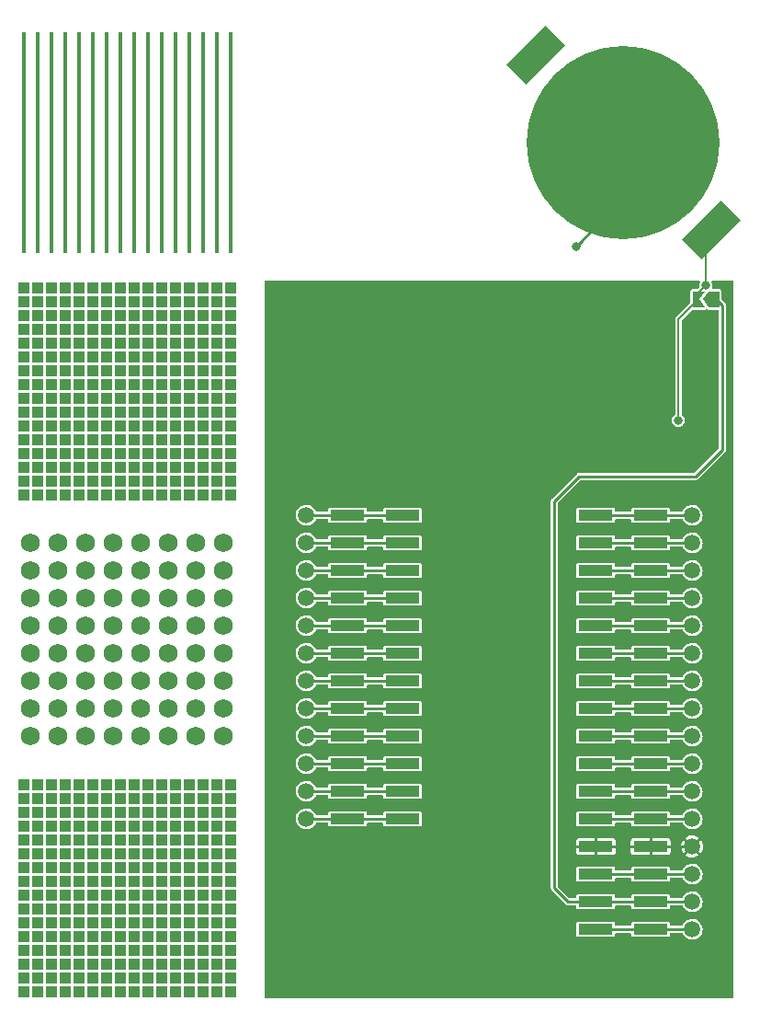
<source format=gbl>
G04 #@! TF.GenerationSoftware,KiCad,Pcbnew,(5.99.0-3978-g0efe073de)*
G04 #@! TF.CreationDate,2020-10-22T13:19:47-05:00*
G04 #@! TF.ProjectId,remoticon_badge,72656d6f-7469-4636-9f6e-5f6261646765,rev?*
G04 #@! TF.SameCoordinates,PX3072580PY307257e*
G04 #@! TF.FileFunction,Copper,L2,Bot*
G04 #@! TF.FilePolarity,Positive*
%FSLAX46Y46*%
G04 Gerber Fmt 4.6, Leading zero omitted, Abs format (unit mm)*
G04 Created by KiCad (PCBNEW (5.99.0-3978-g0efe073de)) date 2020-10-22 13:19:47*
%MOMM*%
%LPD*%
G01*
G04 APERTURE LIST*
G04 Aperture macros list*
%AMRotRect*
0 Rectangle, with rotation*
0 The origin of the aperture is its center*
0 $1 length*
0 $2 width*
0 $3 Rotation angle, in degrees counterclockwise*
0 Add horizontal line*
21,1,$1,$2,0,0,$3*%
G04 Aperture macros list end*
G04 #@! TA.AperFunction,ComponentPad*
%ADD10C,1.727200*%
G04 #@! TD*
G04 #@! TA.AperFunction,SMDPad,CuDef*
%ADD11R,1.016000X1.016000*%
G04 #@! TD*
G04 #@! TA.AperFunction,SMDPad,CuDef*
%ADD12C,1.500000*%
G04 #@! TD*
G04 #@! TA.AperFunction,SMDPad,CuDef*
%ADD13R,0.400000X20.320000*%
G04 #@! TD*
G04 #@! TA.AperFunction,SMDPad,CuDef*
%ADD14R,3.150000X1.000000*%
G04 #@! TD*
G04 #@! TA.AperFunction,SMDPad,CuDef*
%ADD15RotRect,2.540000X5.080000X315.000000*%
G04 #@! TD*
G04 #@! TA.AperFunction,SMDPad,CuDef*
%ADD16C,17.780000*%
G04 #@! TD*
G04 #@! TA.AperFunction,ViaPad*
%ADD17C,0.800000*%
G04 #@! TD*
G04 #@! TA.AperFunction,Conductor*
%ADD18C,0.203200*%
G04 #@! TD*
G04 #@! TA.AperFunction,Conductor*
%ADD19C,0.250000*%
G04 #@! TD*
G04 APERTURE END LIST*
D10*
G04 #@! TO.P,REF\u002A\u002A,1*
G04 #@! TO.N,N/C*
X8890000Y-74930000D03*
G04 #@! TD*
G04 #@! TO.P,REF\u002A\u002A,1*
G04 #@! TO.N,N/C*
X13970000Y-77470000D03*
G04 #@! TD*
G04 #@! TO.P,REF\u002A\u002A,1*
G04 #@! TO.N,N/C*
X16510000Y-87630000D03*
G04 #@! TD*
G04 #@! TO.P,REF\u002A\u002A,1*
G04 #@! TO.N,N/C*
X19050000Y-87630000D03*
G04 #@! TD*
G04 #@! TO.P,REF\u002A\u002A,1*
G04 #@! TO.N,N/C*
X3810000Y-85090000D03*
G04 #@! TD*
G04 #@! TO.P,REF\u002A\u002A,1*
G04 #@! TO.N,N/C*
X21590000Y-72390000D03*
G04 #@! TD*
G04 #@! TO.P,REF\u002A\u002A,1*
G04 #@! TO.N,N/C*
X3810000Y-74930000D03*
G04 #@! TD*
G04 #@! TO.P,REF\u002A\u002A,1*
G04 #@! TO.N,N/C*
X13970000Y-74930000D03*
G04 #@! TD*
G04 #@! TO.P,REF\u002A\u002A,1*
G04 #@! TO.N,N/C*
X16510000Y-90170000D03*
G04 #@! TD*
G04 #@! TO.P,REF\u002A\u002A,1*
G04 #@! TO.N,N/C*
X11430000Y-74930000D03*
G04 #@! TD*
G04 #@! TO.P,REF\u002A\u002A,1*
G04 #@! TO.N,N/C*
X8890000Y-85090000D03*
G04 #@! TD*
G04 #@! TO.P,REF\u002A\u002A,1*
G04 #@! TO.N,N/C*
X8890000Y-77470000D03*
G04 #@! TD*
G04 #@! TO.P,REF\u002A\u002A,1*
G04 #@! TO.N,N/C*
X3810000Y-80010000D03*
G04 #@! TD*
G04 #@! TO.P,REF\u002A\u002A,1*
G04 #@! TO.N,N/C*
X6350000Y-85090000D03*
G04 #@! TD*
G04 #@! TO.P,REF\u002A\u002A,1*
G04 #@! TO.N,N/C*
X16510000Y-72390000D03*
G04 #@! TD*
G04 #@! TO.P,REF\u002A\u002A,1*
G04 #@! TO.N,N/C*
X3810000Y-90170000D03*
G04 #@! TD*
G04 #@! TO.P,REF\u002A\u002A,1*
G04 #@! TO.N,N/C*
X16510000Y-85090000D03*
G04 #@! TD*
G04 #@! TO.P,REF\u002A\u002A,1*
G04 #@! TO.N,N/C*
X6350000Y-77470000D03*
G04 #@! TD*
G04 #@! TO.P,REF\u002A\u002A,1*
G04 #@! TO.N,N/C*
X8890000Y-80010000D03*
G04 #@! TD*
G04 #@! TO.P,REF\u002A\u002A,1*
G04 #@! TO.N,N/C*
X19050000Y-82550000D03*
G04 #@! TD*
G04 #@! TO.P,REF\u002A\u002A,1*
G04 #@! TO.N,N/C*
X6350000Y-87630000D03*
G04 #@! TD*
G04 #@! TO.P,REF\u002A\u002A,1*
G04 #@! TO.N,N/C*
X21590000Y-87630000D03*
G04 #@! TD*
G04 #@! TO.P,REF\u002A\u002A,1*
G04 #@! TO.N,N/C*
X21590000Y-74930000D03*
G04 #@! TD*
G04 #@! TO.P,REF\u002A\u002A,1*
G04 #@! TO.N,N/C*
X3810000Y-77470000D03*
G04 #@! TD*
G04 #@! TO.P,REF\u002A\u002A,1*
G04 #@! TO.N,N/C*
X21590000Y-85090000D03*
G04 #@! TD*
G04 #@! TO.P,REF\u002A\u002A,1*
G04 #@! TO.N,N/C*
X16510000Y-80010000D03*
G04 #@! TD*
G04 #@! TO.P,REF\u002A\u002A,1*
G04 #@! TO.N,N/C*
X16510000Y-74930000D03*
G04 #@! TD*
G04 #@! TO.P,REF\u002A\u002A,1*
G04 #@! TO.N,N/C*
X19050000Y-77470000D03*
G04 #@! TD*
G04 #@! TO.P,REF\u002A\u002A,1*
G04 #@! TO.N,N/C*
X11430000Y-77470000D03*
G04 #@! TD*
G04 #@! TO.P,REF\u002A\u002A,1*
G04 #@! TO.N,N/C*
X6350000Y-72390000D03*
G04 #@! TD*
G04 #@! TO.P,REF\u002A\u002A,1*
G04 #@! TO.N,N/C*
X16510000Y-77470000D03*
G04 #@! TD*
G04 #@! TO.P,REF\u002A\u002A,1*
G04 #@! TO.N,N/C*
X3810000Y-72390000D03*
G04 #@! TD*
G04 #@! TO.P,REF\u002A\u002A,1*
G04 #@! TO.N,N/C*
X11430000Y-85090000D03*
G04 #@! TD*
G04 #@! TO.P,REF\u002A\u002A,1*
G04 #@! TO.N,N/C*
X21590000Y-90170000D03*
G04 #@! TD*
G04 #@! TO.P,REF\u002A\u002A,1*
G04 #@! TO.N,N/C*
X19050000Y-85090000D03*
G04 #@! TD*
G04 #@! TO.P,REF\u002A\u002A,1*
G04 #@! TO.N,N/C*
X8890000Y-87630000D03*
G04 #@! TD*
G04 #@! TO.P,REF\u002A\u002A,1*
G04 #@! TO.N,N/C*
X21590000Y-82550000D03*
G04 #@! TD*
G04 #@! TO.P,REF\u002A\u002A,1*
G04 #@! TO.N,N/C*
X16510000Y-82550000D03*
G04 #@! TD*
G04 #@! TO.P,REF\u002A\u002A,1*
G04 #@! TO.N,N/C*
X8890000Y-72390000D03*
G04 #@! TD*
G04 #@! TO.P,REF\u002A\u002A,1*
G04 #@! TO.N,N/C*
X13970000Y-82550000D03*
G04 #@! TD*
G04 #@! TO.P,REF\u002A\u002A,1*
G04 #@! TO.N,N/C*
X21590000Y-77470000D03*
G04 #@! TD*
G04 #@! TO.P,REF\u002A\u002A,1*
G04 #@! TO.N,N/C*
X8890000Y-82550000D03*
G04 #@! TD*
G04 #@! TO.P,REF\u002A\u002A,1*
G04 #@! TO.N,N/C*
X6350000Y-82550000D03*
G04 #@! TD*
G04 #@! TO.P,REF\u002A\u002A,1*
G04 #@! TO.N,N/C*
X3810000Y-82550000D03*
G04 #@! TD*
G04 #@! TO.P,REF\u002A\u002A,1*
G04 #@! TO.N,N/C*
X19050000Y-74930000D03*
G04 #@! TD*
G04 #@! TO.P,REF\u002A\u002A,1*
G04 #@! TO.N,N/C*
X13970000Y-87630000D03*
G04 #@! TD*
G04 #@! TO.P,REF\u002A\u002A,1*
G04 #@! TO.N,N/C*
X11430000Y-87630000D03*
G04 #@! TD*
G04 #@! TO.P,REF\u002A\u002A,1*
G04 #@! TO.N,N/C*
X11430000Y-72390000D03*
G04 #@! TD*
G04 #@! TO.P,REF\u002A\u002A,1*
G04 #@! TO.N,N/C*
X13970000Y-90170000D03*
G04 #@! TD*
G04 #@! TO.P,REF\u002A\u002A,1*
G04 #@! TO.N,N/C*
X19050000Y-80010000D03*
G04 #@! TD*
G04 #@! TO.P,REF\u002A\u002A,1*
G04 #@! TO.N,N/C*
X6350000Y-90170000D03*
G04 #@! TD*
G04 #@! TO.P,REF\u002A\u002A,1*
G04 #@! TO.N,N/C*
X13970000Y-85090000D03*
G04 #@! TD*
G04 #@! TO.P,REF\u002A\u002A,1*
G04 #@! TO.N,N/C*
X6350000Y-80010000D03*
G04 #@! TD*
G04 #@! TO.P,REF\u002A\u002A,1*
G04 #@! TO.N,N/C*
X11430000Y-82550000D03*
G04 #@! TD*
G04 #@! TO.P,REF\u002A\u002A,1*
G04 #@! TO.N,N/C*
X21590000Y-80010000D03*
G04 #@! TD*
G04 #@! TO.P,REF\u002A\u002A,1*
G04 #@! TO.N,N/C*
X13970000Y-72390000D03*
G04 #@! TD*
G04 #@! TO.P,REF\u002A\u002A,1*
G04 #@! TO.N,N/C*
X19050000Y-90170000D03*
G04 #@! TD*
G04 #@! TO.P,REF\u002A\u002A,1*
G04 #@! TO.N,N/C*
X13970000Y-80010000D03*
G04 #@! TD*
G04 #@! TO.P,REF\u002A\u002A,1*
G04 #@! TO.N,N/C*
X8890000Y-90170000D03*
G04 #@! TD*
G04 #@! TO.P,REF\u002A\u002A,1*
G04 #@! TO.N,N/C*
X11430000Y-90170000D03*
G04 #@! TD*
G04 #@! TO.P,REF\u002A\u002A,1*
G04 #@! TO.N,N/C*
X6350000Y-74930000D03*
G04 #@! TD*
G04 #@! TO.P,REF\u002A\u002A,1*
G04 #@! TO.N,N/C*
X19050000Y-72390000D03*
G04 #@! TD*
G04 #@! TO.P,REF\u002A\u002A,1*
G04 #@! TO.N,N/C*
X3810000Y-87630000D03*
G04 #@! TD*
G04 #@! TO.P,REF\u002A\u002A,1*
G04 #@! TO.N,N/C*
X11430000Y-80010000D03*
G04 #@! TD*
D11*
G04 #@! TO.P,REF\u002A\u002A,1*
G04 #@! TO.N,N/C*
X12065000Y-66675000D03*
G04 #@! TD*
D12*
G04 #@! TO.P,TP6,1,1*
G04 #@! TO.N,/Feather wing/BAT*
X29210000Y-97790000D03*
G04 #@! TD*
D11*
G04 #@! TO.P,REF\u002A\u002A,1*
G04 #@! TO.N,N/C*
X8255000Y-104775000D03*
G04 #@! TD*
G04 #@! TO.P,REF\u002A\u002A,1*
G04 #@! TO.N,N/C*
X3175000Y-61595000D03*
G04 #@! TD*
G04 #@! TO.P,REF\u002A\u002A,1*
G04 #@! TO.N,N/C*
X5715000Y-111125000D03*
G04 #@! TD*
G04 #@! TO.P,REF\u002A\u002A,1*
G04 #@! TO.N,N/C*
X19685000Y-55245000D03*
G04 #@! TD*
G04 #@! TO.P,REF\u002A\u002A,1*
G04 #@! TO.N,N/C*
X9525000Y-97155000D03*
G04 #@! TD*
G04 #@! TO.P,REF\u002A\u002A,1*
G04 #@! TO.N,N/C*
X12065000Y-102235000D03*
G04 #@! TD*
G04 #@! TO.P,REF\u002A\u002A,1*
G04 #@! TO.N,N/C*
X14605000Y-106045000D03*
G04 #@! TD*
G04 #@! TO.P,REF\u002A\u002A,1*
G04 #@! TO.N,N/C*
X10795000Y-95885000D03*
G04 #@! TD*
G04 #@! TO.P,REF\u002A\u002A,1*
G04 #@! TO.N,N/C*
X8255000Y-98425000D03*
G04 #@! TD*
G04 #@! TO.P,REF\u002A\u002A,1*
G04 #@! TO.N,N/C*
X3175000Y-53975000D03*
G04 #@! TD*
G04 #@! TO.P,REF\u002A\u002A,1*
G04 #@! TO.N,N/C*
X17145000Y-104775000D03*
G04 #@! TD*
G04 #@! TO.P,REF\u002A\u002A,1*
G04 #@! TO.N,N/C*
X4445000Y-103505000D03*
G04 #@! TD*
G04 #@! TO.P,REF\u002A\u002A,1*
G04 #@! TO.N,N/C*
X10795000Y-64135000D03*
G04 #@! TD*
G04 #@! TO.P,REF\u002A\u002A,1*
G04 #@! TO.N,N/C*
X9525000Y-61595000D03*
G04 #@! TD*
G04 #@! TO.P,REF\u002A\u002A,1*
G04 #@! TO.N,N/C*
X19685000Y-107315000D03*
G04 #@! TD*
D12*
G04 #@! TO.P,TP3,1,1*
G04 #@! TO.N,/Feather wing/Aref*
X64770000Y-102870000D03*
G04 #@! TD*
D11*
G04 #@! TO.P,REF\u002A\u002A,1*
G04 #@! TO.N,N/C*
X6985000Y-104775000D03*
G04 #@! TD*
G04 #@! TO.P,REF\u002A\u002A,1*
G04 #@! TO.N,N/C*
X8255000Y-57785000D03*
G04 #@! TD*
G04 #@! TO.P,REF\u002A\u002A,1*
G04 #@! TO.N,N/C*
X10795000Y-108585000D03*
G04 #@! TD*
G04 #@! TO.P,REF\u002A\u002A,1*
G04 #@! TO.N,N/C*
X3175000Y-48895000D03*
G04 #@! TD*
G04 #@! TO.P,REF\u002A\u002A,1*
G04 #@! TO.N,N/C*
X22225000Y-94615000D03*
G04 #@! TD*
G04 #@! TO.P,REF\u002A\u002A,1*
G04 #@! TO.N,N/C*
X18415000Y-61595000D03*
G04 #@! TD*
G04 #@! TO.P,REF\u002A\u002A,1*
G04 #@! TO.N,N/C*
X3175000Y-112395000D03*
G04 #@! TD*
D12*
G04 #@! TO.P,TP15,1,1*
G04 #@! TO.N,/Feather wing/A5*
X64770000Y-85090000D03*
G04 #@! TD*
D11*
G04 #@! TO.P,REF\u002A\u002A,1*
G04 #@! TO.N,N/C*
X5715000Y-51435000D03*
G04 #@! TD*
G04 #@! TO.P,REF\u002A\u002A,1*
G04 #@! TO.N,N/C*
X15875000Y-51435000D03*
G04 #@! TD*
G04 #@! TO.P,REF\u002A\u002A,1*
G04 #@! TO.N,N/C*
X6985000Y-113665000D03*
G04 #@! TD*
G04 #@! TO.P,REF\u002A\u002A,1*
G04 #@! TO.N,N/C*
X10795000Y-61595000D03*
G04 #@! TD*
G04 #@! TO.P,REF\u002A\u002A,1*
G04 #@! TO.N,N/C*
X15875000Y-52705000D03*
G04 #@! TD*
G04 #@! TO.P,REF\u002A\u002A,1*
G04 #@! TO.N,N/C*
X18415000Y-94615000D03*
G04 #@! TD*
G04 #@! TO.P,REF\u002A\u002A,1*
G04 #@! TO.N,N/C*
X4445000Y-113665000D03*
G04 #@! TD*
G04 #@! TO.P,REF\u002A\u002A,1*
G04 #@! TO.N,N/C*
X10795000Y-62865000D03*
G04 #@! TD*
G04 #@! TO.P,REF\u002A\u002A,1*
G04 #@! TO.N,N/C*
X15875000Y-104775000D03*
G04 #@! TD*
G04 #@! TO.P,REF\u002A\u002A,1*
G04 #@! TO.N,N/C*
X13335000Y-59055000D03*
G04 #@! TD*
G04 #@! TO.P,REF\u002A\u002A,1*
G04 #@! TO.N,N/C*
X14605000Y-60325000D03*
G04 #@! TD*
G04 #@! TO.P,REF\u002A\u002A,1*
G04 #@! TO.N,N/C*
X10795000Y-98425000D03*
G04 #@! TD*
G04 #@! TO.P,REF\u002A\u002A,1*
G04 #@! TO.N,N/C*
X19685000Y-94615000D03*
G04 #@! TD*
G04 #@! TO.P,REF\u002A\u002A,1*
G04 #@! TO.N,N/C*
X12065000Y-50165000D03*
G04 #@! TD*
G04 #@! TO.P,REF\u002A\u002A,1*
G04 #@! TO.N,N/C*
X3175000Y-67945000D03*
G04 #@! TD*
G04 #@! TO.P,REF\u002A\u002A,1*
G04 #@! TO.N,N/C*
X9525000Y-51435000D03*
G04 #@! TD*
G04 #@! TO.P,REF\u002A\u002A,1*
G04 #@! TO.N,N/C*
X19685000Y-106045000D03*
G04 #@! TD*
G04 #@! TO.P,REF\u002A\u002A,1*
G04 #@! TO.N,N/C*
X18415000Y-62865000D03*
G04 #@! TD*
D13*
G04 #@! TO.P,REF\u002A\u002A,1*
G04 #@! TO.N,N/C*
X12065000Y-35560000D03*
G04 #@! TD*
D11*
G04 #@! TO.P,REF\u002A\u002A,1*
G04 #@! TO.N,N/C*
X13335000Y-106045000D03*
G04 #@! TD*
G04 #@! TO.P,REF\u002A\u002A,1*
G04 #@! TO.N,N/C*
X10795000Y-112395000D03*
G04 #@! TD*
G04 #@! TO.P,REF\u002A\u002A,1*
G04 #@! TO.N,N/C*
X18415000Y-59055000D03*
G04 #@! TD*
G04 #@! TO.P,REF\u002A\u002A,1*
G04 #@! TO.N,N/C*
X18415000Y-102235000D03*
G04 #@! TD*
G04 #@! TO.P,REF\u002A\u002A,1*
G04 #@! TO.N,N/C*
X6985000Y-59055000D03*
G04 #@! TD*
D13*
G04 #@! TO.P,REF\u002A\u002A,1*
G04 #@! TO.N,N/C*
X20955000Y-35560000D03*
G04 #@! TD*
D11*
G04 #@! TO.P,REF\u002A\u002A,1*
G04 #@! TO.N,N/C*
X8255000Y-64135000D03*
G04 #@! TD*
G04 #@! TO.P,REF\u002A\u002A,1*
G04 #@! TO.N,N/C*
X8255000Y-94615000D03*
G04 #@! TD*
G04 #@! TO.P,REF\u002A\u002A,1*
G04 #@! TO.N,N/C*
X6985000Y-112395000D03*
G04 #@! TD*
G04 #@! TO.P,REF\u002A\u002A,1*
G04 #@! TO.N,N/C*
X17145000Y-64135000D03*
G04 #@! TD*
G04 #@! TO.P,REF\u002A\u002A,1*
G04 #@! TO.N,N/C*
X12065000Y-98425000D03*
G04 #@! TD*
D12*
G04 #@! TO.P,TP9,1,1*
G04 #@! TO.N,/Feather wing/A2*
X64770000Y-92710000D03*
G04 #@! TD*
D11*
G04 #@! TO.P,REF\u002A\u002A,1*
G04 #@! TO.N,N/C*
X3175000Y-103505000D03*
G04 #@! TD*
G04 #@! TO.P,REF\u002A\u002A,1*
G04 #@! TO.N,N/C*
X5715000Y-52705000D03*
G04 #@! TD*
G04 #@! TO.P,REF\u002A\u002A,1*
G04 #@! TO.N,N/C*
X22225000Y-64135000D03*
G04 #@! TD*
G04 #@! TO.P,REF\u002A\u002A,1*
G04 #@! TO.N,N/C*
X13335000Y-65405000D03*
G04 #@! TD*
G04 #@! TO.P,REF\u002A\u002A,1*
G04 #@! TO.N,N/C*
X9525000Y-107315000D03*
G04 #@! TD*
G04 #@! TO.P,REF\u002A\u002A,1*
G04 #@! TO.N,N/C*
X10795000Y-107315000D03*
G04 #@! TD*
G04 #@! TO.P,REF\u002A\u002A,1*
G04 #@! TO.N,N/C*
X9525000Y-57785000D03*
G04 #@! TD*
G04 #@! TO.P,REF\u002A\u002A,1*
G04 #@! TO.N,N/C*
X4445000Y-57785000D03*
G04 #@! TD*
G04 #@! TO.P,REF\u002A\u002A,1*
G04 #@! TO.N,N/C*
X8255000Y-48895000D03*
G04 #@! TD*
G04 #@! TO.P,REF\u002A\u002A,1*
G04 #@! TO.N,N/C*
X4445000Y-53975000D03*
G04 #@! TD*
G04 #@! TO.P,REF\u002A\u002A,1*
G04 #@! TO.N,N/C*
X10795000Y-67945000D03*
G04 #@! TD*
G04 #@! TO.P,REF\u002A\u002A,1*
G04 #@! TO.N,N/C*
X9525000Y-94615000D03*
G04 #@! TD*
G04 #@! TO.P,REF\u002A\u002A,1*
G04 #@! TO.N,N/C*
X20955000Y-48895000D03*
G04 #@! TD*
G04 #@! TO.P,REF\u002A\u002A,1*
G04 #@! TO.N,N/C*
X8255000Y-65405000D03*
G04 #@! TD*
G04 #@! TO.P,REF\u002A\u002A,1*
G04 #@! TO.N,N/C*
X5715000Y-108585000D03*
G04 #@! TD*
G04 #@! TO.P,REF\u002A\u002A,1*
G04 #@! TO.N,N/C*
X12065000Y-106045000D03*
G04 #@! TD*
G04 #@! TO.P,REF\u002A\u002A,1*
G04 #@! TO.N,N/C*
X17145000Y-59055000D03*
G04 #@! TD*
D12*
G04 #@! TO.P,TP10,1,1*
G04 #@! TO.N,/Feather wing/USB*
X29210000Y-92710000D03*
G04 #@! TD*
D11*
G04 #@! TO.P,REF\u002A\u002A,1*
G04 #@! TO.N,N/C*
X15875000Y-50165000D03*
G04 #@! TD*
G04 #@! TO.P,REF\u002A\u002A,1*
G04 #@! TO.N,N/C*
X14605000Y-102235000D03*
G04 #@! TD*
G04 #@! TO.P,REF\u002A\u002A,1*
G04 #@! TO.N,N/C*
X9525000Y-48895000D03*
G04 #@! TD*
G04 #@! TO.P,REF\u002A\u002A,1*
G04 #@! TO.N,N/C*
X5715000Y-56515000D03*
G04 #@! TD*
G04 #@! TO.P,REF\u002A\u002A,1*
G04 #@! TO.N,N/C*
X8255000Y-102235000D03*
G04 #@! TD*
G04 #@! TO.P,REF\u002A\u002A,1*
G04 #@! TO.N,N/C*
X15875000Y-107315000D03*
G04 #@! TD*
G04 #@! TO.P,REF\u002A\u002A,1*
G04 #@! TO.N,N/C*
X18415000Y-100965000D03*
G04 #@! TD*
G04 #@! TO.P,REF\u002A\u002A,1*
G04 #@! TO.N,N/C*
X6985000Y-50165000D03*
G04 #@! TD*
G04 #@! TO.P,REF\u002A\u002A,1*
G04 #@! TO.N,N/C*
X5715000Y-48895000D03*
G04 #@! TD*
G04 #@! TO.P,REF\u002A\u002A,1*
G04 #@! TO.N,N/C*
X15875000Y-57785000D03*
G04 #@! TD*
G04 #@! TO.P,REF\u002A\u002A,1*
G04 #@! TO.N,N/C*
X14605000Y-64135000D03*
G04 #@! TD*
G04 #@! TO.P,REF\u002A\u002A,1*
G04 #@! TO.N,N/C*
X4445000Y-51435000D03*
G04 #@! TD*
G04 #@! TO.P,REF\u002A\u002A,1*
G04 #@! TO.N,N/C*
X6985000Y-100965000D03*
G04 #@! TD*
G04 #@! TO.P,REF\u002A\u002A,1*
G04 #@! TO.N,N/C*
X3175000Y-65405000D03*
G04 #@! TD*
G04 #@! TO.P,REF\u002A\u002A,1*
G04 #@! TO.N,N/C*
X13335000Y-103505000D03*
G04 #@! TD*
G04 #@! TO.P,REF\u002A\u002A,1*
G04 #@! TO.N,N/C*
X6985000Y-102235000D03*
G04 #@! TD*
G04 #@! TO.P,REF\u002A\u002A,1*
G04 #@! TO.N,N/C*
X10795000Y-100965000D03*
G04 #@! TD*
G04 #@! TO.P,REF\u002A\u002A,1*
G04 #@! TO.N,N/C*
X5715000Y-97155000D03*
G04 #@! TD*
G04 #@! TO.P,REF\u002A\u002A,1*
G04 #@! TO.N,N/C*
X20955000Y-100965000D03*
G04 #@! TD*
G04 #@! TO.P,REF\u002A\u002A,1*
G04 #@! TO.N,N/C*
X22225000Y-106045000D03*
G04 #@! TD*
G04 #@! TO.P,REF\u002A\u002A,1*
G04 #@! TO.N,N/C*
X20955000Y-52705000D03*
G04 #@! TD*
G04 #@! TO.P,REF\u002A\u002A,1*
G04 #@! TO.N,N/C*
X17145000Y-98425000D03*
G04 #@! TD*
G04 #@! TO.P,REF\u002A\u002A,1*
G04 #@! TO.N,N/C*
X9525000Y-108585000D03*
G04 #@! TD*
G04 #@! TO.P,REF\u002A\u002A,1*
G04 #@! TO.N,N/C*
X22225000Y-48895000D03*
G04 #@! TD*
G04 #@! TO.P,REF\u002A\u002A,1*
G04 #@! TO.N,N/C*
X22225000Y-67945000D03*
G04 #@! TD*
G04 #@! TO.P,REF\u002A\u002A,1*
G04 #@! TO.N,N/C*
X19685000Y-100965000D03*
G04 #@! TD*
D13*
G04 #@! TO.P,REF\u002A\u002A,1*
G04 #@! TO.N,N/C*
X13335000Y-35560000D03*
G04 #@! TD*
D11*
G04 #@! TO.P,REF\u002A\u002A,1*
G04 #@! TO.N,N/C*
X19685000Y-52705000D03*
G04 #@! TD*
G04 #@! TO.P,REF\u002A\u002A,1*
G04 #@! TO.N,N/C*
X20955000Y-112395000D03*
G04 #@! TD*
G04 #@! TO.P,REF\u002A\u002A,1*
G04 #@! TO.N,N/C*
X13335000Y-61595000D03*
G04 #@! TD*
G04 #@! TO.P,REF\u002A\u002A,1*
G04 #@! TO.N,N/C*
X6985000Y-67945000D03*
G04 #@! TD*
G04 #@! TO.P,REF\u002A\u002A,1*
G04 #@! TO.N,N/C*
X12065000Y-59055000D03*
G04 #@! TD*
G04 #@! TO.P,REF\u002A\u002A,1*
G04 #@! TO.N,N/C*
X10795000Y-65405000D03*
G04 #@! TD*
G04 #@! TO.P,REF\u002A\u002A,1*
G04 #@! TO.N,N/C*
X9525000Y-99695000D03*
G04 #@! TD*
G04 #@! TO.P,REF\u002A\u002A,1*
G04 #@! TO.N,N/C*
X15875000Y-109855000D03*
G04 #@! TD*
G04 #@! TO.P,REF\u002A\u002A,1*
G04 #@! TO.N,N/C*
X9525000Y-104775000D03*
G04 #@! TD*
G04 #@! TO.P,REF\u002A\u002A,1*
G04 #@! TO.N,N/C*
X4445000Y-107315000D03*
G04 #@! TD*
G04 #@! TO.P,REF\u002A\u002A,1*
G04 #@! TO.N,N/C*
X14605000Y-103505000D03*
G04 #@! TD*
G04 #@! TO.P,REF\u002A\u002A,1*
G04 #@! TO.N,N/C*
X5715000Y-67945000D03*
G04 #@! TD*
G04 #@! TO.P,REF\u002A\u002A,1*
G04 #@! TO.N,N/C*
X4445000Y-111125000D03*
G04 #@! TD*
D14*
G04 #@! TO.P,J1,1,Pin_1*
G04 #@! TO.N,/Feather wing/RST*
X55895000Y-107950000D03*
G04 #@! TO.P,J1,2,Pin_2*
X60945000Y-107950000D03*
G04 #@! TO.P,J1,3,Pin_3*
G04 #@! TO.N,+3V3*
X55895000Y-105410000D03*
G04 #@! TO.P,J1,4,Pin_4*
X60945000Y-105410000D03*
G04 #@! TO.P,J1,5,Pin_5*
G04 #@! TO.N,/Feather wing/Aref*
X55895000Y-102870000D03*
G04 #@! TO.P,J1,6,Pin_6*
X60945000Y-102870000D03*
G04 #@! TO.P,J1,7,Pin_7*
G04 #@! TO.N,GND*
X55895000Y-100330000D03*
G04 #@! TO.P,J1,8,Pin_8*
X60945000Y-100330000D03*
G04 #@! TO.P,J1,9,Pin_9*
G04 #@! TO.N,/Feather wing/A0*
X55895000Y-97790000D03*
G04 #@! TO.P,J1,10,Pin_10*
X60945000Y-97790000D03*
G04 #@! TO.P,J1,11,Pin_11*
G04 #@! TO.N,/Feather wing/A1*
X55895000Y-95250000D03*
G04 #@! TO.P,J1,12,Pin_12*
X60945000Y-95250000D03*
G04 #@! TO.P,J1,13,Pin_13*
G04 #@! TO.N,/Feather wing/A2*
X55895000Y-92710000D03*
G04 #@! TO.P,J1,14,Pin_14*
X60945000Y-92710000D03*
G04 #@! TO.P,J1,15,Pin_15*
G04 #@! TO.N,/Feather wing/A3*
X55895000Y-90170000D03*
G04 #@! TO.P,J1,16,Pin_16*
X60945000Y-90170000D03*
G04 #@! TO.P,J1,17,Pin_17*
G04 #@! TO.N,/Feather wing/A4*
X55895000Y-87630000D03*
G04 #@! TO.P,J1,18,Pin_18*
X60945000Y-87630000D03*
G04 #@! TO.P,J1,19,Pin_19*
G04 #@! TO.N,/Feather wing/A5*
X55895000Y-85090000D03*
G04 #@! TO.P,J1,20,Pin_20*
X60945000Y-85090000D03*
G04 #@! TO.P,J1,21,Pin_21*
G04 #@! TO.N,/Feather wing/SCK*
X55895000Y-82550000D03*
G04 #@! TO.P,J1,22,Pin_22*
X60945000Y-82550000D03*
G04 #@! TO.P,J1,23,Pin_23*
G04 #@! TO.N,/Feather wing/MOSI*
X55895000Y-80010000D03*
G04 #@! TO.P,J1,24,Pin_24*
X60945000Y-80010000D03*
G04 #@! TO.P,J1,25,Pin_25*
G04 #@! TO.N,/Feather wing/MISO*
X55895000Y-77470000D03*
G04 #@! TO.P,J1,26,Pin_26*
X60945000Y-77470000D03*
G04 #@! TO.P,J1,27,Pin_27*
G04 #@! TO.N,/Feather wing/0*
X55895000Y-74930000D03*
G04 #@! TO.P,J1,28,Pin_28*
X60945000Y-74930000D03*
G04 #@! TO.P,J1,29,Pin_29*
G04 #@! TO.N,/Feather wing/1*
X55895000Y-72390000D03*
G04 #@! TO.P,J1,30,Pin_30*
X60945000Y-72390000D03*
G04 #@! TO.P,J1,31,Pin_31*
G04 #@! TO.N,/Feather wing/KEY*
X55895000Y-69850000D03*
G04 #@! TO.P,J1,32,Pin_32*
X60945000Y-69850000D03*
G04 #@! TD*
D11*
G04 #@! TO.P,REF\u002A\u002A,1*
G04 #@! TO.N,N/C*
X5715000Y-66675000D03*
G04 #@! TD*
D12*
G04 #@! TO.P,TP16,1,1*
G04 #@! TO.N,/Feather wing/11*
X29210000Y-85090000D03*
G04 #@! TD*
D11*
G04 #@! TO.P,REF\u002A\u002A,1*
G04 #@! TO.N,N/C*
X5715000Y-61595000D03*
G04 #@! TD*
G04 #@! TO.P,REF\u002A\u002A,1*
G04 #@! TO.N,N/C*
X3175000Y-98425000D03*
G04 #@! TD*
G04 #@! TO.P,REF\u002A\u002A,1*
G04 #@! TO.N,N/C*
X4445000Y-48895000D03*
G04 #@! TD*
G04 #@! TO.P,REF\u002A\u002A,1*
G04 #@! TO.N,N/C*
X13335000Y-98425000D03*
G04 #@! TD*
G04 #@! TO.P,REF\u002A\u002A,1*
G04 #@! TO.N,N/C*
X6985000Y-61595000D03*
G04 #@! TD*
G04 #@! TO.P,REF\u002A\u002A,1*
G04 #@! TO.N,N/C*
X17145000Y-62865000D03*
G04 #@! TD*
G04 #@! TO.P,REF\u002A\u002A,1*
G04 #@! TO.N,N/C*
X8255000Y-108585000D03*
G04 #@! TD*
G04 #@! TO.P,REF\u002A\u002A,1*
G04 #@! TO.N,N/C*
X6985000Y-55245000D03*
G04 #@! TD*
G04 #@! TO.P,REF\u002A\u002A,1*
G04 #@! TO.N,N/C*
X10795000Y-111125000D03*
G04 #@! TD*
G04 #@! TO.P,REF\u002A\u002A,1*
G04 #@! TO.N,N/C*
X13335000Y-112395000D03*
G04 #@! TD*
G04 #@! TO.P,REF\u002A\u002A,1*
G04 #@! TO.N,N/C*
X22225000Y-65405000D03*
G04 #@! TD*
G04 #@! TO.P,REF\u002A\u002A,1*
G04 #@! TO.N,N/C*
X19685000Y-95885000D03*
G04 #@! TD*
G04 #@! TO.P,REF\u002A\u002A,1*
G04 #@! TO.N,N/C*
X12065000Y-52705000D03*
G04 #@! TD*
G04 #@! TO.P,REF\u002A\u002A,1*
G04 #@! TO.N,N/C*
X20955000Y-56515000D03*
G04 #@! TD*
G04 #@! TO.P,REF\u002A\u002A,1*
G04 #@! TO.N,N/C*
X4445000Y-104775000D03*
G04 #@! TD*
G04 #@! TO.P,REF\u002A\u002A,1*
G04 #@! TO.N,N/C*
X20955000Y-50165000D03*
G04 #@! TD*
G04 #@! TO.P,REF\u002A\u002A,1*
G04 #@! TO.N,N/C*
X18415000Y-66675000D03*
G04 #@! TD*
G04 #@! TO.P,REF\u002A\u002A,1*
G04 #@! TO.N,N/C*
X4445000Y-56515000D03*
G04 #@! TD*
G04 #@! TO.P,REF\u002A\u002A,1*
G04 #@! TO.N,N/C*
X20955000Y-108585000D03*
G04 #@! TD*
G04 #@! TO.P,REF\u002A\u002A,1*
G04 #@! TO.N,N/C*
X22225000Y-55245000D03*
G04 #@! TD*
G04 #@! TO.P,REF\u002A\u002A,1*
G04 #@! TO.N,N/C*
X10795000Y-106045000D03*
G04 #@! TD*
G04 #@! TO.P,REF\u002A\u002A,1*
G04 #@! TO.N,N/C*
X14605000Y-51435000D03*
G04 #@! TD*
G04 #@! TO.P,REF\u002A\u002A,1*
G04 #@! TO.N,N/C*
X12065000Y-65405000D03*
G04 #@! TD*
G04 #@! TO.P,REF\u002A\u002A,1*
G04 #@! TO.N,N/C*
X15875000Y-98425000D03*
G04 #@! TD*
G04 #@! TO.P,REF\u002A\u002A,1*
G04 #@! TO.N,N/C*
X18415000Y-50165000D03*
G04 #@! TD*
G04 #@! TO.P,REF\u002A\u002A,1*
G04 #@! TO.N,N/C*
X8255000Y-53975000D03*
G04 #@! TD*
G04 #@! TO.P,REF\u002A\u002A,1*
G04 #@! TO.N,N/C*
X6985000Y-66675000D03*
G04 #@! TD*
D13*
G04 #@! TO.P,REF\u002A\u002A,1*
G04 #@! TO.N,N/C*
X14605000Y-35560000D03*
G04 #@! TD*
D11*
G04 #@! TO.P,REF\u002A\u002A,1*
G04 #@! TO.N,N/C*
X14605000Y-57785000D03*
G04 #@! TD*
G04 #@! TO.P,REF\u002A\u002A,1*
G04 #@! TO.N,N/C*
X12065000Y-62865000D03*
G04 #@! TD*
D13*
G04 #@! TO.P,REF\u002A\u002A,1*
G04 #@! TO.N,N/C*
X17145000Y-35560000D03*
G04 #@! TD*
D11*
G04 #@! TO.P,REF\u002A\u002A,1*
G04 #@! TO.N,N/C*
X5715000Y-95885000D03*
G04 #@! TD*
G04 #@! TO.P,REF\u002A\u002A,1*
G04 #@! TO.N,N/C*
X17145000Y-95885000D03*
G04 #@! TD*
G04 #@! TO.P,REF\u002A\u002A,1*
G04 #@! TO.N,N/C*
X13335000Y-111125000D03*
G04 #@! TD*
G04 #@! TO.P,REF\u002A\u002A,1*
G04 #@! TO.N,N/C*
X19685000Y-50165000D03*
G04 #@! TD*
G04 #@! TO.P,REF\u002A\u002A,1*
G04 #@! TO.N,N/C*
X20955000Y-60325000D03*
G04 #@! TD*
G04 #@! TO.P,REF\u002A\u002A,1*
G04 #@! TO.N,N/C*
X22225000Y-113665000D03*
G04 #@! TD*
D13*
G04 #@! TO.P,REF\u002A\u002A,1*
G04 #@! TO.N,N/C*
X5715000Y-35560000D03*
G04 #@! TD*
G04 #@! TO.P,REF\u002A\u002A,1*
G04 #@! TO.N,N/C*
X4445000Y-35560000D03*
G04 #@! TD*
D12*
G04 #@! TO.P,TP24,1,1*
G04 #@! TO.N,/Feather wing/5*
X29210000Y-74930000D03*
G04 #@! TD*
D13*
G04 #@! TO.P,REF\u002A\u002A,1*
G04 #@! TO.N,N/C*
X18415000Y-35560000D03*
G04 #@! TD*
D11*
G04 #@! TO.P,REF\u002A\u002A,1*
G04 #@! TO.N,N/C*
X15875000Y-65405000D03*
G04 #@! TD*
D12*
G04 #@! TO.P,TP22,1,1*
G04 #@! TO.N,/Feather wing/6*
X29210000Y-77470000D03*
G04 #@! TD*
D11*
G04 #@! TO.P,REF\u002A\u002A,1*
G04 #@! TO.N,N/C*
X20955000Y-53975000D03*
G04 #@! TD*
G04 #@! TO.P,REF\u002A\u002A,1*
G04 #@! TO.N,N/C*
X13335000Y-56515000D03*
G04 #@! TD*
G04 #@! TO.P,REF\u002A\u002A,1*
G04 #@! TO.N,N/C*
X19685000Y-97155000D03*
G04 #@! TD*
D12*
G04 #@! TO.P,TP13,1,1*
G04 #@! TO.N,/Feather wing/A4*
X64770000Y-87630000D03*
G04 #@! TD*
D11*
G04 #@! TO.P,REF\u002A\u002A,1*
G04 #@! TO.N,N/C*
X22225000Y-56515000D03*
G04 #@! TD*
G04 #@! TO.P,REF\u002A\u002A,1*
G04 #@! TO.N,N/C*
X18415000Y-98425000D03*
G04 #@! TD*
G04 #@! TO.P,REF\u002A\u002A,1*
G04 #@! TO.N,N/C*
X15875000Y-66675000D03*
G04 #@! TD*
G04 #@! TO.P,REF\u002A\u002A,1*
G04 #@! TO.N,N/C*
X14605000Y-61595000D03*
G04 #@! TD*
D12*
G04 #@! TO.P,TP17,1,1*
G04 #@! TO.N,/Feather wing/SCK*
X64770000Y-82550000D03*
G04 #@! TD*
D11*
G04 #@! TO.P,REF\u002A\u002A,1*
G04 #@! TO.N,N/C*
X14605000Y-109855000D03*
G04 #@! TD*
G04 #@! TO.P,REF\u002A\u002A,1*
G04 #@! TO.N,N/C*
X17145000Y-107315000D03*
G04 #@! TD*
G04 #@! TO.P,REF\u002A\u002A,1*
G04 #@! TO.N,N/C*
X19685000Y-67945000D03*
G04 #@! TD*
G04 #@! TO.P,REF\u002A\u002A,1*
G04 #@! TO.N,N/C*
X5715000Y-113665000D03*
G04 #@! TD*
G04 #@! TO.P,REF\u002A\u002A,1*
G04 #@! TO.N,N/C*
X20955000Y-61595000D03*
G04 #@! TD*
G04 #@! TO.P,REF\u002A\u002A,1*
G04 #@! TO.N,N/C*
X14605000Y-50165000D03*
G04 #@! TD*
G04 #@! TO.P,REF\u002A\u002A,1*
G04 #@! TO.N,N/C*
X18415000Y-111125000D03*
G04 #@! TD*
G04 #@! TO.P,REF\u002A\u002A,1*
G04 #@! TO.N,N/C*
X17145000Y-97155000D03*
G04 #@! TD*
G04 #@! TO.P,REF\u002A\u002A,1*
G04 #@! TO.N,N/C*
X14605000Y-95885000D03*
G04 #@! TD*
D15*
G04 #@! TO.P,BT1,1*
G04 #@! TO.N,+BATT*
X66502231Y-43642231D03*
X50337769Y-27477769D03*
D16*
G04 #@! TO.P,BT1,2*
G04 #@! TO.N,GND*
X58420000Y-35560000D03*
G04 #@! TD*
D11*
G04 #@! TO.P,REF\u002A\u002A,1*
G04 #@! TO.N,N/C*
X3175000Y-55245000D03*
G04 #@! TD*
G04 #@! TO.P,REF\u002A\u002A,1*
G04 #@! TO.N,N/C*
X8255000Y-56515000D03*
G04 #@! TD*
G04 #@! TO.P,REF\u002A\u002A,1*
G04 #@! TO.N,N/C*
X19685000Y-113665000D03*
G04 #@! TD*
G04 #@! TO.P,REF\u002A\u002A,1*
G04 #@! TO.N,N/C*
X9525000Y-50165000D03*
G04 #@! TD*
G04 #@! TA.AperFunction,SMDPad,CuDef*
G04 #@! TO.P,JP1,1,A*
G04 #@! TO.N,+3V3*
G36*
X65765000Y-49987200D02*
G01*
X66265001Y-49237200D01*
X67265000Y-49237201D01*
X67264999Y-50737200D01*
X66265000Y-50737199D01*
X65765000Y-49987200D01*
G37*
G04 #@! TD.AperFunction*
G04 #@! TA.AperFunction,SMDPad,CuDef*
G04 #@! TO.P,JP1,2,B*
G04 #@! TO.N,+BATT*
G36*
X64815001Y-49237200D02*
G01*
X65965000Y-49237201D01*
X65465000Y-49987200D01*
X65964999Y-50737200D01*
X64815000Y-50737199D01*
X64815001Y-49237200D01*
G37*
G04 #@! TD.AperFunction*
G04 #@! TD*
G04 #@! TO.P,REF\u002A\u002A,1*
G04 #@! TO.N,N/C*
X9525000Y-102235000D03*
G04 #@! TD*
G04 #@! TO.P,REF\u002A\u002A,1*
G04 #@! TO.N,N/C*
X12065000Y-53975000D03*
G04 #@! TD*
G04 #@! TO.P,REF\u002A\u002A,1*
G04 #@! TO.N,N/C*
X12065000Y-55245000D03*
G04 #@! TD*
G04 #@! TO.P,REF\u002A\u002A,1*
G04 #@! TO.N,N/C*
X3175000Y-108585000D03*
G04 #@! TD*
G04 #@! TO.P,REF\u002A\u002A,1*
G04 #@! TO.N,N/C*
X15875000Y-112395000D03*
G04 #@! TD*
G04 #@! TO.P,REF\u002A\u002A,1*
G04 #@! TO.N,N/C*
X10795000Y-56515000D03*
G04 #@! TD*
G04 #@! TO.P,REF\u002A\u002A,1*
G04 #@! TO.N,N/C*
X6985000Y-60325000D03*
G04 #@! TD*
G04 #@! TO.P,REF\u002A\u002A,1*
G04 #@! TO.N,N/C*
X9525000Y-113665000D03*
G04 #@! TD*
G04 #@! TO.P,REF\u002A\u002A,1*
G04 #@! TO.N,N/C*
X9525000Y-67945000D03*
G04 #@! TD*
G04 #@! TO.P,REF\u002A\u002A,1*
G04 #@! TO.N,N/C*
X14605000Y-98425000D03*
G04 #@! TD*
G04 #@! TO.P,REF\u002A\u002A,1*
G04 #@! TO.N,N/C*
X22225000Y-62865000D03*
G04 #@! TD*
D12*
G04 #@! TO.P,TP11,1,1*
G04 #@! TO.N,/Feather wing/A3*
X64770000Y-90170000D03*
G04 #@! TD*
D11*
G04 #@! TO.P,REF\u002A\u002A,1*
G04 #@! TO.N,N/C*
X18415000Y-112395000D03*
G04 #@! TD*
G04 #@! TO.P,REF\u002A\u002A,1*
G04 #@! TO.N,N/C*
X6985000Y-64135000D03*
G04 #@! TD*
G04 #@! TO.P,REF\u002A\u002A,1*
G04 #@! TO.N,N/C*
X9525000Y-62865000D03*
G04 #@! TD*
G04 #@! TO.P,REF\u002A\u002A,1*
G04 #@! TO.N,N/C*
X20955000Y-104775000D03*
G04 #@! TD*
G04 #@! TO.P,REF\u002A\u002A,1*
G04 #@! TO.N,N/C*
X19685000Y-51435000D03*
G04 #@! TD*
G04 #@! TO.P,REF\u002A\u002A,1*
G04 #@! TO.N,N/C*
X19685000Y-53975000D03*
G04 #@! TD*
G04 #@! TO.P,REF\u002A\u002A,1*
G04 #@! TO.N,N/C*
X12065000Y-48895000D03*
G04 #@! TD*
G04 #@! TO.P,REF\u002A\u002A,1*
G04 #@! TO.N,N/C*
X14605000Y-48895000D03*
G04 #@! TD*
G04 #@! TO.P,REF\u002A\u002A,1*
G04 #@! TO.N,N/C*
X4445000Y-64135000D03*
G04 #@! TD*
G04 #@! TO.P,REF\u002A\u002A,1*
G04 #@! TO.N,N/C*
X18415000Y-95885000D03*
G04 #@! TD*
G04 #@! TO.P,REF\u002A\u002A,1*
G04 #@! TO.N,N/C*
X12065000Y-60325000D03*
G04 #@! TD*
G04 #@! TO.P,REF\u002A\u002A,1*
G04 #@! TO.N,N/C*
X4445000Y-62865000D03*
G04 #@! TD*
G04 #@! TO.P,REF\u002A\u002A,1*
G04 #@! TO.N,N/C*
X12065000Y-104775000D03*
G04 #@! TD*
G04 #@! TO.P,REF\u002A\u002A,1*
G04 #@! TO.N,N/C*
X9525000Y-112395000D03*
G04 #@! TD*
G04 #@! TO.P,REF\u002A\u002A,1*
G04 #@! TO.N,N/C*
X12065000Y-108585000D03*
G04 #@! TD*
G04 #@! TO.P,REF\u002A\u002A,1*
G04 #@! TO.N,N/C*
X19685000Y-61595000D03*
G04 #@! TD*
G04 #@! TO.P,REF\u002A\u002A,1*
G04 #@! TO.N,N/C*
X20955000Y-66675000D03*
G04 #@! TD*
G04 #@! TO.P,REF\u002A\u002A,1*
G04 #@! TO.N,N/C*
X8255000Y-112395000D03*
G04 #@! TD*
G04 #@! TO.P,REF\u002A\u002A,1*
G04 #@! TO.N,N/C*
X8255000Y-52705000D03*
G04 #@! TD*
G04 #@! TO.P,REF\u002A\u002A,1*
G04 #@! TO.N,N/C*
X13335000Y-94615000D03*
G04 #@! TD*
D12*
G04 #@! TO.P,TP4,1,1*
G04 #@! TO.N,GND*
X64770000Y-100330000D03*
G04 #@! TD*
D11*
G04 #@! TO.P,REF\u002A\u002A,1*
G04 #@! TO.N,N/C*
X19685000Y-48895000D03*
G04 #@! TD*
G04 #@! TO.P,REF\u002A\u002A,1*
G04 #@! TO.N,N/C*
X22225000Y-108585000D03*
G04 #@! TD*
G04 #@! TO.P,REF\u002A\u002A,1*
G04 #@! TO.N,N/C*
X4445000Y-65405000D03*
G04 #@! TD*
G04 #@! TO.P,REF\u002A\u002A,1*
G04 #@! TO.N,N/C*
X17145000Y-55245000D03*
G04 #@! TD*
G04 #@! TO.P,REF\u002A\u002A,1*
G04 #@! TO.N,N/C*
X15875000Y-55245000D03*
G04 #@! TD*
G04 #@! TO.P,REF\u002A\u002A,1*
G04 #@! TO.N,N/C*
X12065000Y-111125000D03*
G04 #@! TD*
G04 #@! TO.P,REF\u002A\u002A,1*
G04 #@! TO.N,N/C*
X9525000Y-65405000D03*
G04 #@! TD*
G04 #@! TO.P,REF\u002A\u002A,1*
G04 #@! TO.N,N/C*
X18415000Y-67945000D03*
G04 #@! TD*
G04 #@! TO.P,REF\u002A\u002A,1*
G04 #@! TO.N,N/C*
X14605000Y-55245000D03*
G04 #@! TD*
G04 #@! TO.P,REF\u002A\u002A,1*
G04 #@! TO.N,N/C*
X18415000Y-104775000D03*
G04 #@! TD*
G04 #@! TO.P,REF\u002A\u002A,1*
G04 #@! TO.N,N/C*
X17145000Y-60325000D03*
G04 #@! TD*
G04 #@! TO.P,REF\u002A\u002A,1*
G04 #@! TO.N,N/C*
X8255000Y-55245000D03*
G04 #@! TD*
G04 #@! TO.P,REF\u002A\u002A,1*
G04 #@! TO.N,N/C*
X9525000Y-66675000D03*
G04 #@! TD*
D13*
G04 #@! TO.P,REF\u002A\u002A,1*
G04 #@! TO.N,N/C*
X15875000Y-35560000D03*
G04 #@! TD*
D11*
G04 #@! TO.P,REF\u002A\u002A,1*
G04 #@! TO.N,N/C*
X17145000Y-61595000D03*
G04 #@! TD*
G04 #@! TO.P,REF\u002A\u002A,1*
G04 #@! TO.N,N/C*
X9525000Y-111125000D03*
G04 #@! TD*
G04 #@! TO.P,REF\u002A\u002A,1*
G04 #@! TO.N,N/C*
X22225000Y-52705000D03*
G04 #@! TD*
G04 #@! TO.P,REF\u002A\u002A,1*
G04 #@! TO.N,N/C*
X20955000Y-98425000D03*
G04 #@! TD*
G04 #@! TO.P,REF\u002A\u002A,1*
G04 #@! TO.N,N/C*
X18415000Y-55245000D03*
G04 #@! TD*
G04 #@! TO.P,REF\u002A\u002A,1*
G04 #@! TO.N,N/C*
X3175000Y-60325000D03*
G04 #@! TD*
G04 #@! TO.P,REF\u002A\u002A,1*
G04 #@! TO.N,N/C*
X8255000Y-95885000D03*
G04 #@! TD*
D12*
G04 #@! TO.P,TP20,1,1*
G04 #@! TO.N,/Feather wing/9*
X29210000Y-80010000D03*
G04 #@! TD*
D11*
G04 #@! TO.P,REF\u002A\u002A,1*
G04 #@! TO.N,N/C*
X14605000Y-99695000D03*
G04 #@! TD*
G04 #@! TO.P,REF\u002A\u002A,1*
G04 #@! TO.N,N/C*
X15875000Y-62865000D03*
G04 #@! TD*
G04 #@! TO.P,REF\u002A\u002A,1*
G04 #@! TO.N,N/C*
X20955000Y-51435000D03*
G04 #@! TD*
G04 #@! TO.P,REF\u002A\u002A,1*
G04 #@! TO.N,N/C*
X13335000Y-102235000D03*
G04 #@! TD*
G04 #@! TO.P,REF\u002A\u002A,1*
G04 #@! TO.N,N/C*
X19685000Y-104775000D03*
G04 #@! TD*
G04 #@! TO.P,REF\u002A\u002A,1*
G04 #@! TO.N,N/C*
X13335000Y-53975000D03*
G04 #@! TD*
G04 #@! TO.P,REF\u002A\u002A,1*
G04 #@! TO.N,N/C*
X10795000Y-99695000D03*
G04 #@! TD*
G04 #@! TO.P,REF\u002A\u002A,1*
G04 #@! TO.N,N/C*
X14605000Y-59055000D03*
G04 #@! TD*
G04 #@! TO.P,REF\u002A\u002A,1*
G04 #@! TO.N,N/C*
X19685000Y-99695000D03*
G04 #@! TD*
G04 #@! TO.P,REF\u002A\u002A,1*
G04 #@! TO.N,N/C*
X15875000Y-61595000D03*
G04 #@! TD*
G04 #@! TO.P,REF\u002A\u002A,1*
G04 #@! TO.N,N/C*
X5715000Y-64135000D03*
G04 #@! TD*
G04 #@! TO.P,REF\u002A\u002A,1*
G04 #@! TO.N,N/C*
X13335000Y-97155000D03*
G04 #@! TD*
G04 #@! TO.P,REF\u002A\u002A,1*
G04 #@! TO.N,N/C*
X12065000Y-99695000D03*
G04 #@! TD*
G04 #@! TO.P,REF\u002A\u002A,1*
G04 #@! TO.N,N/C*
X15875000Y-100965000D03*
G04 #@! TD*
G04 #@! TO.P,REF\u002A\u002A,1*
G04 #@! TO.N,N/C*
X13335000Y-109855000D03*
G04 #@! TD*
G04 #@! TO.P,REF\u002A\u002A,1*
G04 #@! TO.N,N/C*
X10795000Y-113665000D03*
G04 #@! TD*
G04 #@! TO.P,REF\u002A\u002A,1*
G04 #@! TO.N,N/C*
X10795000Y-66675000D03*
G04 #@! TD*
G04 #@! TO.P,REF\u002A\u002A,1*
G04 #@! TO.N,N/C*
X22225000Y-112395000D03*
G04 #@! TD*
G04 #@! TO.P,REF\u002A\u002A,1*
G04 #@! TO.N,N/C*
X17145000Y-52705000D03*
G04 #@! TD*
G04 #@! TO.P,REF\u002A\u002A,1*
G04 #@! TO.N,N/C*
X8255000Y-67945000D03*
G04 #@! TD*
G04 #@! TO.P,REF\u002A\u002A,1*
G04 #@! TO.N,N/C*
X6985000Y-103505000D03*
G04 #@! TD*
G04 #@! TO.P,REF\u002A\u002A,1*
G04 #@! TO.N,N/C*
X17145000Y-108585000D03*
G04 #@! TD*
G04 #@! TO.P,REF\u002A\u002A,1*
G04 #@! TO.N,N/C*
X4445000Y-52705000D03*
G04 #@! TD*
G04 #@! TO.P,REF\u002A\u002A,1*
G04 #@! TO.N,N/C*
X6985000Y-48895000D03*
G04 #@! TD*
G04 #@! TO.P,REF\u002A\u002A,1*
G04 #@! TO.N,N/C*
X3175000Y-97155000D03*
G04 #@! TD*
G04 #@! TO.P,REF\u002A\u002A,1*
G04 #@! TO.N,N/C*
X17145000Y-50165000D03*
G04 #@! TD*
G04 #@! TO.P,REF\u002A\u002A,1*
G04 #@! TO.N,N/C*
X5715000Y-60325000D03*
G04 #@! TD*
G04 #@! TO.P,REF\u002A\u002A,1*
G04 #@! TO.N,N/C*
X6985000Y-99695000D03*
G04 #@! TD*
G04 #@! TO.P,REF\u002A\u002A,1*
G04 #@! TO.N,N/C*
X5715000Y-104775000D03*
G04 #@! TD*
G04 #@! TO.P,REF\u002A\u002A,1*
G04 #@! TO.N,N/C*
X13335000Y-95885000D03*
G04 #@! TD*
G04 #@! TO.P,REF\u002A\u002A,1*
G04 #@! TO.N,N/C*
X6985000Y-108585000D03*
G04 #@! TD*
G04 #@! TO.P,REF\u002A\u002A,1*
G04 #@! TO.N,N/C*
X5715000Y-62865000D03*
G04 #@! TD*
D12*
G04 #@! TO.P,TP28,1,1*
G04 #@! TO.N,/Feather wing/2*
X29210000Y-69850000D03*
G04 #@! TD*
D11*
G04 #@! TO.P,REF\u002A\u002A,1*
G04 #@! TO.N,N/C*
X9525000Y-52705000D03*
G04 #@! TD*
G04 #@! TO.P,REF\u002A\u002A,1*
G04 #@! TO.N,N/C*
X12065000Y-61595000D03*
G04 #@! TD*
G04 #@! TO.P,REF\u002A\u002A,1*
G04 #@! TO.N,N/C*
X18415000Y-103505000D03*
G04 #@! TD*
G04 #@! TO.P,REF\u002A\u002A,1*
G04 #@! TO.N,N/C*
X8255000Y-61595000D03*
G04 #@! TD*
G04 #@! TO.P,REF\u002A\u002A,1*
G04 #@! TO.N,N/C*
X20955000Y-102235000D03*
G04 #@! TD*
G04 #@! TO.P,REF\u002A\u002A,1*
G04 #@! TO.N,N/C*
X14605000Y-56515000D03*
G04 #@! TD*
G04 #@! TO.P,REF\u002A\u002A,1*
G04 #@! TO.N,N/C*
X9525000Y-64135000D03*
G04 #@! TD*
G04 #@! TO.P,REF\u002A\u002A,1*
G04 #@! TO.N,N/C*
X5715000Y-100965000D03*
G04 #@! TD*
D12*
G04 #@! TO.P,TP7,1,1*
G04 #@! TO.N,/Feather wing/A1*
X64770000Y-95250000D03*
G04 #@! TD*
D11*
G04 #@! TO.P,REF\u002A\u002A,1*
G04 #@! TO.N,N/C*
X19685000Y-64135000D03*
G04 #@! TD*
G04 #@! TO.P,REF\u002A\u002A,1*
G04 #@! TO.N,N/C*
X12065000Y-67945000D03*
G04 #@! TD*
D12*
G04 #@! TO.P,TP12,1,1*
G04 #@! TO.N,/Feather wing/13*
X29210000Y-90170000D03*
G04 #@! TD*
D11*
G04 #@! TO.P,REF\u002A\u002A,1*
G04 #@! TO.N,N/C*
X20955000Y-67945000D03*
G04 #@! TD*
G04 #@! TO.P,REF\u002A\u002A,1*
G04 #@! TO.N,N/C*
X6985000Y-97155000D03*
G04 #@! TD*
G04 #@! TO.P,REF\u002A\u002A,1*
G04 #@! TO.N,N/C*
X17145000Y-53975000D03*
G04 #@! TD*
G04 #@! TO.P,REF\u002A\u002A,1*
G04 #@! TO.N,N/C*
X14605000Y-111125000D03*
G04 #@! TD*
G04 #@! TO.P,REF\u002A\u002A,1*
G04 #@! TO.N,N/C*
X13335000Y-48895000D03*
G04 #@! TD*
G04 #@! TO.P,REF\u002A\u002A,1*
G04 #@! TO.N,N/C*
X13335000Y-62865000D03*
G04 #@! TD*
G04 #@! TO.P,REF\u002A\u002A,1*
G04 #@! TO.N,N/C*
X13335000Y-55245000D03*
G04 #@! TD*
G04 #@! TO.P,REF\u002A\u002A,1*
G04 #@! TO.N,N/C*
X13335000Y-66675000D03*
G04 #@! TD*
G04 #@! TO.P,REF\u002A\u002A,1*
G04 #@! TO.N,N/C*
X5715000Y-107315000D03*
G04 #@! TD*
G04 #@! TO.P,REF\u002A\u002A,1*
G04 #@! TO.N,N/C*
X5715000Y-59055000D03*
G04 #@! TD*
D12*
G04 #@! TO.P,TP18,1,1*
G04 #@! TO.N,/Feather wing/10*
X29210000Y-82550000D03*
G04 #@! TD*
D11*
G04 #@! TO.P,REF\u002A\u002A,1*
G04 #@! TO.N,N/C*
X17145000Y-112395000D03*
G04 #@! TD*
G04 #@! TO.P,REF\u002A\u002A,1*
G04 #@! TO.N,N/C*
X10795000Y-57785000D03*
G04 #@! TD*
G04 #@! TO.P,REF\u002A\u002A,1*
G04 #@! TO.N,N/C*
X15875000Y-94615000D03*
G04 #@! TD*
D13*
G04 #@! TO.P,REF\u002A\u002A,1*
G04 #@! TO.N,N/C*
X9525000Y-35560000D03*
G04 #@! TD*
D11*
G04 #@! TO.P,REF\u002A\u002A,1*
G04 #@! TO.N,N/C*
X19685000Y-102235000D03*
G04 #@! TD*
G04 #@! TO.P,REF\u002A\u002A,1*
G04 #@! TO.N,N/C*
X14605000Y-62865000D03*
G04 #@! TD*
D12*
G04 #@! TO.P,TP25,1,1*
G04 #@! TO.N,/Feather wing/1*
X64770000Y-72390000D03*
G04 #@! TD*
D11*
G04 #@! TO.P,REF\u002A\u002A,1*
G04 #@! TO.N,N/C*
X6985000Y-65405000D03*
G04 #@! TD*
G04 #@! TO.P,REF\u002A\u002A,1*
G04 #@! TO.N,N/C*
X10795000Y-50165000D03*
G04 #@! TD*
G04 #@! TO.P,REF\u002A\u002A,1*
G04 #@! TO.N,N/C*
X17145000Y-106045000D03*
G04 #@! TD*
G04 #@! TO.P,REF\u002A\u002A,1*
G04 #@! TO.N,N/C*
X4445000Y-55245000D03*
G04 #@! TD*
G04 #@! TO.P,REF\u002A\u002A,1*
G04 #@! TO.N,N/C*
X3175000Y-52705000D03*
G04 #@! TD*
G04 #@! TO.P,REF\u002A\u002A,1*
G04 #@! TO.N,N/C*
X5715000Y-55245000D03*
G04 #@! TD*
G04 #@! TO.P,REF\u002A\u002A,1*
G04 #@! TO.N,N/C*
X20955000Y-107315000D03*
G04 #@! TD*
G04 #@! TO.P,REF\u002A\u002A,1*
G04 #@! TO.N,N/C*
X19685000Y-103505000D03*
G04 #@! TD*
G04 #@! TO.P,REF\u002A\u002A,1*
G04 #@! TO.N,N/C*
X12065000Y-51435000D03*
G04 #@! TD*
G04 #@! TO.P,REF\u002A\u002A,1*
G04 #@! TO.N,N/C*
X15875000Y-60325000D03*
G04 #@! TD*
G04 #@! TO.P,REF\u002A\u002A,1*
G04 #@! TO.N,N/C*
X19685000Y-98425000D03*
G04 #@! TD*
G04 #@! TO.P,REF\u002A\u002A,1*
G04 #@! TO.N,N/C*
X5715000Y-103505000D03*
G04 #@! TD*
G04 #@! TO.P,REF\u002A\u002A,1*
G04 #@! TO.N,N/C*
X5715000Y-106045000D03*
G04 #@! TD*
G04 #@! TO.P,REF\u002A\u002A,1*
G04 #@! TO.N,N/C*
X18415000Y-56515000D03*
G04 #@! TD*
G04 #@! TO.P,REF\u002A\u002A,1*
G04 #@! TO.N,N/C*
X15875000Y-97155000D03*
G04 #@! TD*
G04 #@! TO.P,REF\u002A\u002A,1*
G04 #@! TO.N,N/C*
X14605000Y-108585000D03*
G04 #@! TD*
G04 #@! TO.P,REF\u002A\u002A,1*
G04 #@! TO.N,N/C*
X9525000Y-56515000D03*
G04 #@! TD*
G04 #@! TO.P,REF\u002A\u002A,1*
G04 #@! TO.N,N/C*
X13335000Y-100965000D03*
G04 #@! TD*
G04 #@! TO.P,REF\u002A\u002A,1*
G04 #@! TO.N,N/C*
X3175000Y-62865000D03*
G04 #@! TD*
G04 #@! TO.P,REF\u002A\u002A,1*
G04 #@! TO.N,N/C*
X18415000Y-64135000D03*
G04 #@! TD*
G04 #@! TO.P,REF\u002A\u002A,1*
G04 #@! TO.N,N/C*
X3175000Y-66675000D03*
G04 #@! TD*
D12*
G04 #@! TO.P,TP26,1,1*
G04 #@! TO.N,/Feather wing/3*
X29210000Y-72390000D03*
G04 #@! TD*
D11*
G04 #@! TO.P,REF\u002A\u002A,1*
G04 #@! TO.N,N/C*
X13335000Y-113665000D03*
G04 #@! TD*
G04 #@! TO.P,REF\u002A\u002A,1*
G04 #@! TO.N,N/C*
X4445000Y-61595000D03*
G04 #@! TD*
G04 #@! TO.P,REF\u002A\u002A,1*
G04 #@! TO.N,N/C*
X20955000Y-94615000D03*
G04 #@! TD*
G04 #@! TO.P,REF\u002A\u002A,1*
G04 #@! TO.N,N/C*
X3175000Y-99695000D03*
G04 #@! TD*
G04 #@! TO.P,REF\u002A\u002A,1*
G04 #@! TO.N,N/C*
X5715000Y-98425000D03*
G04 #@! TD*
G04 #@! TO.P,REF\u002A\u002A,1*
G04 #@! TO.N,N/C*
X20955000Y-111125000D03*
G04 #@! TD*
G04 #@! TO.P,REF\u002A\u002A,1*
G04 #@! TO.N,N/C*
X14605000Y-100965000D03*
G04 #@! TD*
G04 #@! TO.P,REF\u002A\u002A,1*
G04 #@! TO.N,N/C*
X3175000Y-50165000D03*
G04 #@! TD*
G04 #@! TO.P,REF\u002A\u002A,1*
G04 #@! TO.N,N/C*
X3175000Y-100965000D03*
G04 #@! TD*
G04 #@! TO.P,REF\u002A\u002A,1*
G04 #@! TO.N,N/C*
X15875000Y-59055000D03*
G04 #@! TD*
G04 #@! TO.P,REF\u002A\u002A,1*
G04 #@! TO.N,N/C*
X3175000Y-111125000D03*
G04 #@! TD*
G04 #@! TO.P,REF\u002A\u002A,1*
G04 #@! TO.N,N/C*
X3175000Y-107315000D03*
G04 #@! TD*
G04 #@! TO.P,REF\u002A\u002A,1*
G04 #@! TO.N,N/C*
X22225000Y-100965000D03*
G04 #@! TD*
G04 #@! TO.P,REF\u002A\u002A,1*
G04 #@! TO.N,N/C*
X22225000Y-111125000D03*
G04 #@! TD*
G04 #@! TO.P,REF\u002A\u002A,1*
G04 #@! TO.N,N/C*
X4445000Y-60325000D03*
G04 #@! TD*
D12*
G04 #@! TO.P,TP1,1,1*
G04 #@! TO.N,/Feather wing/RST*
X64770000Y-107950000D03*
G04 #@! TD*
D11*
G04 #@! TO.P,REF\u002A\u002A,1*
G04 #@! TO.N,N/C*
X18415000Y-113665000D03*
G04 #@! TD*
G04 #@! TO.P,REF\u002A\u002A,1*
G04 #@! TO.N,N/C*
X6985000Y-52705000D03*
G04 #@! TD*
G04 #@! TO.P,REF\u002A\u002A,1*
G04 #@! TO.N,N/C*
X20955000Y-57785000D03*
G04 #@! TD*
G04 #@! TO.P,REF\u002A\u002A,1*
G04 #@! TO.N,N/C*
X10795000Y-109855000D03*
G04 #@! TD*
G04 #@! TO.P,REF\u002A\u002A,1*
G04 #@! TO.N,N/C*
X6985000Y-57785000D03*
G04 #@! TD*
G04 #@! TO.P,REF\u002A\u002A,1*
G04 #@! TO.N,N/C*
X4445000Y-50165000D03*
G04 #@! TD*
G04 #@! TO.P,REF\u002A\u002A,1*
G04 #@! TO.N,N/C*
X8255000Y-100965000D03*
G04 #@! TD*
D13*
G04 #@! TO.P,REF\u002A\u002A,1*
G04 #@! TO.N,N/C*
X19685000Y-35560000D03*
G04 #@! TD*
D11*
G04 #@! TO.P,REF\u002A\u002A,1*
G04 #@! TO.N,N/C*
X5715000Y-112395000D03*
G04 #@! TD*
G04 #@! TO.P,REF\u002A\u002A,1*
G04 #@! TO.N,N/C*
X19685000Y-66675000D03*
G04 #@! TD*
G04 #@! TO.P,REF\u002A\u002A,1*
G04 #@! TO.N,N/C*
X17145000Y-99695000D03*
G04 #@! TD*
G04 #@! TO.P,REF\u002A\u002A,1*
G04 #@! TO.N,N/C*
X5715000Y-65405000D03*
G04 #@! TD*
G04 #@! TO.P,REF\u002A\u002A,1*
G04 #@! TO.N,N/C*
X3175000Y-113665000D03*
G04 #@! TD*
G04 #@! TO.P,REF\u002A\u002A,1*
G04 #@! TO.N,N/C*
X9525000Y-55245000D03*
G04 #@! TD*
G04 #@! TO.P,REF\u002A\u002A,1*
G04 #@! TO.N,N/C*
X17145000Y-56515000D03*
G04 #@! TD*
G04 #@! TO.P,REF\u002A\u002A,1*
G04 #@! TO.N,N/C*
X9525000Y-109855000D03*
G04 #@! TD*
G04 #@! TO.P,REF\u002A\u002A,1*
G04 #@! TO.N,N/C*
X9525000Y-60325000D03*
G04 #@! TD*
G04 #@! TO.P,REF\u002A\u002A,1*
G04 #@! TO.N,N/C*
X18415000Y-53975000D03*
G04 #@! TD*
G04 #@! TO.P,REF\u002A\u002A,1*
G04 #@! TO.N,N/C*
X10795000Y-102235000D03*
G04 #@! TD*
G04 #@! TO.P,REF\u002A\u002A,1*
G04 #@! TO.N,N/C*
X13335000Y-64135000D03*
G04 #@! TD*
G04 #@! TO.P,REF\u002A\u002A,1*
G04 #@! TO.N,N/C*
X19685000Y-62865000D03*
G04 #@! TD*
G04 #@! TO.P,REF\u002A\u002A,1*
G04 #@! TO.N,N/C*
X22225000Y-109855000D03*
G04 #@! TD*
G04 #@! TO.P,REF\u002A\u002A,1*
G04 #@! TO.N,N/C*
X18415000Y-99695000D03*
G04 #@! TD*
G04 #@! TO.P,REF\u002A\u002A,1*
G04 #@! TO.N,N/C*
X17145000Y-109855000D03*
G04 #@! TD*
G04 #@! TO.P,REF\u002A\u002A,1*
G04 #@! TO.N,N/C*
X5715000Y-99695000D03*
G04 #@! TD*
G04 #@! TO.P,REF\u002A\u002A,1*
G04 #@! TO.N,N/C*
X10795000Y-60325000D03*
G04 #@! TD*
G04 #@! TO.P,REF\u002A\u002A,1*
G04 #@! TO.N,N/C*
X8255000Y-50165000D03*
G04 #@! TD*
G04 #@! TO.P,REF\u002A\u002A,1*
G04 #@! TO.N,N/C*
X20955000Y-103505000D03*
G04 #@! TD*
G04 #@! TO.P,REF\u002A\u002A,1*
G04 #@! TO.N,N/C*
X12065000Y-94615000D03*
G04 #@! TD*
D12*
G04 #@! TO.P,TP19,1,1*
G04 #@! TO.N,/Feather wing/MOSI*
X64770000Y-80010000D03*
G04 #@! TD*
D11*
G04 #@! TO.P,REF\u002A\u002A,1*
G04 #@! TO.N,N/C*
X18415000Y-65405000D03*
G04 #@! TD*
G04 #@! TO.P,REF\u002A\u002A,1*
G04 #@! TO.N,N/C*
X13335000Y-108585000D03*
G04 #@! TD*
G04 #@! TO.P,REF\u002A\u002A,1*
G04 #@! TO.N,N/C*
X13335000Y-57785000D03*
G04 #@! TD*
G04 #@! TO.P,REF\u002A\u002A,1*
G04 #@! TO.N,N/C*
X13335000Y-50165000D03*
G04 #@! TD*
G04 #@! TO.P,REF\u002A\u002A,1*
G04 #@! TO.N,N/C*
X22225000Y-57785000D03*
G04 #@! TD*
D12*
G04 #@! TO.P,TP8,1,1*
G04 #@! TO.N,/Feather wing/En*
X29210000Y-95250000D03*
G04 #@! TD*
D11*
G04 #@! TO.P,REF\u002A\u002A,1*
G04 #@! TO.N,N/C*
X4445000Y-97155000D03*
G04 #@! TD*
G04 #@! TO.P,REF\u002A\u002A,1*
G04 #@! TO.N,N/C*
X18415000Y-57785000D03*
G04 #@! TD*
G04 #@! TO.P,REF\u002A\u002A,1*
G04 #@! TO.N,N/C*
X19685000Y-112395000D03*
G04 #@! TD*
G04 #@! TO.P,REF\u002A\u002A,1*
G04 #@! TO.N,N/C*
X10795000Y-51435000D03*
G04 #@! TD*
G04 #@! TO.P,REF\u002A\u002A,1*
G04 #@! TO.N,N/C*
X13335000Y-107315000D03*
G04 #@! TD*
G04 #@! TO.P,REF\u002A\u002A,1*
G04 #@! TO.N,N/C*
X18415000Y-107315000D03*
G04 #@! TD*
G04 #@! TO.P,REF\u002A\u002A,1*
G04 #@! TO.N,N/C*
X9525000Y-103505000D03*
G04 #@! TD*
G04 #@! TO.P,REF\u002A\u002A,1*
G04 #@! TO.N,N/C*
X19685000Y-57785000D03*
G04 #@! TD*
G04 #@! TO.P,REF\u002A\u002A,1*
G04 #@! TO.N,N/C*
X10795000Y-53975000D03*
G04 #@! TD*
G04 #@! TO.P,REF\u002A\u002A,1*
G04 #@! TO.N,N/C*
X4445000Y-95885000D03*
G04 #@! TD*
G04 #@! TO.P,REF\u002A\u002A,1*
G04 #@! TO.N,N/C*
X4445000Y-99695000D03*
G04 #@! TD*
G04 #@! TO.P,REF\u002A\u002A,1*
G04 #@! TO.N,N/C*
X18415000Y-108585000D03*
G04 #@! TD*
G04 #@! TO.P,REF\u002A\u002A,1*
G04 #@! TO.N,N/C*
X15875000Y-95885000D03*
G04 #@! TD*
G04 #@! TO.P,REF\u002A\u002A,1*
G04 #@! TO.N,N/C*
X18415000Y-51435000D03*
G04 #@! TD*
G04 #@! TO.P,REF\u002A\u002A,1*
G04 #@! TO.N,N/C*
X22225000Y-60325000D03*
G04 #@! TD*
G04 #@! TO.P,REF\u002A\u002A,1*
G04 #@! TO.N,N/C*
X13335000Y-52705000D03*
G04 #@! TD*
D13*
G04 #@! TO.P,REF\u002A\u002A,1*
G04 #@! TO.N,N/C*
X8255000Y-35560000D03*
G04 #@! TD*
D11*
G04 #@! TO.P,REF\u002A\u002A,1*
G04 #@! TO.N,N/C*
X3175000Y-57785000D03*
G04 #@! TD*
G04 #@! TO.P,REF\u002A\u002A,1*
G04 #@! TO.N,N/C*
X8255000Y-103505000D03*
G04 #@! TD*
G04 #@! TO.P,REF\u002A\u002A,1*
G04 #@! TO.N,N/C*
X14605000Y-94615000D03*
G04 #@! TD*
G04 #@! TO.P,REF\u002A\u002A,1*
G04 #@! TO.N,N/C*
X18415000Y-106045000D03*
G04 #@! TD*
G04 #@! TO.P,REF\u002A\u002A,1*
G04 #@! TO.N,N/C*
X8255000Y-109855000D03*
G04 #@! TD*
G04 #@! TO.P,REF\u002A\u002A,1*
G04 #@! TO.N,N/C*
X4445000Y-66675000D03*
G04 #@! TD*
G04 #@! TO.P,REF\u002A\u002A,1*
G04 #@! TO.N,N/C*
X20955000Y-109855000D03*
G04 #@! TD*
G04 #@! TO.P,REF\u002A\u002A,1*
G04 #@! TO.N,N/C*
X22225000Y-98425000D03*
G04 #@! TD*
G04 #@! TO.P,REF\u002A\u002A,1*
G04 #@! TO.N,N/C*
X6985000Y-107315000D03*
G04 #@! TD*
G04 #@! TO.P,REF\u002A\u002A,1*
G04 #@! TO.N,N/C*
X13335000Y-60325000D03*
G04 #@! TD*
G04 #@! TO.P,REF\u002A\u002A,1*
G04 #@! TO.N,N/C*
X4445000Y-100965000D03*
G04 #@! TD*
G04 #@! TO.P,REF\u002A\u002A,1*
G04 #@! TO.N,N/C*
X22225000Y-50165000D03*
G04 #@! TD*
G04 #@! TO.P,REF\u002A\u002A,1*
G04 #@! TO.N,N/C*
X6985000Y-111125000D03*
G04 #@! TD*
G04 #@! TO.P,REF\u002A\u002A,1*
G04 #@! TO.N,N/C*
X15875000Y-102235000D03*
G04 #@! TD*
G04 #@! TO.P,REF\u002A\u002A,1*
G04 #@! TO.N,N/C*
X8255000Y-111125000D03*
G04 #@! TD*
G04 #@! TO.P,REF\u002A\u002A,1*
G04 #@! TO.N,N/C*
X20955000Y-95885000D03*
G04 #@! TD*
G04 #@! TO.P,REF\u002A\u002A,1*
G04 #@! TO.N,N/C*
X15875000Y-48895000D03*
G04 #@! TD*
G04 #@! TO.P,REF\u002A\u002A,1*
G04 #@! TO.N,N/C*
X19685000Y-65405000D03*
G04 #@! TD*
G04 #@! TO.P,REF\u002A\u002A,1*
G04 #@! TO.N,N/C*
X10795000Y-97155000D03*
G04 #@! TD*
G04 #@! TO.P,REF\u002A\u002A,1*
G04 #@! TO.N,N/C*
X12065000Y-109855000D03*
G04 #@! TD*
D14*
G04 #@! TO.P,J2,1,Pin_1*
G04 #@! TO.N,/Feather wing/2*
X38085000Y-69850000D03*
G04 #@! TO.P,J2,2,Pin_2*
X33035000Y-69850000D03*
G04 #@! TO.P,J2,3,Pin_3*
G04 #@! TO.N,/Feather wing/3*
X38085000Y-72390000D03*
G04 #@! TO.P,J2,4,Pin_4*
X33035000Y-72390000D03*
G04 #@! TO.P,J2,5,Pin_5*
G04 #@! TO.N,/Feather wing/5*
X38085000Y-74930000D03*
G04 #@! TO.P,J2,6,Pin_6*
X33035000Y-74930000D03*
G04 #@! TO.P,J2,7,Pin_7*
G04 #@! TO.N,/Feather wing/6*
X38085000Y-77470000D03*
G04 #@! TO.P,J2,8,Pin_8*
X33035000Y-77470000D03*
G04 #@! TO.P,J2,9,Pin_9*
G04 #@! TO.N,/Feather wing/9*
X38085000Y-80010000D03*
G04 #@! TO.P,J2,10,Pin_10*
X33035000Y-80010000D03*
G04 #@! TO.P,J2,11,Pin_11*
G04 #@! TO.N,/Feather wing/10*
X38085000Y-82550000D03*
G04 #@! TO.P,J2,12,Pin_12*
X33035000Y-82550000D03*
G04 #@! TO.P,J2,13,Pin_13*
G04 #@! TO.N,/Feather wing/11*
X38085000Y-85090000D03*
G04 #@! TO.P,J2,14,Pin_14*
X33035000Y-85090000D03*
G04 #@! TO.P,J2,15,Pin_15*
G04 #@! TO.N,/Feather wing/12*
X38085000Y-87630000D03*
G04 #@! TO.P,J2,16,Pin_16*
X33035000Y-87630000D03*
G04 #@! TO.P,J2,17,Pin_17*
G04 #@! TO.N,/Feather wing/13*
X38085000Y-90170000D03*
G04 #@! TO.P,J2,18,Pin_18*
X33035000Y-90170000D03*
G04 #@! TO.P,J2,19,Pin_19*
G04 #@! TO.N,/Feather wing/USB*
X38085000Y-92710000D03*
G04 #@! TO.P,J2,20,Pin_20*
X33035000Y-92710000D03*
G04 #@! TO.P,J2,21,Pin_21*
G04 #@! TO.N,/Feather wing/En*
X38085000Y-95250000D03*
G04 #@! TO.P,J2,22,Pin_22*
X33035000Y-95250000D03*
G04 #@! TO.P,J2,23,Pin_23*
G04 #@! TO.N,/Feather wing/BAT*
X38085000Y-97790000D03*
G04 #@! TO.P,J2,24,Pin_24*
X33035000Y-97790000D03*
G04 #@! TD*
D13*
G04 #@! TO.P,REF\u002A\u002A,1*
G04 #@! TO.N,N/C*
X10795000Y-35560000D03*
G04 #@! TD*
D11*
G04 #@! TO.P,REF\u002A\u002A,1*
G04 #@! TO.N,N/C*
X8255000Y-66675000D03*
G04 #@! TD*
G04 #@! TO.P,REF\u002A\u002A,1*
G04 #@! TO.N,N/C*
X22225000Y-104775000D03*
G04 #@! TD*
G04 #@! TO.P,REF\u002A\u002A,1*
G04 #@! TO.N,N/C*
X6985000Y-51435000D03*
G04 #@! TD*
G04 #@! TO.P,REF\u002A\u002A,1*
G04 #@! TO.N,N/C*
X14605000Y-113665000D03*
G04 #@! TD*
G04 #@! TO.P,REF\u002A\u002A,1*
G04 #@! TO.N,N/C*
X5715000Y-53975000D03*
G04 #@! TD*
G04 #@! TO.P,REF\u002A\u002A,1*
G04 #@! TO.N,N/C*
X5715000Y-50165000D03*
G04 #@! TD*
G04 #@! TO.P,REF\u002A\u002A,1*
G04 #@! TO.N,N/C*
X3175000Y-94615000D03*
G04 #@! TD*
G04 #@! TO.P,REF\u002A\u002A,1*
G04 #@! TO.N,N/C*
X17145000Y-57785000D03*
G04 #@! TD*
G04 #@! TO.P,REF\u002A\u002A,1*
G04 #@! TO.N,N/C*
X4445000Y-98425000D03*
G04 #@! TD*
D12*
G04 #@! TO.P,TP21,1,1*
G04 #@! TO.N,/Feather wing/MISO*
X64770000Y-77470000D03*
G04 #@! TD*
D11*
G04 #@! TO.P,REF\u002A\u002A,1*
G04 #@! TO.N,N/C*
X20955000Y-62865000D03*
G04 #@! TD*
G04 #@! TO.P,REF\u002A\u002A,1*
G04 #@! TO.N,N/C*
X6985000Y-94615000D03*
G04 #@! TD*
G04 #@! TO.P,REF\u002A\u002A,1*
G04 #@! TO.N,N/C*
X12065000Y-57785000D03*
G04 #@! TD*
G04 #@! TO.P,REF\u002A\u002A,1*
G04 #@! TO.N,N/C*
X10795000Y-48895000D03*
G04 #@! TD*
G04 #@! TO.P,REF\u002A\u002A,1*
G04 #@! TO.N,N/C*
X13335000Y-99695000D03*
G04 #@! TD*
G04 #@! TO.P,REF\u002A\u002A,1*
G04 #@! TO.N,N/C*
X13335000Y-67945000D03*
G04 #@! TD*
D12*
G04 #@! TO.P,TP27,1,1*
G04 #@! TO.N,/Feather wing/KEY*
X64770000Y-69850000D03*
G04 #@! TD*
D11*
G04 #@! TO.P,REF\u002A\u002A,1*
G04 #@! TO.N,N/C*
X17145000Y-67945000D03*
G04 #@! TD*
G04 #@! TO.P,REF\u002A\u002A,1*
G04 #@! TO.N,N/C*
X20955000Y-55245000D03*
G04 #@! TD*
G04 #@! TO.P,REF\u002A\u002A,1*
G04 #@! TO.N,N/C*
X19685000Y-59055000D03*
G04 #@! TD*
G04 #@! TO.P,REF\u002A\u002A,1*
G04 #@! TO.N,N/C*
X12065000Y-113665000D03*
G04 #@! TD*
G04 #@! TO.P,REF\u002A\u002A,1*
G04 #@! TO.N,N/C*
X12065000Y-95885000D03*
G04 #@! TD*
D12*
G04 #@! TO.P,TP5,1,1*
G04 #@! TO.N,/Feather wing/A0*
X64770000Y-97790000D03*
G04 #@! TD*
D11*
G04 #@! TO.P,REF\u002A\u002A,1*
G04 #@! TO.N,N/C*
X12065000Y-103505000D03*
G04 #@! TD*
G04 #@! TO.P,REF\u002A\u002A,1*
G04 #@! TO.N,N/C*
X8255000Y-59055000D03*
G04 #@! TD*
G04 #@! TO.P,REF\u002A\u002A,1*
G04 #@! TO.N,N/C*
X15875000Y-113665000D03*
G04 #@! TD*
G04 #@! TO.P,REF\u002A\u002A,1*
G04 #@! TO.N,N/C*
X8255000Y-60325000D03*
G04 #@! TD*
G04 #@! TO.P,REF\u002A\u002A,1*
G04 #@! TO.N,N/C*
X13335000Y-51435000D03*
G04 #@! TD*
G04 #@! TO.P,REF\u002A\u002A,1*
G04 #@! TO.N,N/C*
X3175000Y-56515000D03*
G04 #@! TD*
D12*
G04 #@! TO.P,TP23,1,1*
G04 #@! TO.N,/Feather wing/0*
X64770000Y-74930000D03*
G04 #@! TD*
D11*
G04 #@! TO.P,REF\u002A\u002A,1*
G04 #@! TO.N,N/C*
X4445000Y-108585000D03*
G04 #@! TD*
G04 #@! TO.P,REF\u002A\u002A,1*
G04 #@! TO.N,N/C*
X4445000Y-94615000D03*
G04 #@! TD*
G04 #@! TO.P,REF\u002A\u002A,1*
G04 #@! TO.N,N/C*
X10795000Y-59055000D03*
G04 #@! TD*
G04 #@! TO.P,REF\u002A\u002A,1*
G04 #@! TO.N,N/C*
X8255000Y-106045000D03*
G04 #@! TD*
G04 #@! TO.P,REF\u002A\u002A,1*
G04 #@! TO.N,N/C*
X6985000Y-56515000D03*
G04 #@! TD*
G04 #@! TO.P,REF\u002A\u002A,1*
G04 #@! TO.N,N/C*
X9525000Y-53975000D03*
G04 #@! TD*
D13*
G04 #@! TO.P,REF\u002A\u002A,1*
G04 #@! TO.N,N/C*
X3175000Y-35560000D03*
G04 #@! TD*
D11*
G04 #@! TO.P,REF\u002A\u002A,1*
G04 #@! TO.N,N/C*
X20955000Y-59055000D03*
G04 #@! TD*
G04 #@! TO.P,REF\u002A\u002A,1*
G04 #@! TO.N,N/C*
X4445000Y-112395000D03*
G04 #@! TD*
G04 #@! TO.P,REF\u002A\u002A,1*
G04 #@! TO.N,N/C*
X6985000Y-53975000D03*
G04 #@! TD*
G04 #@! TO.P,REF\u002A\u002A,1*
G04 #@! TO.N,N/C*
X6985000Y-95885000D03*
G04 #@! TD*
G04 #@! TO.P,REF\u002A\u002A,1*
G04 #@! TO.N,N/C*
X10795000Y-55245000D03*
G04 #@! TD*
G04 #@! TO.P,REF\u002A\u002A,1*
G04 #@! TO.N,N/C*
X10795000Y-94615000D03*
G04 #@! TD*
G04 #@! TO.P,REF\u002A\u002A,1*
G04 #@! TO.N,N/C*
X14605000Y-53975000D03*
G04 #@! TD*
G04 #@! TO.P,REF\u002A\u002A,1*
G04 #@! TO.N,N/C*
X20955000Y-65405000D03*
G04 #@! TD*
G04 #@! TO.P,REF\u002A\u002A,1*
G04 #@! TO.N,N/C*
X18415000Y-52705000D03*
G04 #@! TD*
G04 #@! TO.P,REF\u002A\u002A,1*
G04 #@! TO.N,N/C*
X10795000Y-104775000D03*
G04 #@! TD*
G04 #@! TO.P,REF\u002A\u002A,1*
G04 #@! TO.N,N/C*
X3175000Y-106045000D03*
G04 #@! TD*
G04 #@! TO.P,REF\u002A\u002A,1*
G04 #@! TO.N,N/C*
X15875000Y-108585000D03*
G04 #@! TD*
G04 #@! TO.P,REF\u002A\u002A,1*
G04 #@! TO.N,N/C*
X4445000Y-59055000D03*
G04 #@! TD*
G04 #@! TO.P,REF\u002A\u002A,1*
G04 #@! TO.N,N/C*
X3175000Y-109855000D03*
G04 #@! TD*
G04 #@! TO.P,REF\u002A\u002A,1*
G04 #@! TO.N,N/C*
X22225000Y-66675000D03*
G04 #@! TD*
G04 #@! TO.P,REF\u002A\u002A,1*
G04 #@! TO.N,N/C*
X14605000Y-112395000D03*
G04 #@! TD*
G04 #@! TO.P,REF\u002A\u002A,1*
G04 #@! TO.N,N/C*
X5715000Y-94615000D03*
G04 #@! TD*
G04 #@! TO.P,REF\u002A\u002A,1*
G04 #@! TO.N,N/C*
X10795000Y-103505000D03*
G04 #@! TD*
G04 #@! TO.P,REF\u002A\u002A,1*
G04 #@! TO.N,N/C*
X19685000Y-109855000D03*
G04 #@! TD*
G04 #@! TO.P,REF\u002A\u002A,1*
G04 #@! TO.N,N/C*
X6985000Y-98425000D03*
G04 #@! TD*
G04 #@! TO.P,REF\u002A\u002A,1*
G04 #@! TO.N,N/C*
X4445000Y-106045000D03*
G04 #@! TD*
G04 #@! TO.P,REF\u002A\u002A,1*
G04 #@! TO.N,N/C*
X8255000Y-97155000D03*
G04 #@! TD*
G04 #@! TO.P,REF\u002A\u002A,1*
G04 #@! TO.N,N/C*
X13335000Y-104775000D03*
G04 #@! TD*
G04 #@! TO.P,REF\u002A\u002A,1*
G04 #@! TO.N,N/C*
X15875000Y-64135000D03*
G04 #@! TD*
G04 #@! TO.P,REF\u002A\u002A,1*
G04 #@! TO.N,N/C*
X18415000Y-109855000D03*
G04 #@! TD*
G04 #@! TO.P,REF\u002A\u002A,1*
G04 #@! TO.N,N/C*
X4445000Y-67945000D03*
G04 #@! TD*
D13*
G04 #@! TO.P,REF\u002A\u002A,1*
G04 #@! TO.N,N/C*
X6985000Y-35560000D03*
G04 #@! TD*
D11*
G04 #@! TO.P,REF\u002A\u002A,1*
G04 #@! TO.N,N/C*
X22225000Y-61595000D03*
G04 #@! TD*
D12*
G04 #@! TO.P,TP2,1,1*
G04 #@! TO.N,+3V3*
X64770000Y-105410000D03*
G04 #@! TD*
D11*
G04 #@! TO.P,REF\u002A\u002A,1*
G04 #@! TO.N,N/C*
X10795000Y-52705000D03*
G04 #@! TD*
G04 #@! TO.P,REF\u002A\u002A,1*
G04 #@! TO.N,N/C*
X20955000Y-113665000D03*
G04 #@! TD*
G04 #@! TO.P,REF\u002A\u002A,1*
G04 #@! TO.N,N/C*
X5715000Y-57785000D03*
G04 #@! TD*
G04 #@! TO.P,REF\u002A\u002A,1*
G04 #@! TO.N,N/C*
X19685000Y-111125000D03*
G04 #@! TD*
G04 #@! TO.P,REF\u002A\u002A,1*
G04 #@! TO.N,N/C*
X22225000Y-103505000D03*
G04 #@! TD*
G04 #@! TO.P,REF\u002A\u002A,1*
G04 #@! TO.N,N/C*
X12065000Y-97155000D03*
G04 #@! TD*
G04 #@! TO.P,REF\u002A\u002A,1*
G04 #@! TO.N,N/C*
X12065000Y-100965000D03*
G04 #@! TD*
G04 #@! TO.P,REF\u002A\u002A,1*
G04 #@! TO.N,N/C*
X17145000Y-100965000D03*
G04 #@! TD*
G04 #@! TO.P,REF\u002A\u002A,1*
G04 #@! TO.N,N/C*
X22225000Y-102235000D03*
G04 #@! TD*
G04 #@! TO.P,REF\u002A\u002A,1*
G04 #@! TO.N,N/C*
X9525000Y-98425000D03*
G04 #@! TD*
G04 #@! TO.P,REF\u002A\u002A,1*
G04 #@! TO.N,N/C*
X22225000Y-53975000D03*
G04 #@! TD*
G04 #@! TO.P,REF\u002A\u002A,1*
G04 #@! TO.N,N/C*
X6985000Y-109855000D03*
G04 #@! TD*
G04 #@! TO.P,REF\u002A\u002A,1*
G04 #@! TO.N,N/C*
X3175000Y-51435000D03*
G04 #@! TD*
G04 #@! TO.P,REF\u002A\u002A,1*
G04 #@! TO.N,N/C*
X3175000Y-102235000D03*
G04 #@! TD*
G04 #@! TO.P,REF\u002A\u002A,1*
G04 #@! TO.N,N/C*
X15875000Y-67945000D03*
G04 #@! TD*
G04 #@! TO.P,REF\u002A\u002A,1*
G04 #@! TO.N,N/C*
X18415000Y-60325000D03*
G04 #@! TD*
G04 #@! TO.P,REF\u002A\u002A,1*
G04 #@! TO.N,N/C*
X19685000Y-108585000D03*
G04 #@! TD*
G04 #@! TO.P,REF\u002A\u002A,1*
G04 #@! TO.N,N/C*
X18415000Y-48895000D03*
G04 #@! TD*
G04 #@! TO.P,REF\u002A\u002A,1*
G04 #@! TO.N,N/C*
X17145000Y-103505000D03*
G04 #@! TD*
G04 #@! TO.P,REF\u002A\u002A,1*
G04 #@! TO.N,N/C*
X22225000Y-107315000D03*
G04 #@! TD*
G04 #@! TO.P,REF\u002A\u002A,1*
G04 #@! TO.N,N/C*
X18415000Y-97155000D03*
G04 #@! TD*
G04 #@! TO.P,REF\u002A\u002A,1*
G04 #@! TO.N,N/C*
X15875000Y-56515000D03*
G04 #@! TD*
G04 #@! TO.P,REF\u002A\u002A,1*
G04 #@! TO.N,N/C*
X15875000Y-103505000D03*
G04 #@! TD*
G04 #@! TO.P,REF\u002A\u002A,1*
G04 #@! TO.N,N/C*
X17145000Y-48895000D03*
G04 #@! TD*
G04 #@! TO.P,REF\u002A\u002A,1*
G04 #@! TO.N,N/C*
X6985000Y-106045000D03*
G04 #@! TD*
G04 #@! TO.P,REF\u002A\u002A,1*
G04 #@! TO.N,N/C*
X3175000Y-59055000D03*
G04 #@! TD*
G04 #@! TO.P,REF\u002A\u002A,1*
G04 #@! TO.N,N/C*
X4445000Y-109855000D03*
G04 #@! TD*
G04 #@! TO.P,REF\u002A\u002A,1*
G04 #@! TO.N,N/C*
X17145000Y-102235000D03*
G04 #@! TD*
G04 #@! TO.P,REF\u002A\u002A,1*
G04 #@! TO.N,N/C*
X14605000Y-104775000D03*
G04 #@! TD*
G04 #@! TO.P,REF\u002A\u002A,1*
G04 #@! TO.N,N/C*
X15875000Y-53975000D03*
G04 #@! TD*
G04 #@! TO.P,REF\u002A\u002A,1*
G04 #@! TO.N,N/C*
X12065000Y-107315000D03*
G04 #@! TD*
G04 #@! TO.P,REF\u002A\u002A,1*
G04 #@! TO.N,N/C*
X15875000Y-99695000D03*
G04 #@! TD*
G04 #@! TO.P,REF\u002A\u002A,1*
G04 #@! TO.N,N/C*
X9525000Y-100965000D03*
G04 #@! TD*
G04 #@! TO.P,REF\u002A\u002A,1*
G04 #@! TO.N,N/C*
X12065000Y-64135000D03*
G04 #@! TD*
G04 #@! TO.P,REF\u002A\u002A,1*
G04 #@! TO.N,N/C*
X12065000Y-56515000D03*
G04 #@! TD*
G04 #@! TO.P,REF\u002A\u002A,1*
G04 #@! TO.N,N/C*
X14605000Y-107315000D03*
G04 #@! TD*
G04 #@! TO.P,REF\u002A\u002A,1*
G04 #@! TO.N,N/C*
X22225000Y-99695000D03*
G04 #@! TD*
G04 #@! TO.P,REF\u002A\u002A,1*
G04 #@! TO.N,N/C*
X12065000Y-112395000D03*
G04 #@! TD*
G04 #@! TO.P,REF\u002A\u002A,1*
G04 #@! TO.N,N/C*
X5715000Y-102235000D03*
G04 #@! TD*
G04 #@! TO.P,REF\u002A\u002A,1*
G04 #@! TO.N,N/C*
X19685000Y-56515000D03*
G04 #@! TD*
G04 #@! TO.P,REF\u002A\u002A,1*
G04 #@! TO.N,N/C*
X9525000Y-106045000D03*
G04 #@! TD*
G04 #@! TO.P,REF\u002A\u002A,1*
G04 #@! TO.N,N/C*
X15875000Y-106045000D03*
G04 #@! TD*
G04 #@! TO.P,REF\u002A\u002A,1*
G04 #@! TO.N,N/C*
X17145000Y-66675000D03*
G04 #@! TD*
G04 #@! TO.P,REF\u002A\u002A,1*
G04 #@! TO.N,N/C*
X22225000Y-97155000D03*
G04 #@! TD*
G04 #@! TO.P,REF\u002A\u002A,1*
G04 #@! TO.N,N/C*
X20955000Y-106045000D03*
G04 #@! TD*
D12*
G04 #@! TO.P,TP14,1,1*
G04 #@! TO.N,/Feather wing/12*
X29210000Y-87630000D03*
G04 #@! TD*
D11*
G04 #@! TO.P,REF\u002A\u002A,1*
G04 #@! TO.N,N/C*
X19685000Y-60325000D03*
G04 #@! TD*
G04 #@! TO.P,REF\u002A\u002A,1*
G04 #@! TO.N,N/C*
X4445000Y-102235000D03*
G04 #@! TD*
G04 #@! TO.P,REF\u002A\u002A,1*
G04 #@! TO.N,N/C*
X17145000Y-51435000D03*
G04 #@! TD*
G04 #@! TO.P,REF\u002A\u002A,1*
G04 #@! TO.N,N/C*
X17145000Y-111125000D03*
G04 #@! TD*
G04 #@! TO.P,REF\u002A\u002A,1*
G04 #@! TO.N,N/C*
X3175000Y-104775000D03*
G04 #@! TD*
G04 #@! TO.P,REF\u002A\u002A,1*
G04 #@! TO.N,N/C*
X22225000Y-51435000D03*
G04 #@! TD*
G04 #@! TO.P,REF\u002A\u002A,1*
G04 #@! TO.N,N/C*
X17145000Y-94615000D03*
G04 #@! TD*
G04 #@! TO.P,REF\u002A\u002A,1*
G04 #@! TO.N,N/C*
X14605000Y-52705000D03*
G04 #@! TD*
G04 #@! TO.P,REF\u002A\u002A,1*
G04 #@! TO.N,N/C*
X8255000Y-107315000D03*
G04 #@! TD*
G04 #@! TO.P,REF\u002A\u002A,1*
G04 #@! TO.N,N/C*
X5715000Y-109855000D03*
G04 #@! TD*
G04 #@! TO.P,REF\u002A\u002A,1*
G04 #@! TO.N,N/C*
X9525000Y-95885000D03*
G04 #@! TD*
G04 #@! TO.P,REF\u002A\u002A,1*
G04 #@! TO.N,N/C*
X8255000Y-99695000D03*
G04 #@! TD*
G04 #@! TO.P,REF\u002A\u002A,1*
G04 #@! TO.N,N/C*
X14605000Y-97155000D03*
G04 #@! TD*
G04 #@! TO.P,REF\u002A\u002A,1*
G04 #@! TO.N,N/C*
X17145000Y-113665000D03*
G04 #@! TD*
G04 #@! TO.P,REF\u002A\u002A,1*
G04 #@! TO.N,N/C*
X14605000Y-67945000D03*
G04 #@! TD*
G04 #@! TO.P,REF\u002A\u002A,1*
G04 #@! TO.N,N/C*
X9525000Y-59055000D03*
G04 #@! TD*
G04 #@! TO.P,REF\u002A\u002A,1*
G04 #@! TO.N,N/C*
X8255000Y-51435000D03*
G04 #@! TD*
G04 #@! TO.P,REF\u002A\u002A,1*
G04 #@! TO.N,N/C*
X6985000Y-62865000D03*
G04 #@! TD*
G04 #@! TO.P,REF\u002A\u002A,1*
G04 #@! TO.N,N/C*
X15875000Y-111125000D03*
G04 #@! TD*
G04 #@! TO.P,REF\u002A\u002A,1*
G04 #@! TO.N,N/C*
X20955000Y-99695000D03*
G04 #@! TD*
G04 #@! TO.P,REF\u002A\u002A,1*
G04 #@! TO.N,N/C*
X20955000Y-64135000D03*
G04 #@! TD*
G04 #@! TO.P,REF\u002A\u002A,1*
G04 #@! TO.N,N/C*
X17145000Y-65405000D03*
G04 #@! TD*
G04 #@! TO.P,REF\u002A\u002A,1*
G04 #@! TO.N,N/C*
X22225000Y-95885000D03*
G04 #@! TD*
G04 #@! TO.P,REF\u002A\u002A,1*
G04 #@! TO.N,N/C*
X20955000Y-97155000D03*
G04 #@! TD*
G04 #@! TO.P,REF\u002A\u002A,1*
G04 #@! TO.N,N/C*
X14605000Y-65405000D03*
G04 #@! TD*
G04 #@! TO.P,REF\u002A\u002A,1*
G04 #@! TO.N,N/C*
X8255000Y-62865000D03*
G04 #@! TD*
G04 #@! TO.P,REF\u002A\u002A,1*
G04 #@! TO.N,N/C*
X22225000Y-59055000D03*
G04 #@! TD*
G04 #@! TO.P,REF\u002A\u002A,1*
G04 #@! TO.N,N/C*
X3175000Y-64135000D03*
G04 #@! TD*
G04 #@! TO.P,REF\u002A\u002A,1*
G04 #@! TO.N,N/C*
X3175000Y-95885000D03*
G04 #@! TD*
D13*
G04 #@! TO.P,REF\u002A\u002A,1*
G04 #@! TO.N,N/C*
X22225000Y-35560000D03*
G04 #@! TD*
D11*
G04 #@! TO.P,REF\u002A\u002A,1*
G04 #@! TO.N,N/C*
X14605000Y-66675000D03*
G04 #@! TD*
G04 #@! TO.P,REF\u002A\u002A,1*
G04 #@! TO.N,N/C*
X8255000Y-113665000D03*
G04 #@! TD*
D17*
G04 #@! TO.N,+BATT*
X66018894Y-48689996D03*
X63500000Y-61112400D03*
G04 #@! TO.N,GND*
X60960000Y-62788800D03*
X66500000Y-62625000D03*
X66598800Y-53797200D03*
X54051200Y-45085000D03*
G04 #@! TD*
D18*
G04 #@! TO.N,+BATT*
X66018894Y-48689996D02*
X65278000Y-49430890D01*
X65278000Y-49430890D02*
X65278000Y-50038000D01*
X66573400Y-43916600D02*
X66573400Y-43713400D01*
X66573400Y-43713400D02*
X66471800Y-43611800D01*
X66497200Y-43586400D02*
X66598800Y-43586400D01*
X63500000Y-51816000D02*
X65278000Y-50038000D01*
X66018894Y-44471106D02*
X66573400Y-43916600D01*
X66018894Y-48689996D02*
X66018894Y-44471106D01*
X66471800Y-43611800D02*
X66497200Y-43586400D01*
X63500000Y-61112400D02*
X63500000Y-51816000D01*
D19*
G04 #@! TO.N,GND*
X54051200Y-45085000D02*
X58420000Y-40716200D01*
X55895000Y-100330000D02*
X60945000Y-100330000D01*
X58420000Y-40716200D02*
X58420000Y-35560000D01*
X60945000Y-100330000D02*
X64770000Y-100330000D01*
G04 #@! TO.N,/Feather wing/KEY*
X55895000Y-69850000D02*
X60945000Y-69850000D01*
X60945000Y-69850000D02*
X64770000Y-69850000D01*
G04 #@! TO.N,/Feather wing/1*
X60945000Y-72390000D02*
X55895000Y-72390000D01*
X64770000Y-72390000D02*
X60945000Y-72390000D01*
G04 #@! TO.N,/Feather wing/0*
X60945000Y-74930000D02*
X64770000Y-74930000D01*
X55895000Y-74930000D02*
X60945000Y-74930000D01*
G04 #@! TO.N,/Feather wing/MISO*
X60945000Y-77470000D02*
X64770000Y-77470000D01*
X55895000Y-77470000D02*
X60945000Y-77470000D01*
G04 #@! TO.N,/Feather wing/MOSI*
X60945000Y-80010000D02*
X64770000Y-80010000D01*
X55895000Y-80010000D02*
X60945000Y-80010000D01*
G04 #@! TO.N,/Feather wing/SCK*
X60945000Y-82550000D02*
X64770000Y-82550000D01*
X55895000Y-82550000D02*
X60945000Y-82550000D01*
G04 #@! TO.N,/Feather wing/A5*
X60945000Y-85090000D02*
X64770000Y-85090000D01*
X55895000Y-85090000D02*
X60945000Y-85090000D01*
G04 #@! TO.N,/Feather wing/A4*
X60945000Y-87630000D02*
X64770000Y-87630000D01*
X55895000Y-87630000D02*
X60945000Y-87630000D01*
G04 #@! TO.N,/Feather wing/A3*
X60945000Y-90170000D02*
X64770000Y-90170000D01*
X55895000Y-90170000D02*
X60945000Y-90170000D01*
G04 #@! TO.N,/Feather wing/A2*
X60945000Y-92710000D02*
X64770000Y-92710000D01*
X55895000Y-92710000D02*
X60945000Y-92710000D01*
G04 #@! TO.N,/Feather wing/A1*
X55895000Y-95250000D02*
X60945000Y-95250000D01*
X60945000Y-95250000D02*
X64770000Y-95250000D01*
G04 #@! TO.N,/Feather wing/A0*
X60945000Y-97790000D02*
X55895000Y-97790000D01*
X64770000Y-97790000D02*
X60945000Y-97790000D01*
G04 #@! TO.N,/Feather wing/Aref*
X55895000Y-102870000D02*
X60945000Y-102870000D01*
X60945000Y-102870000D02*
X64770000Y-102870000D01*
G04 #@! TO.N,/Feather wing/RST*
X55895000Y-107950000D02*
X60945000Y-107950000D01*
X60945000Y-107950000D02*
X64770000Y-107950000D01*
G04 #@! TO.N,/Feather wing/BAT*
X33035000Y-97790000D02*
X29210000Y-97790000D01*
X38085000Y-97790000D02*
X33035000Y-97790000D01*
G04 #@! TO.N,/Feather wing/En*
X33035000Y-95250000D02*
X38085000Y-95250000D01*
X29210000Y-95250000D02*
X33035000Y-95250000D01*
G04 #@! TO.N,/Feather wing/USB*
X33035000Y-92710000D02*
X29210000Y-92710000D01*
X38085000Y-92710000D02*
X33035000Y-92710000D01*
G04 #@! TO.N,/Feather wing/13*
X33035000Y-90170000D02*
X38085000Y-90170000D01*
X29210000Y-90170000D02*
X33035000Y-90170000D01*
G04 #@! TO.N,/Feather wing/12*
X33035000Y-87630000D02*
X29210000Y-87630000D01*
X38085000Y-87630000D02*
X33035000Y-87630000D01*
G04 #@! TO.N,/Feather wing/11*
X33035000Y-85090000D02*
X38085000Y-85090000D01*
X29210000Y-85090000D02*
X33035000Y-85090000D01*
G04 #@! TO.N,/Feather wing/10*
X38085000Y-82550000D02*
X33035000Y-82550000D01*
X33035000Y-82550000D02*
X29210000Y-82550000D01*
G04 #@! TO.N,/Feather wing/9*
X33035000Y-80010000D02*
X38085000Y-80010000D01*
X29210000Y-80010000D02*
X33035000Y-80010000D01*
G04 #@! TO.N,/Feather wing/6*
X33035000Y-77470000D02*
X29210000Y-77470000D01*
X38085000Y-77470000D02*
X33035000Y-77470000D01*
G04 #@! TO.N,/Feather wing/5*
X29210000Y-74930000D02*
X33035000Y-74930000D01*
X33035000Y-74930000D02*
X38085000Y-74930000D01*
G04 #@! TO.N,/Feather wing/3*
X38085000Y-72390000D02*
X33035000Y-72390000D01*
X33035000Y-72390000D02*
X29210000Y-72390000D01*
G04 #@! TO.N,/Feather wing/2*
X29210000Y-69850000D02*
X33035000Y-69850000D01*
X33035000Y-69850000D02*
X38085000Y-69850000D01*
G04 #@! TO.N,+3V3*
X67564000Y-63830200D02*
X67564000Y-52298600D01*
X67564000Y-50571400D02*
X66979800Y-49987200D01*
X60945000Y-105410000D02*
X55895000Y-105410000D01*
X65125600Y-66268600D02*
X67564000Y-63830200D01*
X67564000Y-52298600D02*
X67564000Y-50571400D01*
X52070000Y-71014998D02*
X52070000Y-68580000D01*
X54381400Y-66268600D02*
X65125600Y-66268600D01*
X52070000Y-68580000D02*
X54381400Y-66268600D01*
X53340000Y-105410000D02*
X52070000Y-104140000D01*
X64770000Y-105410000D02*
X60945000Y-105410000D01*
X52070000Y-104140000D02*
X52070000Y-71014998D01*
X66979800Y-49987200D02*
X67030600Y-50038000D01*
X55895000Y-105410000D02*
X53340000Y-105410000D01*
G04 #@! TD*
G04 #@! TA.AperFunction,Conductor*
G04 #@! TO.N,GND*
G36*
X65452361Y-48279213D02*
G01*
X65488906Y-48329513D01*
X65486172Y-48399098D01*
X65430935Y-48532453D01*
X65410194Y-48689996D01*
X65411055Y-48696536D01*
X65424303Y-48797166D01*
X65395699Y-48881432D01*
X65277596Y-48999535D01*
X65206461Y-49029000D01*
X64815001Y-49029000D01*
X64810150Y-49029965D01*
X64810149Y-49029965D01*
X64745043Y-49042915D01*
X64745042Y-49042915D01*
X64735326Y-49044848D01*
X64667781Y-49089980D01*
X64622649Y-49157525D01*
X64606801Y-49237200D01*
X64606801Y-49242147D01*
X64606800Y-50235771D01*
X64577335Y-50306906D01*
X63321170Y-51563072D01*
X63319049Y-51564903D01*
X63314992Y-51566886D01*
X63308676Y-51573695D01*
X63285982Y-51598159D01*
X63283364Y-51600878D01*
X63265138Y-51619104D01*
X63262519Y-51622921D01*
X63260043Y-51625901D01*
X63256426Y-51630020D01*
X63237716Y-51650190D01*
X63234275Y-51658816D01*
X63234274Y-51658817D01*
X63233390Y-51661033D01*
X63222906Y-51680667D01*
X63216308Y-51690285D01*
X63210065Y-51716591D01*
X63205626Y-51730626D01*
X63195611Y-51755729D01*
X63194701Y-51765009D01*
X63194701Y-51769556D01*
X63192300Y-51790076D01*
X63192215Y-51791806D01*
X63190071Y-51800842D01*
X63193782Y-51828109D01*
X63194701Y-51841675D01*
X63194700Y-60536369D01*
X63155342Y-60616179D01*
X63069584Y-60681984D01*
X62972850Y-60808050D01*
X62912041Y-60954857D01*
X62891300Y-61112400D01*
X62912041Y-61269943D01*
X62972850Y-61416750D01*
X63069584Y-61542816D01*
X63195650Y-61639550D01*
X63342457Y-61700359D01*
X63348993Y-61701220D01*
X63348995Y-61701220D01*
X63493460Y-61720239D01*
X63500000Y-61721100D01*
X63506540Y-61720239D01*
X63651005Y-61701220D01*
X63651007Y-61701220D01*
X63657543Y-61700359D01*
X63804350Y-61639550D01*
X63930416Y-61542816D01*
X64027150Y-61416750D01*
X64087959Y-61269943D01*
X64108700Y-61112400D01*
X64087959Y-60954857D01*
X64027150Y-60808050D01*
X63930416Y-60681984D01*
X63844658Y-60616179D01*
X63805300Y-60536369D01*
X63805300Y-51984128D01*
X63834765Y-51912993D01*
X64772895Y-50974864D01*
X64844030Y-50945399D01*
X65731149Y-50945400D01*
X65964999Y-50945400D01*
X66080487Y-50910433D01*
X66081290Y-50913087D01*
X66123925Y-50903329D01*
X66170856Y-50919883D01*
X66185325Y-50929551D01*
X66237218Y-50939873D01*
X66260148Y-50944434D01*
X66260149Y-50944434D01*
X66265000Y-50945399D01*
X66310478Y-50945399D01*
X67134701Y-50945400D01*
X67193832Y-50964613D01*
X67235301Y-51046000D01*
X67235300Y-51690285D01*
X67235300Y-52326943D01*
X67235301Y-52326967D01*
X67235300Y-63652378D01*
X67205835Y-63723513D01*
X65018914Y-65910435D01*
X64947779Y-65939900D01*
X54399330Y-65939900D01*
X54390563Y-65939517D01*
X54361083Y-65936938D01*
X54352315Y-65936171D01*
X54314448Y-65946317D01*
X54305896Y-65948214D01*
X54267268Y-65955025D01*
X54259648Y-65959424D01*
X54254178Y-65961415D01*
X54248876Y-65963887D01*
X54240372Y-65966166D01*
X54233166Y-65971212D01*
X54233159Y-65971215D01*
X54208253Y-65988655D01*
X54200852Y-65993370D01*
X54166902Y-66012971D01*
X54161245Y-66019713D01*
X54142214Y-66042393D01*
X54136295Y-66048853D01*
X51850265Y-68334884D01*
X51843796Y-68340812D01*
X51814372Y-68365502D01*
X51809972Y-68373124D01*
X51809969Y-68373127D01*
X51794770Y-68399453D01*
X51790055Y-68406854D01*
X51772614Y-68431762D01*
X51772612Y-68431767D01*
X51767566Y-68438973D01*
X51765288Y-68447474D01*
X51762825Y-68452757D01*
X51760828Y-68458243D01*
X51756426Y-68465868D01*
X51749613Y-68504501D01*
X51747722Y-68513031D01*
X51737571Y-68550916D01*
X51738338Y-68559683D01*
X51740918Y-68589175D01*
X51741301Y-68597942D01*
X51741300Y-71043341D01*
X51741301Y-71043365D01*
X51741300Y-104122069D01*
X51740917Y-104130836D01*
X51737571Y-104169084D01*
X51747717Y-104206951D01*
X51749614Y-104215503D01*
X51756425Y-104254131D01*
X51760824Y-104261751D01*
X51762815Y-104267221D01*
X51765287Y-104272523D01*
X51767566Y-104281027D01*
X51772612Y-104288233D01*
X51772615Y-104288240D01*
X51790055Y-104313146D01*
X51794770Y-104320547D01*
X51814371Y-104354497D01*
X51821116Y-104360156D01*
X51821116Y-104360157D01*
X51843790Y-104379183D01*
X51850260Y-104385111D01*
X53094883Y-105629735D01*
X53100812Y-105636205D01*
X53125502Y-105665629D01*
X53133123Y-105670029D01*
X53159452Y-105685230D01*
X53166853Y-105689945D01*
X53191759Y-105707385D01*
X53191766Y-105707388D01*
X53198972Y-105712434D01*
X53207476Y-105714713D01*
X53212778Y-105717185D01*
X53218248Y-105719176D01*
X53225868Y-105723575D01*
X53264496Y-105730386D01*
X53273048Y-105732283D01*
X53310915Y-105742429D01*
X53319683Y-105741662D01*
X53349163Y-105739083D01*
X53357930Y-105738700D01*
X54011200Y-105738700D01*
X54070331Y-105757913D01*
X54111800Y-105839300D01*
X54111800Y-105910000D01*
X54112765Y-105914851D01*
X54112765Y-105914852D01*
X54122976Y-105966185D01*
X54127648Y-105989675D01*
X54172780Y-106057220D01*
X54240325Y-106102352D01*
X54250041Y-106104285D01*
X54250042Y-106104285D01*
X54315148Y-106117235D01*
X54315149Y-106117235D01*
X54320000Y-106118200D01*
X57470000Y-106118200D01*
X57474851Y-106117235D01*
X57474852Y-106117235D01*
X57539958Y-106104285D01*
X57539959Y-106104285D01*
X57549675Y-106102352D01*
X57617220Y-106057220D01*
X57662352Y-105989675D01*
X57667025Y-105966185D01*
X57677235Y-105914852D01*
X57677235Y-105914851D01*
X57678200Y-105910000D01*
X57678200Y-105839300D01*
X57697413Y-105780169D01*
X57778800Y-105738700D01*
X59061200Y-105738700D01*
X59120331Y-105757913D01*
X59161800Y-105839300D01*
X59161800Y-105910000D01*
X59162765Y-105914851D01*
X59162765Y-105914852D01*
X59172976Y-105966185D01*
X59177648Y-105989675D01*
X59222780Y-106057220D01*
X59290325Y-106102352D01*
X59300041Y-106104285D01*
X59300042Y-106104285D01*
X59365148Y-106117235D01*
X59365149Y-106117235D01*
X59370000Y-106118200D01*
X62520000Y-106118200D01*
X62524851Y-106117235D01*
X62524852Y-106117235D01*
X62589958Y-106104285D01*
X62589959Y-106104285D01*
X62599675Y-106102352D01*
X62667220Y-106057220D01*
X62712352Y-105989675D01*
X62717025Y-105966185D01*
X62727235Y-105914852D01*
X62727235Y-105914851D01*
X62728200Y-105910000D01*
X62728200Y-105839300D01*
X62747413Y-105780169D01*
X62828800Y-105738700D01*
X63807317Y-105738700D01*
X63866448Y-105757913D01*
X63899920Y-105799992D01*
X63930323Y-105871616D01*
X63933213Y-105875806D01*
X63933214Y-105875807D01*
X63989843Y-105957895D01*
X64040294Y-106031028D01*
X64043972Y-106034555D01*
X64121079Y-106108498D01*
X64180073Y-106165072D01*
X64343951Y-106268271D01*
X64525232Y-106336410D01*
X64716512Y-106366706D01*
X64721603Y-106366475D01*
X64721606Y-106366475D01*
X64813245Y-106362313D01*
X64909977Y-106357921D01*
X65097724Y-106310413D01*
X65272083Y-106226125D01*
X65425933Y-106108498D01*
X65552988Y-105962337D01*
X65648059Y-105793614D01*
X65681344Y-105689945D01*
X65705703Y-105614074D01*
X65705703Y-105614073D01*
X65707261Y-105609221D01*
X65728177Y-105416689D01*
X65728200Y-105410000D01*
X65708629Y-105217327D01*
X65650715Y-105032525D01*
X65556825Y-104863142D01*
X65430793Y-104716099D01*
X65351162Y-104654330D01*
X65281797Y-104600524D01*
X65281794Y-104600522D01*
X65277769Y-104597400D01*
X65104002Y-104511896D01*
X64916591Y-104463080D01*
X64911506Y-104462814D01*
X64911503Y-104462813D01*
X64803140Y-104457134D01*
X64723192Y-104452944D01*
X64718154Y-104453706D01*
X64718153Y-104453706D01*
X64670056Y-104460980D01*
X64531705Y-104481904D01*
X64405651Y-104528283D01*
X64354736Y-104547016D01*
X64354734Y-104547017D01*
X64349953Y-104548776D01*
X64345624Y-104551460D01*
X64345622Y-104551461D01*
X64189692Y-104648141D01*
X64189689Y-104648143D01*
X64185359Y-104650828D01*
X64044647Y-104783892D01*
X64041725Y-104788065D01*
X64005331Y-104840042D01*
X63933566Y-104942533D01*
X63931545Y-104947202D01*
X63931545Y-104947203D01*
X63899760Y-105020654D01*
X63858643Y-105067291D01*
X63807434Y-105081300D01*
X62828800Y-105081300D01*
X62769669Y-105062087D01*
X62728200Y-104980700D01*
X62728200Y-104910000D01*
X62712352Y-104830325D01*
X62667220Y-104762780D01*
X62599675Y-104717648D01*
X62589959Y-104715715D01*
X62589958Y-104715715D01*
X62524852Y-104702765D01*
X62524851Y-104702765D01*
X62520000Y-104701800D01*
X59370000Y-104701800D01*
X59365149Y-104702765D01*
X59365148Y-104702765D01*
X59300042Y-104715715D01*
X59300041Y-104715715D01*
X59290325Y-104717648D01*
X59222780Y-104762780D01*
X59177648Y-104830325D01*
X59161800Y-104910000D01*
X59161800Y-104980700D01*
X59142587Y-105039831D01*
X59061200Y-105081300D01*
X57778800Y-105081300D01*
X57719669Y-105062087D01*
X57678200Y-104980700D01*
X57678200Y-104910000D01*
X57662352Y-104830325D01*
X57617220Y-104762780D01*
X57549675Y-104717648D01*
X57539959Y-104715715D01*
X57539958Y-104715715D01*
X57474852Y-104702765D01*
X57474851Y-104702765D01*
X57470000Y-104701800D01*
X54320000Y-104701800D01*
X54315149Y-104702765D01*
X54315148Y-104702765D01*
X54250042Y-104715715D01*
X54250041Y-104715715D01*
X54240325Y-104717648D01*
X54172780Y-104762780D01*
X54127648Y-104830325D01*
X54111800Y-104910000D01*
X54111800Y-104980700D01*
X54092587Y-105039831D01*
X54011200Y-105081300D01*
X53517822Y-105081300D01*
X53446687Y-105051835D01*
X52428165Y-104033314D01*
X52398700Y-103962179D01*
X52398700Y-102370000D01*
X54111800Y-102370000D01*
X54111800Y-103370000D01*
X54112765Y-103374851D01*
X54112765Y-103374852D01*
X54122976Y-103426185D01*
X54127648Y-103449675D01*
X54172780Y-103517220D01*
X54240325Y-103562352D01*
X54250041Y-103564285D01*
X54250042Y-103564285D01*
X54315148Y-103577235D01*
X54315149Y-103577235D01*
X54320000Y-103578200D01*
X57470000Y-103578200D01*
X57474851Y-103577235D01*
X57474852Y-103577235D01*
X57539958Y-103564285D01*
X57539959Y-103564285D01*
X57549675Y-103562352D01*
X57617220Y-103517220D01*
X57662352Y-103449675D01*
X57667025Y-103426185D01*
X57677235Y-103374852D01*
X57677235Y-103374851D01*
X57678200Y-103370000D01*
X57678200Y-103299300D01*
X57697413Y-103240169D01*
X57778800Y-103198700D01*
X59061200Y-103198700D01*
X59120331Y-103217913D01*
X59161800Y-103299300D01*
X59161800Y-103370000D01*
X59162765Y-103374851D01*
X59162765Y-103374852D01*
X59172976Y-103426185D01*
X59177648Y-103449675D01*
X59222780Y-103517220D01*
X59290325Y-103562352D01*
X59300041Y-103564285D01*
X59300042Y-103564285D01*
X59365148Y-103577235D01*
X59365149Y-103577235D01*
X59370000Y-103578200D01*
X62520000Y-103578200D01*
X62524851Y-103577235D01*
X62524852Y-103577235D01*
X62589958Y-103564285D01*
X62589959Y-103564285D01*
X62599675Y-103562352D01*
X62667220Y-103517220D01*
X62712352Y-103449675D01*
X62717025Y-103426185D01*
X62727235Y-103374852D01*
X62727235Y-103374851D01*
X62728200Y-103370000D01*
X62728200Y-103299300D01*
X62747413Y-103240169D01*
X62828800Y-103198700D01*
X63807317Y-103198700D01*
X63866448Y-103217913D01*
X63899920Y-103259992D01*
X63930323Y-103331616D01*
X63933213Y-103335806D01*
X63933214Y-103335807D01*
X63989843Y-103417895D01*
X64040294Y-103491028D01*
X64043972Y-103494555D01*
X64121079Y-103568498D01*
X64180073Y-103625072D01*
X64343951Y-103728271D01*
X64525232Y-103796410D01*
X64716512Y-103826706D01*
X64721603Y-103826475D01*
X64721606Y-103826475D01*
X64813245Y-103822313D01*
X64909977Y-103817921D01*
X65097724Y-103770413D01*
X65272083Y-103686125D01*
X65425933Y-103568498D01*
X65552988Y-103422337D01*
X65648059Y-103253614D01*
X65707261Y-103069221D01*
X65728177Y-102876689D01*
X65728200Y-102870000D01*
X65708629Y-102677327D01*
X65650715Y-102492525D01*
X65556825Y-102323142D01*
X65430793Y-102176099D01*
X65351162Y-102114330D01*
X65281797Y-102060524D01*
X65281794Y-102060522D01*
X65277769Y-102057400D01*
X65104002Y-101971896D01*
X64916591Y-101923080D01*
X64911506Y-101922814D01*
X64911503Y-101922813D01*
X64803140Y-101917134D01*
X64723192Y-101912944D01*
X64718154Y-101913706D01*
X64718153Y-101913706D01*
X64670056Y-101920980D01*
X64531705Y-101941904D01*
X64405651Y-101988283D01*
X64354736Y-102007016D01*
X64354734Y-102007017D01*
X64349953Y-102008776D01*
X64345624Y-102011460D01*
X64345622Y-102011461D01*
X64189692Y-102108141D01*
X64189689Y-102108143D01*
X64185359Y-102110828D01*
X64044647Y-102243892D01*
X64041725Y-102248065D01*
X64005331Y-102300042D01*
X63933566Y-102402533D01*
X63931545Y-102407202D01*
X63931545Y-102407203D01*
X63899760Y-102480654D01*
X63858643Y-102527291D01*
X63807434Y-102541300D01*
X62828800Y-102541300D01*
X62769669Y-102522087D01*
X62728200Y-102440700D01*
X62728200Y-102370000D01*
X62712352Y-102290325D01*
X62667220Y-102222780D01*
X62599675Y-102177648D01*
X62589959Y-102175715D01*
X62589958Y-102175715D01*
X62524852Y-102162765D01*
X62524851Y-102162765D01*
X62520000Y-102161800D01*
X59370000Y-102161800D01*
X59365149Y-102162765D01*
X59365148Y-102162765D01*
X59300042Y-102175715D01*
X59300041Y-102175715D01*
X59290325Y-102177648D01*
X59222780Y-102222780D01*
X59177648Y-102290325D01*
X59161800Y-102370000D01*
X59161800Y-102440700D01*
X59142587Y-102499831D01*
X59061200Y-102541300D01*
X57778800Y-102541300D01*
X57719669Y-102522087D01*
X57678200Y-102440700D01*
X57678200Y-102370000D01*
X57662352Y-102290325D01*
X57617220Y-102222780D01*
X57549675Y-102177648D01*
X57539959Y-102175715D01*
X57539958Y-102175715D01*
X57474852Y-102162765D01*
X57474851Y-102162765D01*
X57470000Y-102161800D01*
X54320000Y-102161800D01*
X54315149Y-102162765D01*
X54315148Y-102162765D01*
X54250042Y-102175715D01*
X54250041Y-102175715D01*
X54240325Y-102177648D01*
X54172780Y-102222780D01*
X54127648Y-102290325D01*
X54111800Y-102370000D01*
X52398700Y-102370000D01*
X52398700Y-101127754D01*
X64157598Y-101127754D01*
X64163807Y-101134554D01*
X64317051Y-101231058D01*
X64326133Y-101235566D01*
X64507490Y-101303734D01*
X64517287Y-101306322D01*
X64708639Y-101336629D01*
X64718770Y-101337196D01*
X64912303Y-101328407D01*
X64922341Y-101326925D01*
X65110157Y-101279400D01*
X65119686Y-101275932D01*
X65294110Y-101191612D01*
X65302753Y-101186295D01*
X65371664Y-101133608D01*
X65379361Y-101122449D01*
X65379318Y-101120672D01*
X65376345Y-101115951D01*
X64781268Y-100520873D01*
X64769189Y-100514718D01*
X64764077Y-100515528D01*
X64163567Y-101116039D01*
X64157598Y-101127754D01*
X52398700Y-101127754D01*
X52398700Y-100481152D01*
X54061000Y-100481152D01*
X54061000Y-100825053D01*
X54061965Y-100834852D01*
X54078782Y-100919398D01*
X54086219Y-100937353D01*
X54131354Y-101004902D01*
X54145098Y-101018646D01*
X54212647Y-101063781D01*
X54230602Y-101071218D01*
X54315148Y-101088035D01*
X54324947Y-101089000D01*
X55752067Y-101089000D01*
X55756413Y-101087588D01*
X55768000Y-101064848D01*
X55768000Y-100481152D01*
X56022000Y-100481152D01*
X56022000Y-101073067D01*
X56023412Y-101077413D01*
X56046152Y-101089000D01*
X57465053Y-101089000D01*
X57474852Y-101088035D01*
X57559398Y-101071218D01*
X57577353Y-101063781D01*
X57644902Y-101018646D01*
X57658646Y-101004902D01*
X57703781Y-100937353D01*
X57711218Y-100919398D01*
X57728035Y-100834852D01*
X57729000Y-100825053D01*
X57729000Y-100481152D01*
X59111000Y-100481152D01*
X59111000Y-100825053D01*
X59111965Y-100834852D01*
X59128782Y-100919398D01*
X59136219Y-100937353D01*
X59181354Y-101004902D01*
X59195098Y-101018646D01*
X59262647Y-101063781D01*
X59280602Y-101071218D01*
X59365148Y-101088035D01*
X59374947Y-101089000D01*
X60802067Y-101089000D01*
X60806413Y-101087588D01*
X60818000Y-101064848D01*
X60818000Y-100481152D01*
X61072000Y-100481152D01*
X61072000Y-101073067D01*
X61073412Y-101077413D01*
X61096152Y-101089000D01*
X62515053Y-101089000D01*
X62524852Y-101088035D01*
X62609398Y-101071218D01*
X62627353Y-101063781D01*
X62694902Y-101018646D01*
X62708646Y-101004902D01*
X62753781Y-100937353D01*
X62761218Y-100919398D01*
X62778035Y-100834852D01*
X62779000Y-100825053D01*
X62779000Y-100472933D01*
X62777588Y-100468587D01*
X62754848Y-100457000D01*
X61087933Y-100457000D01*
X61083587Y-100458412D01*
X61072000Y-100481152D01*
X60818000Y-100481152D01*
X60818000Y-100472933D01*
X60816588Y-100468587D01*
X60793848Y-100457000D01*
X59126933Y-100457000D01*
X59122587Y-100458412D01*
X59111000Y-100481152D01*
X57729000Y-100481152D01*
X57729000Y-100472933D01*
X57727588Y-100468587D01*
X57704848Y-100457000D01*
X56037933Y-100457000D01*
X56033587Y-100458412D01*
X56022000Y-100481152D01*
X55768000Y-100481152D01*
X55768000Y-100472933D01*
X55766588Y-100468587D01*
X55743848Y-100457000D01*
X54076933Y-100457000D01*
X54072587Y-100458412D01*
X54061000Y-100481152D01*
X52398700Y-100481152D01*
X52398700Y-100423360D01*
X63765834Y-100423360D01*
X63766824Y-100433461D01*
X63805116Y-100623372D01*
X63808115Y-100633058D01*
X63883818Y-100811403D01*
X63888698Y-100820280D01*
X63965957Y-100932274D01*
X63976725Y-100940506D01*
X63977175Y-100940517D01*
X63983866Y-100936528D01*
X64579127Y-100341268D01*
X64584455Y-100330811D01*
X64954718Y-100330811D01*
X64955528Y-100335923D01*
X65553807Y-100934201D01*
X65565885Y-100940355D01*
X65569314Y-100939812D01*
X65571429Y-100938160D01*
X65591154Y-100915468D01*
X65597002Y-100907178D01*
X65692108Y-100738392D01*
X65696168Y-100729100D01*
X65755393Y-100544634D01*
X65757501Y-100534720D01*
X65778692Y-100339651D01*
X65778984Y-100334414D01*
X65778991Y-100332637D01*
X65778734Y-100327380D01*
X65758906Y-100132186D01*
X65756866Y-100122247D01*
X65698931Y-99937372D01*
X65694940Y-99928060D01*
X65601010Y-99758605D01*
X65595223Y-99750280D01*
X65575180Y-99726895D01*
X65563610Y-99719832D01*
X65560338Y-99720096D01*
X65557835Y-99721771D01*
X64960873Y-100318732D01*
X64954718Y-100330811D01*
X64584455Y-100330811D01*
X64585282Y-100329189D01*
X64584472Y-100324077D01*
X63986532Y-99726138D01*
X63974454Y-99719984D01*
X63973819Y-99720085D01*
X63968180Y-99724987D01*
X63892141Y-99833581D01*
X63887200Y-99842424D01*
X63810257Y-100020227D01*
X63807188Y-100029902D01*
X63767569Y-100219542D01*
X63766509Y-100229629D01*
X63765834Y-100423360D01*
X52398700Y-100423360D01*
X52398700Y-99834947D01*
X54061000Y-99834947D01*
X54061000Y-100187067D01*
X54062412Y-100191413D01*
X54085152Y-100203000D01*
X55752067Y-100203000D01*
X55756413Y-100201588D01*
X55768000Y-100178848D01*
X55768000Y-99595152D01*
X56022000Y-99595152D01*
X56022000Y-100187067D01*
X56023412Y-100191413D01*
X56046152Y-100203000D01*
X57713067Y-100203000D01*
X57717413Y-100201588D01*
X57729000Y-100178848D01*
X57729000Y-99834947D01*
X59111000Y-99834947D01*
X59111000Y-100187067D01*
X59112412Y-100191413D01*
X59135152Y-100203000D01*
X60802067Y-100203000D01*
X60806413Y-100201588D01*
X60818000Y-100178848D01*
X60818000Y-99595152D01*
X61072000Y-99595152D01*
X61072000Y-100187067D01*
X61073412Y-100191413D01*
X61096152Y-100203000D01*
X62763067Y-100203000D01*
X62767413Y-100201588D01*
X62779000Y-100178848D01*
X62779000Y-99834947D01*
X62778035Y-99825148D01*
X62761218Y-99740602D01*
X62753781Y-99722647D01*
X62708646Y-99655098D01*
X62694902Y-99641354D01*
X62627353Y-99596219D01*
X62609398Y-99588782D01*
X62524852Y-99571965D01*
X62515053Y-99571000D01*
X61087933Y-99571000D01*
X61083587Y-99572412D01*
X61072000Y-99595152D01*
X60818000Y-99595152D01*
X60818000Y-99586933D01*
X60816588Y-99582587D01*
X60793848Y-99571000D01*
X59374947Y-99571000D01*
X59365148Y-99571965D01*
X59280602Y-99588782D01*
X59262647Y-99596219D01*
X59195098Y-99641354D01*
X59181354Y-99655098D01*
X59136219Y-99722647D01*
X59128782Y-99740602D01*
X59111965Y-99825148D01*
X59111000Y-99834947D01*
X57729000Y-99834947D01*
X57728035Y-99825148D01*
X57711218Y-99740602D01*
X57703781Y-99722647D01*
X57658646Y-99655098D01*
X57644902Y-99641354D01*
X57577353Y-99596219D01*
X57559398Y-99588782D01*
X57474852Y-99571965D01*
X57465053Y-99571000D01*
X56037933Y-99571000D01*
X56033587Y-99572412D01*
X56022000Y-99595152D01*
X55768000Y-99595152D01*
X55768000Y-99586933D01*
X55766588Y-99582587D01*
X55743848Y-99571000D01*
X54324947Y-99571000D01*
X54315148Y-99571965D01*
X54230602Y-99588782D01*
X54212647Y-99596219D01*
X54145098Y-99641354D01*
X54131354Y-99655098D01*
X54086219Y-99722647D01*
X54078782Y-99740602D01*
X54061965Y-99825148D01*
X54061000Y-99834947D01*
X52398700Y-99834947D01*
X52398700Y-99533562D01*
X64157306Y-99533562D01*
X64157899Y-99538120D01*
X64158314Y-99538708D01*
X64758732Y-100139127D01*
X64770811Y-100145282D01*
X64775923Y-100144472D01*
X65373044Y-99547350D01*
X65379198Y-99535272D01*
X65378890Y-99533328D01*
X65375538Y-99529276D01*
X65308716Y-99477443D01*
X65300115Y-99472068D01*
X65126281Y-99386532D01*
X65116781Y-99382998D01*
X64929291Y-99334162D01*
X64919275Y-99332611D01*
X64725801Y-99322472D01*
X64715672Y-99322967D01*
X64524111Y-99351938D01*
X64514287Y-99354461D01*
X64332467Y-99421357D01*
X64323353Y-99425802D01*
X64161262Y-99526303D01*
X64157306Y-99533562D01*
X52398700Y-99533562D01*
X52398700Y-97290000D01*
X54111800Y-97290000D01*
X54111800Y-98290000D01*
X54112765Y-98294851D01*
X54112765Y-98294852D01*
X54122976Y-98346185D01*
X54127648Y-98369675D01*
X54172780Y-98437220D01*
X54240325Y-98482352D01*
X54250041Y-98484285D01*
X54250042Y-98484285D01*
X54315148Y-98497235D01*
X54315149Y-98497235D01*
X54320000Y-98498200D01*
X57470000Y-98498200D01*
X57474851Y-98497235D01*
X57474852Y-98497235D01*
X57539958Y-98484285D01*
X57539959Y-98484285D01*
X57549675Y-98482352D01*
X57617220Y-98437220D01*
X57662352Y-98369675D01*
X57667025Y-98346185D01*
X57677235Y-98294852D01*
X57677235Y-98294851D01*
X57678200Y-98290000D01*
X57678200Y-98219300D01*
X57697413Y-98160169D01*
X57778800Y-98118700D01*
X59061200Y-98118700D01*
X59120331Y-98137913D01*
X59161800Y-98219300D01*
X59161800Y-98290000D01*
X59162765Y-98294851D01*
X59162765Y-98294852D01*
X59172976Y-98346185D01*
X59177648Y-98369675D01*
X59222780Y-98437220D01*
X59290325Y-98482352D01*
X59300041Y-98484285D01*
X59300042Y-98484285D01*
X59365148Y-98497235D01*
X59365149Y-98497235D01*
X59370000Y-98498200D01*
X62520000Y-98498200D01*
X62524851Y-98497235D01*
X62524852Y-98497235D01*
X62589958Y-98484285D01*
X62589959Y-98484285D01*
X62599675Y-98482352D01*
X62667220Y-98437220D01*
X62712352Y-98369675D01*
X62717025Y-98346185D01*
X62727235Y-98294852D01*
X62727235Y-98294851D01*
X62728200Y-98290000D01*
X62728200Y-98219300D01*
X62747413Y-98160169D01*
X62828800Y-98118700D01*
X63807317Y-98118700D01*
X63866448Y-98137913D01*
X63899920Y-98179992D01*
X63930323Y-98251616D01*
X63933213Y-98255806D01*
X63933214Y-98255807D01*
X63989843Y-98337895D01*
X64040294Y-98411028D01*
X64043972Y-98414555D01*
X64121079Y-98488498D01*
X64180073Y-98545072D01*
X64343951Y-98648271D01*
X64525232Y-98716410D01*
X64716512Y-98746706D01*
X64721603Y-98746475D01*
X64721606Y-98746475D01*
X64813244Y-98742314D01*
X64909977Y-98737921D01*
X65097724Y-98690413D01*
X65272083Y-98606125D01*
X65425933Y-98488498D01*
X65552988Y-98342337D01*
X65648059Y-98173614D01*
X65678746Y-98078037D01*
X65705703Y-97994074D01*
X65705703Y-97994073D01*
X65707261Y-97989221D01*
X65728177Y-97796689D01*
X65728200Y-97790000D01*
X65717520Y-97684852D01*
X65709144Y-97602399D01*
X65708629Y-97597327D01*
X65650715Y-97412525D01*
X65556825Y-97243142D01*
X65430793Y-97096099D01*
X65351162Y-97034330D01*
X65281797Y-96980524D01*
X65281794Y-96980522D01*
X65277769Y-96977400D01*
X65104002Y-96891896D01*
X64916591Y-96843080D01*
X64911506Y-96842814D01*
X64911503Y-96842813D01*
X64803140Y-96837134D01*
X64723192Y-96832944D01*
X64718154Y-96833706D01*
X64718153Y-96833706D01*
X64670056Y-96840980D01*
X64531705Y-96861904D01*
X64405651Y-96908283D01*
X64354736Y-96927016D01*
X64354734Y-96927017D01*
X64349953Y-96928776D01*
X64345624Y-96931460D01*
X64345622Y-96931461D01*
X64189692Y-97028141D01*
X64189689Y-97028143D01*
X64185359Y-97030828D01*
X64044647Y-97163892D01*
X64041725Y-97168065D01*
X64005331Y-97220042D01*
X63933566Y-97322533D01*
X63931545Y-97327202D01*
X63931545Y-97327203D01*
X63899760Y-97400654D01*
X63858643Y-97447291D01*
X63807434Y-97461300D01*
X62828800Y-97461300D01*
X62769669Y-97442087D01*
X62728200Y-97360700D01*
X62728200Y-97290000D01*
X62712352Y-97210325D01*
X62667220Y-97142780D01*
X62599675Y-97097648D01*
X62589959Y-97095715D01*
X62589958Y-97095715D01*
X62524852Y-97082765D01*
X62524851Y-97082765D01*
X62520000Y-97081800D01*
X59370000Y-97081800D01*
X59365149Y-97082765D01*
X59365148Y-97082765D01*
X59300042Y-97095715D01*
X59300041Y-97095715D01*
X59290325Y-97097648D01*
X59222780Y-97142780D01*
X59177648Y-97210325D01*
X59161800Y-97290000D01*
X59161800Y-97360700D01*
X59142587Y-97419831D01*
X59061200Y-97461300D01*
X57778800Y-97461300D01*
X57719669Y-97442087D01*
X57678200Y-97360700D01*
X57678200Y-97290000D01*
X57662352Y-97210325D01*
X57617220Y-97142780D01*
X57549675Y-97097648D01*
X57539959Y-97095715D01*
X57539958Y-97095715D01*
X57474852Y-97082765D01*
X57474851Y-97082765D01*
X57470000Y-97081800D01*
X54320000Y-97081800D01*
X54315149Y-97082765D01*
X54315148Y-97082765D01*
X54250042Y-97095715D01*
X54250041Y-97095715D01*
X54240325Y-97097648D01*
X54172780Y-97142780D01*
X54127648Y-97210325D01*
X54111800Y-97290000D01*
X52398700Y-97290000D01*
X52398700Y-94750000D01*
X54111800Y-94750000D01*
X54111800Y-95750000D01*
X54112765Y-95754851D01*
X54112765Y-95754852D01*
X54122976Y-95806185D01*
X54127648Y-95829675D01*
X54172780Y-95897220D01*
X54240325Y-95942352D01*
X54250041Y-95944285D01*
X54250042Y-95944285D01*
X54315148Y-95957235D01*
X54315149Y-95957235D01*
X54320000Y-95958200D01*
X57470000Y-95958200D01*
X57474851Y-95957235D01*
X57474852Y-95957235D01*
X57539958Y-95944285D01*
X57539959Y-95944285D01*
X57549675Y-95942352D01*
X57617220Y-95897220D01*
X57662352Y-95829675D01*
X57667025Y-95806185D01*
X57677235Y-95754852D01*
X57677235Y-95754851D01*
X57678200Y-95750000D01*
X57678200Y-95679300D01*
X57697413Y-95620169D01*
X57778800Y-95578700D01*
X59061200Y-95578700D01*
X59120331Y-95597913D01*
X59161800Y-95679300D01*
X59161800Y-95750000D01*
X59162765Y-95754851D01*
X59162765Y-95754852D01*
X59172976Y-95806185D01*
X59177648Y-95829675D01*
X59222780Y-95897220D01*
X59290325Y-95942352D01*
X59300041Y-95944285D01*
X59300042Y-95944285D01*
X59365148Y-95957235D01*
X59365149Y-95957235D01*
X59370000Y-95958200D01*
X62520000Y-95958200D01*
X62524851Y-95957235D01*
X62524852Y-95957235D01*
X62589958Y-95944285D01*
X62589959Y-95944285D01*
X62599675Y-95942352D01*
X62667220Y-95897220D01*
X62712352Y-95829675D01*
X62717025Y-95806185D01*
X62727235Y-95754852D01*
X62727235Y-95754851D01*
X62728200Y-95750000D01*
X62728200Y-95679300D01*
X62747413Y-95620169D01*
X62828800Y-95578700D01*
X63807317Y-95578700D01*
X63866448Y-95597913D01*
X63899920Y-95639992D01*
X63930323Y-95711616D01*
X63933213Y-95715806D01*
X63933214Y-95715807D01*
X63989843Y-95797895D01*
X64040294Y-95871028D01*
X64043972Y-95874555D01*
X64121079Y-95948498D01*
X64180073Y-96005072D01*
X64343951Y-96108271D01*
X64525232Y-96176410D01*
X64716512Y-96206706D01*
X64721603Y-96206475D01*
X64721606Y-96206475D01*
X64813245Y-96202313D01*
X64909977Y-96197921D01*
X65097724Y-96150413D01*
X65272083Y-96066125D01*
X65425933Y-95948498D01*
X65552988Y-95802337D01*
X65648059Y-95633614D01*
X65678746Y-95538037D01*
X65705703Y-95454074D01*
X65705703Y-95454073D01*
X65707261Y-95449221D01*
X65728177Y-95256689D01*
X65728200Y-95250000D01*
X65717520Y-95144852D01*
X65709144Y-95062399D01*
X65708629Y-95057327D01*
X65650715Y-94872525D01*
X65556825Y-94703142D01*
X65430793Y-94556099D01*
X65351162Y-94494330D01*
X65281797Y-94440524D01*
X65281794Y-94440522D01*
X65277769Y-94437400D01*
X65104002Y-94351896D01*
X64916591Y-94303080D01*
X64911506Y-94302814D01*
X64911503Y-94302813D01*
X64803140Y-94297134D01*
X64723192Y-94292944D01*
X64718154Y-94293706D01*
X64718153Y-94293706D01*
X64670056Y-94300980D01*
X64531705Y-94321904D01*
X64405651Y-94368283D01*
X64354736Y-94387016D01*
X64354734Y-94387017D01*
X64349953Y-94388776D01*
X64345624Y-94391460D01*
X64345622Y-94391461D01*
X64189692Y-94488141D01*
X64189689Y-94488143D01*
X64185359Y-94490828D01*
X64044647Y-94623892D01*
X64041725Y-94628065D01*
X64005331Y-94680042D01*
X63933566Y-94782533D01*
X63931545Y-94787202D01*
X63931545Y-94787203D01*
X63899760Y-94860654D01*
X63858643Y-94907291D01*
X63807434Y-94921300D01*
X62828800Y-94921300D01*
X62769669Y-94902087D01*
X62728200Y-94820700D01*
X62728200Y-94750000D01*
X62712352Y-94670325D01*
X62667220Y-94602780D01*
X62599675Y-94557648D01*
X62589959Y-94555715D01*
X62589958Y-94555715D01*
X62524852Y-94542765D01*
X62524851Y-94542765D01*
X62520000Y-94541800D01*
X59370000Y-94541800D01*
X59365149Y-94542765D01*
X59365148Y-94542765D01*
X59300042Y-94555715D01*
X59300041Y-94555715D01*
X59290325Y-94557648D01*
X59222780Y-94602780D01*
X59177648Y-94670325D01*
X59161800Y-94750000D01*
X59161800Y-94820700D01*
X59142587Y-94879831D01*
X59061200Y-94921300D01*
X57778800Y-94921300D01*
X57719669Y-94902087D01*
X57678200Y-94820700D01*
X57678200Y-94750000D01*
X57662352Y-94670325D01*
X57617220Y-94602780D01*
X57549675Y-94557648D01*
X57539959Y-94555715D01*
X57539958Y-94555715D01*
X57474852Y-94542765D01*
X57474851Y-94542765D01*
X57470000Y-94541800D01*
X54320000Y-94541800D01*
X54315149Y-94542765D01*
X54315148Y-94542765D01*
X54250042Y-94555715D01*
X54250041Y-94555715D01*
X54240325Y-94557648D01*
X54172780Y-94602780D01*
X54127648Y-94670325D01*
X54111800Y-94750000D01*
X52398700Y-94750000D01*
X52398700Y-92210000D01*
X54111800Y-92210000D01*
X54111800Y-93210000D01*
X54112765Y-93214851D01*
X54112765Y-93214852D01*
X54122976Y-93266185D01*
X54127648Y-93289675D01*
X54172780Y-93357220D01*
X54240325Y-93402352D01*
X54250041Y-93404285D01*
X54250042Y-93404285D01*
X54315148Y-93417235D01*
X54315149Y-93417235D01*
X54320000Y-93418200D01*
X57470000Y-93418200D01*
X57474851Y-93417235D01*
X57474852Y-93417235D01*
X57539958Y-93404285D01*
X57539959Y-93404285D01*
X57549675Y-93402352D01*
X57617220Y-93357220D01*
X57662352Y-93289675D01*
X57667025Y-93266185D01*
X57677235Y-93214852D01*
X57677235Y-93214851D01*
X57678200Y-93210000D01*
X57678200Y-93139300D01*
X57697413Y-93080169D01*
X57778800Y-93038700D01*
X59061200Y-93038700D01*
X59120331Y-93057913D01*
X59161800Y-93139300D01*
X59161800Y-93210000D01*
X59162765Y-93214851D01*
X59162765Y-93214852D01*
X59172976Y-93266185D01*
X59177648Y-93289675D01*
X59222780Y-93357220D01*
X59290325Y-93402352D01*
X59300041Y-93404285D01*
X59300042Y-93404285D01*
X59365148Y-93417235D01*
X59365149Y-93417235D01*
X59370000Y-93418200D01*
X62520000Y-93418200D01*
X62524851Y-93417235D01*
X62524852Y-93417235D01*
X62589958Y-93404285D01*
X62589959Y-93404285D01*
X62599675Y-93402352D01*
X62667220Y-93357220D01*
X62712352Y-93289675D01*
X62717025Y-93266185D01*
X62727235Y-93214852D01*
X62727235Y-93214851D01*
X62728200Y-93210000D01*
X62728200Y-93139300D01*
X62747413Y-93080169D01*
X62828800Y-93038700D01*
X63807317Y-93038700D01*
X63866448Y-93057913D01*
X63899920Y-93099992D01*
X63930323Y-93171616D01*
X63933213Y-93175806D01*
X63933214Y-93175807D01*
X63989843Y-93257895D01*
X64040294Y-93331028D01*
X64043972Y-93334555D01*
X64121079Y-93408498D01*
X64180073Y-93465072D01*
X64343951Y-93568271D01*
X64525232Y-93636410D01*
X64716512Y-93666706D01*
X64721603Y-93666475D01*
X64721606Y-93666475D01*
X64813244Y-93662314D01*
X64909977Y-93657921D01*
X65097724Y-93610413D01*
X65272083Y-93526125D01*
X65425933Y-93408498D01*
X65552988Y-93262337D01*
X65648059Y-93093614D01*
X65678746Y-92998037D01*
X65705703Y-92914074D01*
X65705703Y-92914073D01*
X65707261Y-92909221D01*
X65728177Y-92716689D01*
X65728200Y-92710000D01*
X65717520Y-92604852D01*
X65709144Y-92522399D01*
X65708629Y-92517327D01*
X65650715Y-92332525D01*
X65556825Y-92163142D01*
X65430793Y-92016099D01*
X65351162Y-91954330D01*
X65281797Y-91900524D01*
X65281794Y-91900522D01*
X65277769Y-91897400D01*
X65104002Y-91811896D01*
X64916591Y-91763080D01*
X64911506Y-91762814D01*
X64911503Y-91762813D01*
X64803140Y-91757134D01*
X64723192Y-91752944D01*
X64718154Y-91753706D01*
X64718153Y-91753706D01*
X64670056Y-91760980D01*
X64531705Y-91781904D01*
X64405651Y-91828283D01*
X64354736Y-91847016D01*
X64354734Y-91847017D01*
X64349953Y-91848776D01*
X64345624Y-91851460D01*
X64345622Y-91851461D01*
X64189692Y-91948141D01*
X64189689Y-91948143D01*
X64185359Y-91950828D01*
X64044647Y-92083892D01*
X64041725Y-92088065D01*
X64005331Y-92140042D01*
X63933566Y-92242533D01*
X63931545Y-92247202D01*
X63931545Y-92247203D01*
X63899760Y-92320654D01*
X63858643Y-92367291D01*
X63807434Y-92381300D01*
X62828800Y-92381300D01*
X62769669Y-92362087D01*
X62728200Y-92280700D01*
X62728200Y-92210000D01*
X62712352Y-92130325D01*
X62667220Y-92062780D01*
X62599675Y-92017648D01*
X62589959Y-92015715D01*
X62589958Y-92015715D01*
X62524852Y-92002765D01*
X62524851Y-92002765D01*
X62520000Y-92001800D01*
X59370000Y-92001800D01*
X59365149Y-92002765D01*
X59365148Y-92002765D01*
X59300042Y-92015715D01*
X59300041Y-92015715D01*
X59290325Y-92017648D01*
X59222780Y-92062780D01*
X59177648Y-92130325D01*
X59161800Y-92210000D01*
X59161800Y-92280700D01*
X59142587Y-92339831D01*
X59061200Y-92381300D01*
X57778800Y-92381300D01*
X57719669Y-92362087D01*
X57678200Y-92280700D01*
X57678200Y-92210000D01*
X57662352Y-92130325D01*
X57617220Y-92062780D01*
X57549675Y-92017648D01*
X57539959Y-92015715D01*
X57539958Y-92015715D01*
X57474852Y-92002765D01*
X57474851Y-92002765D01*
X57470000Y-92001800D01*
X54320000Y-92001800D01*
X54315149Y-92002765D01*
X54315148Y-92002765D01*
X54250042Y-92015715D01*
X54250041Y-92015715D01*
X54240325Y-92017648D01*
X54172780Y-92062780D01*
X54127648Y-92130325D01*
X54111800Y-92210000D01*
X52398700Y-92210000D01*
X52398700Y-89670000D01*
X54111800Y-89670000D01*
X54111800Y-90670000D01*
X54112765Y-90674851D01*
X54112765Y-90674852D01*
X54122976Y-90726185D01*
X54127648Y-90749675D01*
X54172780Y-90817220D01*
X54240325Y-90862352D01*
X54250041Y-90864285D01*
X54250042Y-90864285D01*
X54315148Y-90877235D01*
X54315149Y-90877235D01*
X54320000Y-90878200D01*
X57470000Y-90878200D01*
X57474851Y-90877235D01*
X57474852Y-90877235D01*
X57539958Y-90864285D01*
X57539959Y-90864285D01*
X57549675Y-90862352D01*
X57617220Y-90817220D01*
X57662352Y-90749675D01*
X57667025Y-90726185D01*
X57677235Y-90674852D01*
X57677235Y-90674851D01*
X57678200Y-90670000D01*
X57678200Y-90599300D01*
X57697413Y-90540169D01*
X57778800Y-90498700D01*
X59061200Y-90498700D01*
X59120331Y-90517913D01*
X59161800Y-90599300D01*
X59161800Y-90670000D01*
X59162765Y-90674851D01*
X59162765Y-90674852D01*
X59172976Y-90726185D01*
X59177648Y-90749675D01*
X59222780Y-90817220D01*
X59290325Y-90862352D01*
X59300041Y-90864285D01*
X59300042Y-90864285D01*
X59365148Y-90877235D01*
X59365149Y-90877235D01*
X59370000Y-90878200D01*
X62520000Y-90878200D01*
X62524851Y-90877235D01*
X62524852Y-90877235D01*
X62589958Y-90864285D01*
X62589959Y-90864285D01*
X62599675Y-90862352D01*
X62667220Y-90817220D01*
X62712352Y-90749675D01*
X62717025Y-90726185D01*
X62727235Y-90674852D01*
X62727235Y-90674851D01*
X62728200Y-90670000D01*
X62728200Y-90599300D01*
X62747413Y-90540169D01*
X62828800Y-90498700D01*
X63807317Y-90498700D01*
X63866448Y-90517913D01*
X63899920Y-90559992D01*
X63930323Y-90631616D01*
X63933213Y-90635806D01*
X63933214Y-90635807D01*
X63989843Y-90717895D01*
X64040294Y-90791028D01*
X64043972Y-90794555D01*
X64121079Y-90868498D01*
X64180073Y-90925072D01*
X64343951Y-91028271D01*
X64525232Y-91096410D01*
X64716512Y-91126706D01*
X64721603Y-91126475D01*
X64721606Y-91126475D01*
X64813244Y-91122314D01*
X64909977Y-91117921D01*
X65097724Y-91070413D01*
X65272083Y-90986125D01*
X65425933Y-90868498D01*
X65552988Y-90722337D01*
X65648059Y-90553614D01*
X65678746Y-90458037D01*
X65705703Y-90374074D01*
X65705703Y-90374073D01*
X65707261Y-90369221D01*
X65728177Y-90176689D01*
X65728200Y-90170000D01*
X65717520Y-90064852D01*
X65709144Y-89982399D01*
X65708629Y-89977327D01*
X65650715Y-89792525D01*
X65556825Y-89623142D01*
X65430793Y-89476099D01*
X65351162Y-89414330D01*
X65281797Y-89360524D01*
X65281794Y-89360522D01*
X65277769Y-89357400D01*
X65104002Y-89271896D01*
X64916591Y-89223080D01*
X64911506Y-89222814D01*
X64911503Y-89222813D01*
X64803140Y-89217134D01*
X64723192Y-89212944D01*
X64718154Y-89213706D01*
X64718153Y-89213706D01*
X64670056Y-89220980D01*
X64531705Y-89241904D01*
X64405651Y-89288283D01*
X64354736Y-89307016D01*
X64354734Y-89307017D01*
X64349953Y-89308776D01*
X64345624Y-89311460D01*
X64345622Y-89311461D01*
X64189692Y-89408141D01*
X64189689Y-89408143D01*
X64185359Y-89410828D01*
X64044647Y-89543892D01*
X64041725Y-89548065D01*
X64005331Y-89600042D01*
X63933566Y-89702533D01*
X63931545Y-89707202D01*
X63931545Y-89707203D01*
X63899760Y-89780654D01*
X63858643Y-89827291D01*
X63807434Y-89841300D01*
X62828800Y-89841300D01*
X62769669Y-89822087D01*
X62728200Y-89740700D01*
X62728200Y-89670000D01*
X62712352Y-89590325D01*
X62667220Y-89522780D01*
X62599675Y-89477648D01*
X62589959Y-89475715D01*
X62589958Y-89475715D01*
X62524852Y-89462765D01*
X62524851Y-89462765D01*
X62520000Y-89461800D01*
X59370000Y-89461800D01*
X59365149Y-89462765D01*
X59365148Y-89462765D01*
X59300042Y-89475715D01*
X59300041Y-89475715D01*
X59290325Y-89477648D01*
X59222780Y-89522780D01*
X59177648Y-89590325D01*
X59161800Y-89670000D01*
X59161800Y-89740700D01*
X59142587Y-89799831D01*
X59061200Y-89841300D01*
X57778800Y-89841300D01*
X57719669Y-89822087D01*
X57678200Y-89740700D01*
X57678200Y-89670000D01*
X57662352Y-89590325D01*
X57617220Y-89522780D01*
X57549675Y-89477648D01*
X57539959Y-89475715D01*
X57539958Y-89475715D01*
X57474852Y-89462765D01*
X57474851Y-89462765D01*
X57470000Y-89461800D01*
X54320000Y-89461800D01*
X54315149Y-89462765D01*
X54315148Y-89462765D01*
X54250042Y-89475715D01*
X54250041Y-89475715D01*
X54240325Y-89477648D01*
X54172780Y-89522780D01*
X54127648Y-89590325D01*
X54111800Y-89670000D01*
X52398700Y-89670000D01*
X52398700Y-87130000D01*
X54111800Y-87130000D01*
X54111800Y-88130000D01*
X54112765Y-88134851D01*
X54112765Y-88134852D01*
X54122976Y-88186185D01*
X54127648Y-88209675D01*
X54172780Y-88277220D01*
X54240325Y-88322352D01*
X54250041Y-88324285D01*
X54250042Y-88324285D01*
X54315148Y-88337235D01*
X54315149Y-88337235D01*
X54320000Y-88338200D01*
X57470000Y-88338200D01*
X57474851Y-88337235D01*
X57474852Y-88337235D01*
X57539958Y-88324285D01*
X57539959Y-88324285D01*
X57549675Y-88322352D01*
X57617220Y-88277220D01*
X57662352Y-88209675D01*
X57667025Y-88186185D01*
X57677235Y-88134852D01*
X57677235Y-88134851D01*
X57678200Y-88130000D01*
X57678200Y-88059300D01*
X57697413Y-88000169D01*
X57778800Y-87958700D01*
X59061200Y-87958700D01*
X59120331Y-87977913D01*
X59161800Y-88059300D01*
X59161800Y-88130000D01*
X59162765Y-88134851D01*
X59162765Y-88134852D01*
X59172976Y-88186185D01*
X59177648Y-88209675D01*
X59222780Y-88277220D01*
X59290325Y-88322352D01*
X59300041Y-88324285D01*
X59300042Y-88324285D01*
X59365148Y-88337235D01*
X59365149Y-88337235D01*
X59370000Y-88338200D01*
X62520000Y-88338200D01*
X62524851Y-88337235D01*
X62524852Y-88337235D01*
X62589958Y-88324285D01*
X62589959Y-88324285D01*
X62599675Y-88322352D01*
X62667220Y-88277220D01*
X62712352Y-88209675D01*
X62717025Y-88186185D01*
X62727235Y-88134852D01*
X62727235Y-88134851D01*
X62728200Y-88130000D01*
X62728200Y-88059300D01*
X62747413Y-88000169D01*
X62828800Y-87958700D01*
X63807317Y-87958700D01*
X63866448Y-87977913D01*
X63899920Y-88019992D01*
X63930323Y-88091616D01*
X63933213Y-88095806D01*
X63933214Y-88095807D01*
X63989843Y-88177895D01*
X64040294Y-88251028D01*
X64043972Y-88254555D01*
X64121079Y-88328498D01*
X64180073Y-88385072D01*
X64343951Y-88488271D01*
X64525232Y-88556410D01*
X64716512Y-88586706D01*
X64721603Y-88586475D01*
X64721606Y-88586475D01*
X64813245Y-88582313D01*
X64909977Y-88577921D01*
X65097724Y-88530413D01*
X65272083Y-88446125D01*
X65425933Y-88328498D01*
X65552988Y-88182337D01*
X65648059Y-88013614D01*
X65678746Y-87918037D01*
X65705703Y-87834074D01*
X65705703Y-87834073D01*
X65707261Y-87829221D01*
X65728177Y-87636689D01*
X65728200Y-87630000D01*
X65717520Y-87524852D01*
X65709144Y-87442399D01*
X65708629Y-87437327D01*
X65650715Y-87252525D01*
X65556825Y-87083142D01*
X65430793Y-86936099D01*
X65351162Y-86874330D01*
X65281797Y-86820524D01*
X65281794Y-86820522D01*
X65277769Y-86817400D01*
X65104002Y-86731896D01*
X64916591Y-86683080D01*
X64911506Y-86682814D01*
X64911503Y-86682813D01*
X64803140Y-86677134D01*
X64723192Y-86672944D01*
X64718154Y-86673706D01*
X64718153Y-86673706D01*
X64670056Y-86680980D01*
X64531705Y-86701904D01*
X64405651Y-86748283D01*
X64354736Y-86767016D01*
X64354734Y-86767017D01*
X64349953Y-86768776D01*
X64345624Y-86771460D01*
X64345622Y-86771461D01*
X64189692Y-86868141D01*
X64189689Y-86868143D01*
X64185359Y-86870828D01*
X64044647Y-87003892D01*
X64041725Y-87008065D01*
X64005331Y-87060042D01*
X63933566Y-87162533D01*
X63931545Y-87167202D01*
X63931545Y-87167203D01*
X63899760Y-87240654D01*
X63858643Y-87287291D01*
X63807434Y-87301300D01*
X62828800Y-87301300D01*
X62769669Y-87282087D01*
X62728200Y-87200700D01*
X62728200Y-87130000D01*
X62712352Y-87050325D01*
X62667220Y-86982780D01*
X62599675Y-86937648D01*
X62589959Y-86935715D01*
X62589958Y-86935715D01*
X62524852Y-86922765D01*
X62524851Y-86922765D01*
X62520000Y-86921800D01*
X59370000Y-86921800D01*
X59365149Y-86922765D01*
X59365148Y-86922765D01*
X59300042Y-86935715D01*
X59300041Y-86935715D01*
X59290325Y-86937648D01*
X59222780Y-86982780D01*
X59177648Y-87050325D01*
X59161800Y-87130000D01*
X59161800Y-87200700D01*
X59142587Y-87259831D01*
X59061200Y-87301300D01*
X57778800Y-87301300D01*
X57719669Y-87282087D01*
X57678200Y-87200700D01*
X57678200Y-87130000D01*
X57662352Y-87050325D01*
X57617220Y-86982780D01*
X57549675Y-86937648D01*
X57539959Y-86935715D01*
X57539958Y-86935715D01*
X57474852Y-86922765D01*
X57474851Y-86922765D01*
X57470000Y-86921800D01*
X54320000Y-86921800D01*
X54315149Y-86922765D01*
X54315148Y-86922765D01*
X54250042Y-86935715D01*
X54250041Y-86935715D01*
X54240325Y-86937648D01*
X54172780Y-86982780D01*
X54127648Y-87050325D01*
X54111800Y-87130000D01*
X52398700Y-87130000D01*
X52398700Y-84590000D01*
X54111800Y-84590000D01*
X54111800Y-85590000D01*
X54112765Y-85594851D01*
X54112765Y-85594852D01*
X54122976Y-85646185D01*
X54127648Y-85669675D01*
X54172780Y-85737220D01*
X54240325Y-85782352D01*
X54250041Y-85784285D01*
X54250042Y-85784285D01*
X54315148Y-85797235D01*
X54315149Y-85797235D01*
X54320000Y-85798200D01*
X57470000Y-85798200D01*
X57474851Y-85797235D01*
X57474852Y-85797235D01*
X57539958Y-85784285D01*
X57539959Y-85784285D01*
X57549675Y-85782352D01*
X57617220Y-85737220D01*
X57662352Y-85669675D01*
X57667025Y-85646185D01*
X57677235Y-85594852D01*
X57677235Y-85594851D01*
X57678200Y-85590000D01*
X57678200Y-85519300D01*
X57697413Y-85460169D01*
X57778800Y-85418700D01*
X59061200Y-85418700D01*
X59120331Y-85437913D01*
X59161800Y-85519300D01*
X59161800Y-85590000D01*
X59162765Y-85594851D01*
X59162765Y-85594852D01*
X59172976Y-85646185D01*
X59177648Y-85669675D01*
X59222780Y-85737220D01*
X59290325Y-85782352D01*
X59300041Y-85784285D01*
X59300042Y-85784285D01*
X59365148Y-85797235D01*
X59365149Y-85797235D01*
X59370000Y-85798200D01*
X62520000Y-85798200D01*
X62524851Y-85797235D01*
X62524852Y-85797235D01*
X62589958Y-85784285D01*
X62589959Y-85784285D01*
X62599675Y-85782352D01*
X62667220Y-85737220D01*
X62712352Y-85669675D01*
X62717025Y-85646185D01*
X62727235Y-85594852D01*
X62727235Y-85594851D01*
X62728200Y-85590000D01*
X62728200Y-85519300D01*
X62747413Y-85460169D01*
X62828800Y-85418700D01*
X63807317Y-85418700D01*
X63866448Y-85437913D01*
X63899920Y-85479992D01*
X63930323Y-85551616D01*
X63933213Y-85555806D01*
X63933214Y-85555807D01*
X63989843Y-85637895D01*
X64040294Y-85711028D01*
X64043972Y-85714555D01*
X64121079Y-85788498D01*
X64180073Y-85845072D01*
X64343951Y-85948271D01*
X64525232Y-86016410D01*
X64716512Y-86046706D01*
X64721603Y-86046475D01*
X64721606Y-86046475D01*
X64813244Y-86042314D01*
X64909977Y-86037921D01*
X65097724Y-85990413D01*
X65272083Y-85906125D01*
X65425933Y-85788498D01*
X65552988Y-85642337D01*
X65648059Y-85473614D01*
X65678746Y-85378037D01*
X65705703Y-85294074D01*
X65705703Y-85294073D01*
X65707261Y-85289221D01*
X65728177Y-85096689D01*
X65728200Y-85090000D01*
X65717520Y-84984852D01*
X65709144Y-84902399D01*
X65708629Y-84897327D01*
X65650715Y-84712525D01*
X65556825Y-84543142D01*
X65430793Y-84396099D01*
X65351162Y-84334330D01*
X65281797Y-84280524D01*
X65281794Y-84280522D01*
X65277769Y-84277400D01*
X65104002Y-84191896D01*
X64916591Y-84143080D01*
X64911506Y-84142814D01*
X64911503Y-84142813D01*
X64803140Y-84137134D01*
X64723192Y-84132944D01*
X64718154Y-84133706D01*
X64718153Y-84133706D01*
X64670056Y-84140980D01*
X64531705Y-84161904D01*
X64405651Y-84208283D01*
X64354736Y-84227016D01*
X64354734Y-84227017D01*
X64349953Y-84228776D01*
X64345624Y-84231460D01*
X64345622Y-84231461D01*
X64189692Y-84328141D01*
X64189689Y-84328143D01*
X64185359Y-84330828D01*
X64044647Y-84463892D01*
X64041725Y-84468065D01*
X64005331Y-84520042D01*
X63933566Y-84622533D01*
X63931545Y-84627202D01*
X63931545Y-84627203D01*
X63899760Y-84700654D01*
X63858643Y-84747291D01*
X63807434Y-84761300D01*
X62828800Y-84761300D01*
X62769669Y-84742087D01*
X62728200Y-84660700D01*
X62728200Y-84590000D01*
X62712352Y-84510325D01*
X62667220Y-84442780D01*
X62599675Y-84397648D01*
X62589959Y-84395715D01*
X62589958Y-84395715D01*
X62524852Y-84382765D01*
X62524851Y-84382765D01*
X62520000Y-84381800D01*
X59370000Y-84381800D01*
X59365149Y-84382765D01*
X59365148Y-84382765D01*
X59300042Y-84395715D01*
X59300041Y-84395715D01*
X59290325Y-84397648D01*
X59222780Y-84442780D01*
X59177648Y-84510325D01*
X59161800Y-84590000D01*
X59161800Y-84660700D01*
X59142587Y-84719831D01*
X59061200Y-84761300D01*
X57778800Y-84761300D01*
X57719669Y-84742087D01*
X57678200Y-84660700D01*
X57678200Y-84590000D01*
X57662352Y-84510325D01*
X57617220Y-84442780D01*
X57549675Y-84397648D01*
X57539959Y-84395715D01*
X57539958Y-84395715D01*
X57474852Y-84382765D01*
X57474851Y-84382765D01*
X57470000Y-84381800D01*
X54320000Y-84381800D01*
X54315149Y-84382765D01*
X54315148Y-84382765D01*
X54250042Y-84395715D01*
X54250041Y-84395715D01*
X54240325Y-84397648D01*
X54172780Y-84442780D01*
X54127648Y-84510325D01*
X54111800Y-84590000D01*
X52398700Y-84590000D01*
X52398700Y-82050000D01*
X54111800Y-82050000D01*
X54111800Y-83050000D01*
X54112765Y-83054851D01*
X54112765Y-83054852D01*
X54122976Y-83106185D01*
X54127648Y-83129675D01*
X54172780Y-83197220D01*
X54240325Y-83242352D01*
X54250041Y-83244285D01*
X54250042Y-83244285D01*
X54315148Y-83257235D01*
X54315149Y-83257235D01*
X54320000Y-83258200D01*
X57470000Y-83258200D01*
X57474851Y-83257235D01*
X57474852Y-83257235D01*
X57539958Y-83244285D01*
X57539959Y-83244285D01*
X57549675Y-83242352D01*
X57617220Y-83197220D01*
X57662352Y-83129675D01*
X57667025Y-83106185D01*
X57677235Y-83054852D01*
X57677235Y-83054851D01*
X57678200Y-83050000D01*
X57678200Y-82979300D01*
X57697413Y-82920169D01*
X57778800Y-82878700D01*
X59061200Y-82878700D01*
X59120331Y-82897913D01*
X59161800Y-82979300D01*
X59161800Y-83050000D01*
X59162765Y-83054851D01*
X59162765Y-83054852D01*
X59172976Y-83106185D01*
X59177648Y-83129675D01*
X59222780Y-83197220D01*
X59290325Y-83242352D01*
X59300041Y-83244285D01*
X59300042Y-83244285D01*
X59365148Y-83257235D01*
X59365149Y-83257235D01*
X59370000Y-83258200D01*
X62520000Y-83258200D01*
X62524851Y-83257235D01*
X62524852Y-83257235D01*
X62589958Y-83244285D01*
X62589959Y-83244285D01*
X62599675Y-83242352D01*
X62667220Y-83197220D01*
X62712352Y-83129675D01*
X62717025Y-83106185D01*
X62727235Y-83054852D01*
X62727235Y-83054851D01*
X62728200Y-83050000D01*
X62728200Y-82979300D01*
X62747413Y-82920169D01*
X62828800Y-82878700D01*
X63807317Y-82878700D01*
X63866448Y-82897913D01*
X63899920Y-82939992D01*
X63930323Y-83011616D01*
X63933213Y-83015806D01*
X63933214Y-83015807D01*
X63989843Y-83097895D01*
X64040294Y-83171028D01*
X64043972Y-83174555D01*
X64121079Y-83248498D01*
X64180073Y-83305072D01*
X64343951Y-83408271D01*
X64525232Y-83476410D01*
X64716512Y-83506706D01*
X64721603Y-83506475D01*
X64721606Y-83506475D01*
X64813245Y-83502313D01*
X64909977Y-83497921D01*
X65097724Y-83450413D01*
X65272083Y-83366125D01*
X65425933Y-83248498D01*
X65552988Y-83102337D01*
X65648059Y-82933614D01*
X65678746Y-82838037D01*
X65705703Y-82754074D01*
X65705703Y-82754073D01*
X65707261Y-82749221D01*
X65728177Y-82556689D01*
X65728200Y-82550000D01*
X65717520Y-82444852D01*
X65709144Y-82362399D01*
X65708629Y-82357327D01*
X65650715Y-82172525D01*
X65556825Y-82003142D01*
X65430793Y-81856099D01*
X65351162Y-81794330D01*
X65281797Y-81740524D01*
X65281794Y-81740522D01*
X65277769Y-81737400D01*
X65104002Y-81651896D01*
X64916591Y-81603080D01*
X64911506Y-81602814D01*
X64911503Y-81602813D01*
X64803140Y-81597134D01*
X64723192Y-81592944D01*
X64718154Y-81593706D01*
X64718153Y-81593706D01*
X64670056Y-81600980D01*
X64531705Y-81621904D01*
X64405651Y-81668283D01*
X64354736Y-81687016D01*
X64354734Y-81687017D01*
X64349953Y-81688776D01*
X64345624Y-81691460D01*
X64345622Y-81691461D01*
X64189692Y-81788141D01*
X64189689Y-81788143D01*
X64185359Y-81790828D01*
X64044647Y-81923892D01*
X64041725Y-81928065D01*
X64005331Y-81980042D01*
X63933566Y-82082533D01*
X63931545Y-82087202D01*
X63931545Y-82087203D01*
X63899760Y-82160654D01*
X63858643Y-82207291D01*
X63807434Y-82221300D01*
X62828800Y-82221300D01*
X62769669Y-82202087D01*
X62728200Y-82120700D01*
X62728200Y-82050000D01*
X62712352Y-81970325D01*
X62667220Y-81902780D01*
X62599675Y-81857648D01*
X62589959Y-81855715D01*
X62589958Y-81855715D01*
X62524852Y-81842765D01*
X62524851Y-81842765D01*
X62520000Y-81841800D01*
X59370000Y-81841800D01*
X59365149Y-81842765D01*
X59365148Y-81842765D01*
X59300042Y-81855715D01*
X59300041Y-81855715D01*
X59290325Y-81857648D01*
X59222780Y-81902780D01*
X59177648Y-81970325D01*
X59161800Y-82050000D01*
X59161800Y-82120700D01*
X59142587Y-82179831D01*
X59061200Y-82221300D01*
X57778800Y-82221300D01*
X57719669Y-82202087D01*
X57678200Y-82120700D01*
X57678200Y-82050000D01*
X57662352Y-81970325D01*
X57617220Y-81902780D01*
X57549675Y-81857648D01*
X57539959Y-81855715D01*
X57539958Y-81855715D01*
X57474852Y-81842765D01*
X57474851Y-81842765D01*
X57470000Y-81841800D01*
X54320000Y-81841800D01*
X54315149Y-81842765D01*
X54315148Y-81842765D01*
X54250042Y-81855715D01*
X54250041Y-81855715D01*
X54240325Y-81857648D01*
X54172780Y-81902780D01*
X54127648Y-81970325D01*
X54111800Y-82050000D01*
X52398700Y-82050000D01*
X52398700Y-79510000D01*
X54111800Y-79510000D01*
X54111800Y-80510000D01*
X54112765Y-80514851D01*
X54112765Y-80514852D01*
X54122976Y-80566185D01*
X54127648Y-80589675D01*
X54172780Y-80657220D01*
X54240325Y-80702352D01*
X54250041Y-80704285D01*
X54250042Y-80704285D01*
X54315148Y-80717235D01*
X54315149Y-80717235D01*
X54320000Y-80718200D01*
X57470000Y-80718200D01*
X57474851Y-80717235D01*
X57474852Y-80717235D01*
X57539958Y-80704285D01*
X57539959Y-80704285D01*
X57549675Y-80702352D01*
X57617220Y-80657220D01*
X57662352Y-80589675D01*
X57667025Y-80566185D01*
X57677235Y-80514852D01*
X57677235Y-80514851D01*
X57678200Y-80510000D01*
X57678200Y-80439300D01*
X57697413Y-80380169D01*
X57778800Y-80338700D01*
X59061200Y-80338700D01*
X59120331Y-80357913D01*
X59161800Y-80439300D01*
X59161800Y-80510000D01*
X59162765Y-80514851D01*
X59162765Y-80514852D01*
X59172976Y-80566185D01*
X59177648Y-80589675D01*
X59222780Y-80657220D01*
X59290325Y-80702352D01*
X59300041Y-80704285D01*
X59300042Y-80704285D01*
X59365148Y-80717235D01*
X59365149Y-80717235D01*
X59370000Y-80718200D01*
X62520000Y-80718200D01*
X62524851Y-80717235D01*
X62524852Y-80717235D01*
X62589958Y-80704285D01*
X62589959Y-80704285D01*
X62599675Y-80702352D01*
X62667220Y-80657220D01*
X62712352Y-80589675D01*
X62717025Y-80566185D01*
X62727235Y-80514852D01*
X62727235Y-80514851D01*
X62728200Y-80510000D01*
X62728200Y-80439300D01*
X62747413Y-80380169D01*
X62828800Y-80338700D01*
X63807317Y-80338700D01*
X63866448Y-80357913D01*
X63899920Y-80399992D01*
X63930323Y-80471616D01*
X63933213Y-80475806D01*
X63933214Y-80475807D01*
X63989843Y-80557895D01*
X64040294Y-80631028D01*
X64043972Y-80634555D01*
X64121079Y-80708498D01*
X64180073Y-80765072D01*
X64343951Y-80868271D01*
X64525232Y-80936410D01*
X64716512Y-80966706D01*
X64721603Y-80966475D01*
X64721606Y-80966475D01*
X64813244Y-80962314D01*
X64909977Y-80957921D01*
X65097724Y-80910413D01*
X65272083Y-80826125D01*
X65425933Y-80708498D01*
X65552988Y-80562337D01*
X65648059Y-80393614D01*
X65678746Y-80298037D01*
X65705703Y-80214074D01*
X65705703Y-80214073D01*
X65707261Y-80209221D01*
X65728177Y-80016689D01*
X65728200Y-80010000D01*
X65717520Y-79904852D01*
X65709144Y-79822399D01*
X65708629Y-79817327D01*
X65650715Y-79632525D01*
X65556825Y-79463142D01*
X65430793Y-79316099D01*
X65351162Y-79254330D01*
X65281797Y-79200524D01*
X65281794Y-79200522D01*
X65277769Y-79197400D01*
X65104002Y-79111896D01*
X64916591Y-79063080D01*
X64911506Y-79062814D01*
X64911503Y-79062813D01*
X64803140Y-79057134D01*
X64723192Y-79052944D01*
X64718154Y-79053706D01*
X64718153Y-79053706D01*
X64670056Y-79060980D01*
X64531705Y-79081904D01*
X64405651Y-79128283D01*
X64354736Y-79147016D01*
X64354734Y-79147017D01*
X64349953Y-79148776D01*
X64345624Y-79151460D01*
X64345622Y-79151461D01*
X64189692Y-79248141D01*
X64189689Y-79248143D01*
X64185359Y-79250828D01*
X64044647Y-79383892D01*
X64041725Y-79388065D01*
X64005331Y-79440042D01*
X63933566Y-79542533D01*
X63931545Y-79547202D01*
X63931545Y-79547203D01*
X63899760Y-79620654D01*
X63858643Y-79667291D01*
X63807434Y-79681300D01*
X62828800Y-79681300D01*
X62769669Y-79662087D01*
X62728200Y-79580700D01*
X62728200Y-79510000D01*
X62712352Y-79430325D01*
X62667220Y-79362780D01*
X62599675Y-79317648D01*
X62589959Y-79315715D01*
X62589958Y-79315715D01*
X62524852Y-79302765D01*
X62524851Y-79302765D01*
X62520000Y-79301800D01*
X59370000Y-79301800D01*
X59365149Y-79302765D01*
X59365148Y-79302765D01*
X59300042Y-79315715D01*
X59300041Y-79315715D01*
X59290325Y-79317648D01*
X59222780Y-79362780D01*
X59177648Y-79430325D01*
X59161800Y-79510000D01*
X59161800Y-79580700D01*
X59142587Y-79639831D01*
X59061200Y-79681300D01*
X57778800Y-79681300D01*
X57719669Y-79662087D01*
X57678200Y-79580700D01*
X57678200Y-79510000D01*
X57662352Y-79430325D01*
X57617220Y-79362780D01*
X57549675Y-79317648D01*
X57539959Y-79315715D01*
X57539958Y-79315715D01*
X57474852Y-79302765D01*
X57474851Y-79302765D01*
X57470000Y-79301800D01*
X54320000Y-79301800D01*
X54315149Y-79302765D01*
X54315148Y-79302765D01*
X54250042Y-79315715D01*
X54250041Y-79315715D01*
X54240325Y-79317648D01*
X54172780Y-79362780D01*
X54127648Y-79430325D01*
X54111800Y-79510000D01*
X52398700Y-79510000D01*
X52398700Y-76970000D01*
X54111800Y-76970000D01*
X54111800Y-77970000D01*
X54112765Y-77974851D01*
X54112765Y-77974852D01*
X54122976Y-78026185D01*
X54127648Y-78049675D01*
X54172780Y-78117220D01*
X54240325Y-78162352D01*
X54250041Y-78164285D01*
X54250042Y-78164285D01*
X54315148Y-78177235D01*
X54315149Y-78177235D01*
X54320000Y-78178200D01*
X57470000Y-78178200D01*
X57474851Y-78177235D01*
X57474852Y-78177235D01*
X57539958Y-78164285D01*
X57539959Y-78164285D01*
X57549675Y-78162352D01*
X57617220Y-78117220D01*
X57662352Y-78049675D01*
X57667025Y-78026185D01*
X57677235Y-77974852D01*
X57677235Y-77974851D01*
X57678200Y-77970000D01*
X57678200Y-77899300D01*
X57697413Y-77840169D01*
X57778800Y-77798700D01*
X59061200Y-77798700D01*
X59120331Y-77817913D01*
X59161800Y-77899300D01*
X59161800Y-77970000D01*
X59162765Y-77974851D01*
X59162765Y-77974852D01*
X59172976Y-78026185D01*
X59177648Y-78049675D01*
X59222780Y-78117220D01*
X59290325Y-78162352D01*
X59300041Y-78164285D01*
X59300042Y-78164285D01*
X59365148Y-78177235D01*
X59365149Y-78177235D01*
X59370000Y-78178200D01*
X62520000Y-78178200D01*
X62524851Y-78177235D01*
X62524852Y-78177235D01*
X62589958Y-78164285D01*
X62589959Y-78164285D01*
X62599675Y-78162352D01*
X62667220Y-78117220D01*
X62712352Y-78049675D01*
X62717025Y-78026185D01*
X62727235Y-77974852D01*
X62727235Y-77974851D01*
X62728200Y-77970000D01*
X62728200Y-77899300D01*
X62747413Y-77840169D01*
X62828800Y-77798700D01*
X63807317Y-77798700D01*
X63866448Y-77817913D01*
X63899920Y-77859992D01*
X63930323Y-77931616D01*
X63933213Y-77935806D01*
X63933214Y-77935807D01*
X63989843Y-78017895D01*
X64040294Y-78091028D01*
X64043972Y-78094555D01*
X64121079Y-78168498D01*
X64180073Y-78225072D01*
X64343951Y-78328271D01*
X64525232Y-78396410D01*
X64716512Y-78426706D01*
X64721603Y-78426475D01*
X64721606Y-78426475D01*
X64813245Y-78422313D01*
X64909977Y-78417921D01*
X65097724Y-78370413D01*
X65272083Y-78286125D01*
X65425933Y-78168498D01*
X65552988Y-78022337D01*
X65648059Y-77853614D01*
X65678746Y-77758037D01*
X65705703Y-77674074D01*
X65705703Y-77674073D01*
X65707261Y-77669221D01*
X65728177Y-77476689D01*
X65728200Y-77470000D01*
X65717520Y-77364852D01*
X65709144Y-77282399D01*
X65708629Y-77277327D01*
X65650715Y-77092525D01*
X65556825Y-76923142D01*
X65430793Y-76776099D01*
X65351162Y-76714330D01*
X65281797Y-76660524D01*
X65281794Y-76660522D01*
X65277769Y-76657400D01*
X65104002Y-76571896D01*
X64916591Y-76523080D01*
X64911506Y-76522814D01*
X64911503Y-76522813D01*
X64803140Y-76517134D01*
X64723192Y-76512944D01*
X64718154Y-76513706D01*
X64718153Y-76513706D01*
X64670056Y-76520980D01*
X64531705Y-76541904D01*
X64405651Y-76588283D01*
X64354736Y-76607016D01*
X64354734Y-76607017D01*
X64349953Y-76608776D01*
X64345624Y-76611460D01*
X64345622Y-76611461D01*
X64189692Y-76708141D01*
X64189689Y-76708143D01*
X64185359Y-76710828D01*
X64044647Y-76843892D01*
X64041725Y-76848065D01*
X64005331Y-76900042D01*
X63933566Y-77002533D01*
X63931545Y-77007202D01*
X63931545Y-77007203D01*
X63899760Y-77080654D01*
X63858643Y-77127291D01*
X63807434Y-77141300D01*
X62828800Y-77141300D01*
X62769669Y-77122087D01*
X62728200Y-77040700D01*
X62728200Y-76970000D01*
X62712352Y-76890325D01*
X62667220Y-76822780D01*
X62599675Y-76777648D01*
X62589959Y-76775715D01*
X62589958Y-76775715D01*
X62524852Y-76762765D01*
X62524851Y-76762765D01*
X62520000Y-76761800D01*
X59370000Y-76761800D01*
X59365149Y-76762765D01*
X59365148Y-76762765D01*
X59300042Y-76775715D01*
X59300041Y-76775715D01*
X59290325Y-76777648D01*
X59222780Y-76822780D01*
X59177648Y-76890325D01*
X59161800Y-76970000D01*
X59161800Y-77040700D01*
X59142587Y-77099831D01*
X59061200Y-77141300D01*
X57778800Y-77141300D01*
X57719669Y-77122087D01*
X57678200Y-77040700D01*
X57678200Y-76970000D01*
X57662352Y-76890325D01*
X57617220Y-76822780D01*
X57549675Y-76777648D01*
X57539959Y-76775715D01*
X57539958Y-76775715D01*
X57474852Y-76762765D01*
X57474851Y-76762765D01*
X57470000Y-76761800D01*
X54320000Y-76761800D01*
X54315149Y-76762765D01*
X54315148Y-76762765D01*
X54250042Y-76775715D01*
X54250041Y-76775715D01*
X54240325Y-76777648D01*
X54172780Y-76822780D01*
X54127648Y-76890325D01*
X54111800Y-76970000D01*
X52398700Y-76970000D01*
X52398700Y-74430000D01*
X54111800Y-74430000D01*
X54111800Y-75430000D01*
X54112765Y-75434851D01*
X54112765Y-75434852D01*
X54122976Y-75486185D01*
X54127648Y-75509675D01*
X54172780Y-75577220D01*
X54240325Y-75622352D01*
X54250041Y-75624285D01*
X54250042Y-75624285D01*
X54315148Y-75637235D01*
X54315149Y-75637235D01*
X54320000Y-75638200D01*
X57470000Y-75638200D01*
X57474851Y-75637235D01*
X57474852Y-75637235D01*
X57539958Y-75624285D01*
X57539959Y-75624285D01*
X57549675Y-75622352D01*
X57617220Y-75577220D01*
X57662352Y-75509675D01*
X57667025Y-75486185D01*
X57677235Y-75434852D01*
X57677235Y-75434851D01*
X57678200Y-75430000D01*
X57678200Y-75359300D01*
X57697413Y-75300169D01*
X57778800Y-75258700D01*
X59061200Y-75258700D01*
X59120331Y-75277913D01*
X59161800Y-75359300D01*
X59161800Y-75430000D01*
X59162765Y-75434851D01*
X59162765Y-75434852D01*
X59172976Y-75486185D01*
X59177648Y-75509675D01*
X59222780Y-75577220D01*
X59290325Y-75622352D01*
X59300041Y-75624285D01*
X59300042Y-75624285D01*
X59365148Y-75637235D01*
X59365149Y-75637235D01*
X59370000Y-75638200D01*
X62520000Y-75638200D01*
X62524851Y-75637235D01*
X62524852Y-75637235D01*
X62589958Y-75624285D01*
X62589959Y-75624285D01*
X62599675Y-75622352D01*
X62667220Y-75577220D01*
X62712352Y-75509675D01*
X62717025Y-75486185D01*
X62727235Y-75434852D01*
X62727235Y-75434851D01*
X62728200Y-75430000D01*
X62728200Y-75359300D01*
X62747413Y-75300169D01*
X62828800Y-75258700D01*
X63807317Y-75258700D01*
X63866448Y-75277913D01*
X63899920Y-75319992D01*
X63930323Y-75391616D01*
X63933213Y-75395806D01*
X63933214Y-75395807D01*
X63989843Y-75477895D01*
X64040294Y-75551028D01*
X64043972Y-75554555D01*
X64121079Y-75628498D01*
X64180073Y-75685072D01*
X64343951Y-75788271D01*
X64525232Y-75856410D01*
X64716512Y-75886706D01*
X64721603Y-75886475D01*
X64721606Y-75886475D01*
X64813245Y-75882313D01*
X64909977Y-75877921D01*
X65097724Y-75830413D01*
X65272083Y-75746125D01*
X65425933Y-75628498D01*
X65552988Y-75482337D01*
X65648059Y-75313614D01*
X65678746Y-75218037D01*
X65705703Y-75134074D01*
X65705703Y-75134073D01*
X65707261Y-75129221D01*
X65728177Y-74936689D01*
X65728200Y-74930000D01*
X65717520Y-74824852D01*
X65709144Y-74742399D01*
X65708629Y-74737327D01*
X65650715Y-74552525D01*
X65556825Y-74383142D01*
X65430793Y-74236099D01*
X65351162Y-74174330D01*
X65281797Y-74120524D01*
X65281794Y-74120522D01*
X65277769Y-74117400D01*
X65104002Y-74031896D01*
X64916591Y-73983080D01*
X64911506Y-73982814D01*
X64911503Y-73982813D01*
X64803140Y-73977134D01*
X64723192Y-73972944D01*
X64718154Y-73973706D01*
X64718153Y-73973706D01*
X64670056Y-73980980D01*
X64531705Y-74001904D01*
X64405651Y-74048283D01*
X64354736Y-74067016D01*
X64354734Y-74067017D01*
X64349953Y-74068776D01*
X64345624Y-74071460D01*
X64345622Y-74071461D01*
X64189692Y-74168141D01*
X64189689Y-74168143D01*
X64185359Y-74170828D01*
X64044647Y-74303892D01*
X64041725Y-74308065D01*
X64005331Y-74360042D01*
X63933566Y-74462533D01*
X63931545Y-74467202D01*
X63931545Y-74467203D01*
X63899760Y-74540654D01*
X63858643Y-74587291D01*
X63807434Y-74601300D01*
X62828800Y-74601300D01*
X62769669Y-74582087D01*
X62728200Y-74500700D01*
X62728200Y-74430000D01*
X62712352Y-74350325D01*
X62667220Y-74282780D01*
X62599675Y-74237648D01*
X62589959Y-74235715D01*
X62589958Y-74235715D01*
X62524852Y-74222765D01*
X62524851Y-74222765D01*
X62520000Y-74221800D01*
X59370000Y-74221800D01*
X59365149Y-74222765D01*
X59365148Y-74222765D01*
X59300042Y-74235715D01*
X59300041Y-74235715D01*
X59290325Y-74237648D01*
X59222780Y-74282780D01*
X59177648Y-74350325D01*
X59161800Y-74430000D01*
X59161800Y-74500700D01*
X59142587Y-74559831D01*
X59061200Y-74601300D01*
X57778800Y-74601300D01*
X57719669Y-74582087D01*
X57678200Y-74500700D01*
X57678200Y-74430000D01*
X57662352Y-74350325D01*
X57617220Y-74282780D01*
X57549675Y-74237648D01*
X57539959Y-74235715D01*
X57539958Y-74235715D01*
X57474852Y-74222765D01*
X57474851Y-74222765D01*
X57470000Y-74221800D01*
X54320000Y-74221800D01*
X54315149Y-74222765D01*
X54315148Y-74222765D01*
X54250042Y-74235715D01*
X54250041Y-74235715D01*
X54240325Y-74237648D01*
X54172780Y-74282780D01*
X54127648Y-74350325D01*
X54111800Y-74430000D01*
X52398700Y-74430000D01*
X52398700Y-71890000D01*
X54111800Y-71890000D01*
X54111800Y-72890000D01*
X54112765Y-72894851D01*
X54112765Y-72894852D01*
X54122976Y-72946185D01*
X54127648Y-72969675D01*
X54172780Y-73037220D01*
X54240325Y-73082352D01*
X54250041Y-73084285D01*
X54250042Y-73084285D01*
X54315148Y-73097235D01*
X54315149Y-73097235D01*
X54320000Y-73098200D01*
X57470000Y-73098200D01*
X57474851Y-73097235D01*
X57474852Y-73097235D01*
X57539958Y-73084285D01*
X57539959Y-73084285D01*
X57549675Y-73082352D01*
X57617220Y-73037220D01*
X57662352Y-72969675D01*
X57667025Y-72946185D01*
X57677235Y-72894852D01*
X57677235Y-72894851D01*
X57678200Y-72890000D01*
X57678200Y-72819300D01*
X57697413Y-72760169D01*
X57778800Y-72718700D01*
X59061200Y-72718700D01*
X59120331Y-72737913D01*
X59161800Y-72819300D01*
X59161800Y-72890000D01*
X59162765Y-72894851D01*
X59162765Y-72894852D01*
X59172976Y-72946185D01*
X59177648Y-72969675D01*
X59222780Y-73037220D01*
X59290325Y-73082352D01*
X59300041Y-73084285D01*
X59300042Y-73084285D01*
X59365148Y-73097235D01*
X59365149Y-73097235D01*
X59370000Y-73098200D01*
X62520000Y-73098200D01*
X62524851Y-73097235D01*
X62524852Y-73097235D01*
X62589958Y-73084285D01*
X62589959Y-73084285D01*
X62599675Y-73082352D01*
X62667220Y-73037220D01*
X62712352Y-72969675D01*
X62717025Y-72946185D01*
X62727235Y-72894852D01*
X62727235Y-72894851D01*
X62728200Y-72890000D01*
X62728200Y-72819300D01*
X62747413Y-72760169D01*
X62828800Y-72718700D01*
X63807317Y-72718700D01*
X63866448Y-72737913D01*
X63899920Y-72779992D01*
X63930323Y-72851616D01*
X63933213Y-72855806D01*
X63933214Y-72855807D01*
X63989843Y-72937895D01*
X64040294Y-73011028D01*
X64043972Y-73014555D01*
X64121079Y-73088498D01*
X64180073Y-73145072D01*
X64343951Y-73248271D01*
X64525232Y-73316410D01*
X64716512Y-73346706D01*
X64721603Y-73346475D01*
X64721606Y-73346475D01*
X64813245Y-73342313D01*
X64909977Y-73337921D01*
X65097724Y-73290413D01*
X65272083Y-73206125D01*
X65425933Y-73088498D01*
X65552988Y-72942337D01*
X65648059Y-72773614D01*
X65678746Y-72678037D01*
X65705703Y-72594074D01*
X65705703Y-72594073D01*
X65707261Y-72589221D01*
X65728177Y-72396689D01*
X65728200Y-72390000D01*
X65717520Y-72284852D01*
X65709144Y-72202399D01*
X65708629Y-72197327D01*
X65650715Y-72012525D01*
X65556825Y-71843142D01*
X65430793Y-71696099D01*
X65351162Y-71634330D01*
X65281797Y-71580524D01*
X65281794Y-71580522D01*
X65277769Y-71577400D01*
X65104002Y-71491896D01*
X64916591Y-71443080D01*
X64911506Y-71442814D01*
X64911503Y-71442813D01*
X64803140Y-71437134D01*
X64723192Y-71432944D01*
X64718154Y-71433706D01*
X64718153Y-71433706D01*
X64670056Y-71440980D01*
X64531705Y-71461904D01*
X64405651Y-71508283D01*
X64354736Y-71527016D01*
X64354734Y-71527017D01*
X64349953Y-71528776D01*
X64345624Y-71531460D01*
X64345622Y-71531461D01*
X64189692Y-71628141D01*
X64189689Y-71628143D01*
X64185359Y-71630828D01*
X64044647Y-71763892D01*
X64041725Y-71768065D01*
X64005331Y-71820042D01*
X63933566Y-71922533D01*
X63931545Y-71927202D01*
X63931545Y-71927203D01*
X63899760Y-72000654D01*
X63858643Y-72047291D01*
X63807434Y-72061300D01*
X62828800Y-72061300D01*
X62769669Y-72042087D01*
X62728200Y-71960700D01*
X62728200Y-71890000D01*
X62712352Y-71810325D01*
X62667220Y-71742780D01*
X62599675Y-71697648D01*
X62589959Y-71695715D01*
X62589958Y-71695715D01*
X62524852Y-71682765D01*
X62524851Y-71682765D01*
X62520000Y-71681800D01*
X59370000Y-71681800D01*
X59365149Y-71682765D01*
X59365148Y-71682765D01*
X59300042Y-71695715D01*
X59300041Y-71695715D01*
X59290325Y-71697648D01*
X59222780Y-71742780D01*
X59177648Y-71810325D01*
X59161800Y-71890000D01*
X59161800Y-71960700D01*
X59142587Y-72019831D01*
X59061200Y-72061300D01*
X57778800Y-72061300D01*
X57719669Y-72042087D01*
X57678200Y-71960700D01*
X57678200Y-71890000D01*
X57662352Y-71810325D01*
X57617220Y-71742780D01*
X57549675Y-71697648D01*
X57539959Y-71695715D01*
X57539958Y-71695715D01*
X57474852Y-71682765D01*
X57474851Y-71682765D01*
X57470000Y-71681800D01*
X54320000Y-71681800D01*
X54315149Y-71682765D01*
X54315148Y-71682765D01*
X54250042Y-71695715D01*
X54250041Y-71695715D01*
X54240325Y-71697648D01*
X54172780Y-71742780D01*
X54127648Y-71810325D01*
X54111800Y-71890000D01*
X52398700Y-71890000D01*
X52398700Y-69350000D01*
X54111800Y-69350000D01*
X54111800Y-70350000D01*
X54112765Y-70354851D01*
X54112765Y-70354852D01*
X54122976Y-70406185D01*
X54127648Y-70429675D01*
X54172780Y-70497220D01*
X54240325Y-70542352D01*
X54250041Y-70544285D01*
X54250042Y-70544285D01*
X54315148Y-70557235D01*
X54315149Y-70557235D01*
X54320000Y-70558200D01*
X57470000Y-70558200D01*
X57474851Y-70557235D01*
X57474852Y-70557235D01*
X57539958Y-70544285D01*
X57539959Y-70544285D01*
X57549675Y-70542352D01*
X57617220Y-70497220D01*
X57662352Y-70429675D01*
X57667025Y-70406185D01*
X57677235Y-70354852D01*
X57677235Y-70354851D01*
X57678200Y-70350000D01*
X57678200Y-70279300D01*
X57697413Y-70220169D01*
X57778800Y-70178700D01*
X59061200Y-70178700D01*
X59120331Y-70197913D01*
X59161800Y-70279300D01*
X59161800Y-70350000D01*
X59162765Y-70354851D01*
X59162765Y-70354852D01*
X59172976Y-70406185D01*
X59177648Y-70429675D01*
X59222780Y-70497220D01*
X59290325Y-70542352D01*
X59300041Y-70544285D01*
X59300042Y-70544285D01*
X59365148Y-70557235D01*
X59365149Y-70557235D01*
X59370000Y-70558200D01*
X62520000Y-70558200D01*
X62524851Y-70557235D01*
X62524852Y-70557235D01*
X62589958Y-70544285D01*
X62589959Y-70544285D01*
X62599675Y-70542352D01*
X62667220Y-70497220D01*
X62712352Y-70429675D01*
X62717025Y-70406185D01*
X62727235Y-70354852D01*
X62727235Y-70354851D01*
X62728200Y-70350000D01*
X62728200Y-70279300D01*
X62747413Y-70220169D01*
X62828800Y-70178700D01*
X63807317Y-70178700D01*
X63866448Y-70197913D01*
X63899920Y-70239992D01*
X63930323Y-70311616D01*
X63933213Y-70315806D01*
X63933214Y-70315807D01*
X63989843Y-70397895D01*
X64040294Y-70471028D01*
X64043972Y-70474555D01*
X64121079Y-70548498D01*
X64180073Y-70605072D01*
X64343951Y-70708271D01*
X64525232Y-70776410D01*
X64716512Y-70806706D01*
X64721603Y-70806475D01*
X64721606Y-70806475D01*
X64813245Y-70802313D01*
X64909977Y-70797921D01*
X65097724Y-70750413D01*
X65272083Y-70666125D01*
X65425933Y-70548498D01*
X65552988Y-70402337D01*
X65648059Y-70233614D01*
X65678746Y-70138037D01*
X65705703Y-70054074D01*
X65705703Y-70054073D01*
X65707261Y-70049221D01*
X65728177Y-69856689D01*
X65728200Y-69850000D01*
X65717520Y-69744852D01*
X65709144Y-69662399D01*
X65708629Y-69657327D01*
X65650715Y-69472525D01*
X65556825Y-69303142D01*
X65430793Y-69156099D01*
X65351162Y-69094330D01*
X65281797Y-69040524D01*
X65281794Y-69040522D01*
X65277769Y-69037400D01*
X65104002Y-68951896D01*
X64916591Y-68903080D01*
X64911506Y-68902814D01*
X64911503Y-68902813D01*
X64803140Y-68897134D01*
X64723192Y-68892944D01*
X64718154Y-68893706D01*
X64718153Y-68893706D01*
X64670056Y-68900980D01*
X64531705Y-68921904D01*
X64405651Y-68968283D01*
X64354736Y-68987016D01*
X64354734Y-68987017D01*
X64349953Y-68988776D01*
X64345624Y-68991460D01*
X64345622Y-68991461D01*
X64189692Y-69088141D01*
X64189689Y-69088143D01*
X64185359Y-69090828D01*
X64044647Y-69223892D01*
X64041725Y-69228065D01*
X64005331Y-69280042D01*
X63933566Y-69382533D01*
X63931545Y-69387202D01*
X63931545Y-69387203D01*
X63899760Y-69460654D01*
X63858643Y-69507291D01*
X63807434Y-69521300D01*
X62828800Y-69521300D01*
X62769669Y-69502087D01*
X62728200Y-69420700D01*
X62728200Y-69350000D01*
X62712352Y-69270325D01*
X62667220Y-69202780D01*
X62599675Y-69157648D01*
X62589959Y-69155715D01*
X62589958Y-69155715D01*
X62524852Y-69142765D01*
X62524851Y-69142765D01*
X62520000Y-69141800D01*
X59370000Y-69141800D01*
X59365149Y-69142765D01*
X59365148Y-69142765D01*
X59300042Y-69155715D01*
X59300041Y-69155715D01*
X59290325Y-69157648D01*
X59222780Y-69202780D01*
X59177648Y-69270325D01*
X59161800Y-69350000D01*
X59161800Y-69420700D01*
X59142587Y-69479831D01*
X59061200Y-69521300D01*
X57778800Y-69521300D01*
X57719669Y-69502087D01*
X57678200Y-69420700D01*
X57678200Y-69350000D01*
X57662352Y-69270325D01*
X57617220Y-69202780D01*
X57549675Y-69157648D01*
X57539959Y-69155715D01*
X57539958Y-69155715D01*
X57474852Y-69142765D01*
X57474851Y-69142765D01*
X57470000Y-69141800D01*
X54320000Y-69141800D01*
X54315149Y-69142765D01*
X54315148Y-69142765D01*
X54250042Y-69155715D01*
X54250041Y-69155715D01*
X54240325Y-69157648D01*
X54172780Y-69202780D01*
X54127648Y-69270325D01*
X54111800Y-69350000D01*
X52398700Y-69350000D01*
X52398700Y-68757821D01*
X52428165Y-68686686D01*
X54488087Y-66626765D01*
X54559222Y-66597300D01*
X65107669Y-66597300D01*
X65116436Y-66597683D01*
X65154684Y-66601029D01*
X65192558Y-66590881D01*
X65201083Y-66588990D01*
X65239732Y-66582175D01*
X65247354Y-66577774D01*
X65252823Y-66575784D01*
X65258123Y-66573313D01*
X65266627Y-66571034D01*
X65298751Y-66548541D01*
X65306125Y-66543843D01*
X65340098Y-66524229D01*
X65364793Y-66494799D01*
X65370722Y-66488329D01*
X67783743Y-64075309D01*
X67790214Y-64069380D01*
X67812884Y-64050358D01*
X67812885Y-64050357D01*
X67819629Y-64044698D01*
X67839230Y-64010748D01*
X67843945Y-64003347D01*
X67861385Y-63978441D01*
X67861388Y-63978434D01*
X67866434Y-63971228D01*
X67868713Y-63962724D01*
X67871185Y-63957422D01*
X67873176Y-63951952D01*
X67877575Y-63944332D01*
X67884386Y-63905704D01*
X67886283Y-63897152D01*
X67896429Y-63859285D01*
X67893083Y-63821037D01*
X67892700Y-63812270D01*
X67892700Y-50589339D01*
X67893083Y-50580571D01*
X67895663Y-50551083D01*
X67896430Y-50542316D01*
X67894152Y-50533814D01*
X67886284Y-50504450D01*
X67884384Y-50495883D01*
X67879102Y-50465930D01*
X67877575Y-50457268D01*
X67873177Y-50449651D01*
X67871184Y-50444173D01*
X67868712Y-50438871D01*
X67866434Y-50430372D01*
X67843947Y-50398256D01*
X67839234Y-50390857D01*
X67824031Y-50364525D01*
X67824028Y-50364522D01*
X67819629Y-50356902D01*
X67790205Y-50332212D01*
X67783735Y-50326283D01*
X67502664Y-50045213D01*
X67473199Y-49974078D01*
X67473200Y-49242148D01*
X67473200Y-49237201D01*
X67457352Y-49157527D01*
X67412220Y-49089982D01*
X67403979Y-49084475D01*
X67352915Y-49050355D01*
X67344675Y-49044849D01*
X67292782Y-49034527D01*
X67269852Y-49029966D01*
X67269851Y-49029966D01*
X67265000Y-49029001D01*
X67243013Y-49029001D01*
X66682248Y-49029000D01*
X66623117Y-49009787D01*
X66586572Y-48959487D01*
X66589305Y-48889903D01*
X66592814Y-48881432D01*
X66606853Y-48847539D01*
X66627594Y-48689996D01*
X66606853Y-48532453D01*
X66551616Y-48399098D01*
X66546738Y-48337115D01*
X66579224Y-48284103D01*
X66644558Y-48260000D01*
X68479400Y-48260000D01*
X68538531Y-48279213D01*
X68580000Y-48360600D01*
X68580000Y-114199400D01*
X68560787Y-114258531D01*
X68479400Y-114300000D01*
X25500600Y-114300000D01*
X25441469Y-114280787D01*
X25400000Y-114199400D01*
X25400000Y-107450000D01*
X54111800Y-107450000D01*
X54111800Y-108450000D01*
X54112765Y-108454851D01*
X54112765Y-108454852D01*
X54122976Y-108506185D01*
X54127648Y-108529675D01*
X54172780Y-108597220D01*
X54240325Y-108642352D01*
X54250041Y-108644285D01*
X54250042Y-108644285D01*
X54315148Y-108657235D01*
X54315149Y-108657235D01*
X54320000Y-108658200D01*
X57470000Y-108658200D01*
X57474851Y-108657235D01*
X57474852Y-108657235D01*
X57539958Y-108644285D01*
X57539959Y-108644285D01*
X57549675Y-108642352D01*
X57617220Y-108597220D01*
X57662352Y-108529675D01*
X57667025Y-108506185D01*
X57677235Y-108454852D01*
X57677235Y-108454851D01*
X57678200Y-108450000D01*
X57678200Y-108379300D01*
X57697413Y-108320169D01*
X57778800Y-108278700D01*
X59061200Y-108278700D01*
X59120331Y-108297913D01*
X59161800Y-108379300D01*
X59161800Y-108450000D01*
X59162765Y-108454851D01*
X59162765Y-108454852D01*
X59172976Y-108506185D01*
X59177648Y-108529675D01*
X59222780Y-108597220D01*
X59290325Y-108642352D01*
X59300041Y-108644285D01*
X59300042Y-108644285D01*
X59365148Y-108657235D01*
X59365149Y-108657235D01*
X59370000Y-108658200D01*
X62520000Y-108658200D01*
X62524851Y-108657235D01*
X62524852Y-108657235D01*
X62589958Y-108644285D01*
X62589959Y-108644285D01*
X62599675Y-108642352D01*
X62667220Y-108597220D01*
X62712352Y-108529675D01*
X62717025Y-108506185D01*
X62727235Y-108454852D01*
X62727235Y-108454851D01*
X62728200Y-108450000D01*
X62728200Y-108379300D01*
X62747413Y-108320169D01*
X62828800Y-108278700D01*
X63807317Y-108278700D01*
X63866448Y-108297913D01*
X63899920Y-108339992D01*
X63930323Y-108411616D01*
X63933213Y-108415806D01*
X63933214Y-108415807D01*
X63989843Y-108497895D01*
X64040294Y-108571028D01*
X64043972Y-108574555D01*
X64121079Y-108648498D01*
X64180073Y-108705072D01*
X64343951Y-108808271D01*
X64525232Y-108876410D01*
X64716512Y-108906706D01*
X64721603Y-108906475D01*
X64721606Y-108906475D01*
X64813244Y-108902314D01*
X64909977Y-108897921D01*
X65097724Y-108850413D01*
X65272083Y-108766125D01*
X65425933Y-108648498D01*
X65552988Y-108502337D01*
X65648059Y-108333614D01*
X65707261Y-108149221D01*
X65728177Y-107956689D01*
X65728200Y-107950000D01*
X65708629Y-107757327D01*
X65650715Y-107572525D01*
X65556825Y-107403142D01*
X65430793Y-107256099D01*
X65351162Y-107194330D01*
X65281797Y-107140524D01*
X65281794Y-107140522D01*
X65277769Y-107137400D01*
X65104002Y-107051896D01*
X64916591Y-107003080D01*
X64911506Y-107002814D01*
X64911503Y-107002813D01*
X64803140Y-106997134D01*
X64723192Y-106992944D01*
X64718154Y-106993706D01*
X64718153Y-106993706D01*
X64670056Y-107000980D01*
X64531705Y-107021904D01*
X64405651Y-107068283D01*
X64354736Y-107087016D01*
X64354734Y-107087017D01*
X64349953Y-107088776D01*
X64345624Y-107091460D01*
X64345622Y-107091461D01*
X64189692Y-107188141D01*
X64189689Y-107188143D01*
X64185359Y-107190828D01*
X64044647Y-107323892D01*
X64041725Y-107328065D01*
X64005331Y-107380042D01*
X63933566Y-107482533D01*
X63931545Y-107487202D01*
X63931545Y-107487203D01*
X63899760Y-107560654D01*
X63858643Y-107607291D01*
X63807434Y-107621300D01*
X62828800Y-107621300D01*
X62769669Y-107602087D01*
X62728200Y-107520700D01*
X62728200Y-107450000D01*
X62712352Y-107370325D01*
X62667220Y-107302780D01*
X62599675Y-107257648D01*
X62589959Y-107255715D01*
X62589958Y-107255715D01*
X62524852Y-107242765D01*
X62524851Y-107242765D01*
X62520000Y-107241800D01*
X59370000Y-107241800D01*
X59365149Y-107242765D01*
X59365148Y-107242765D01*
X59300042Y-107255715D01*
X59300041Y-107255715D01*
X59290325Y-107257648D01*
X59222780Y-107302780D01*
X59177648Y-107370325D01*
X59161800Y-107450000D01*
X59161800Y-107520700D01*
X59142587Y-107579831D01*
X59061200Y-107621300D01*
X57778800Y-107621300D01*
X57719669Y-107602087D01*
X57678200Y-107520700D01*
X57678200Y-107450000D01*
X57662352Y-107370325D01*
X57617220Y-107302780D01*
X57549675Y-107257648D01*
X57539959Y-107255715D01*
X57539958Y-107255715D01*
X57474852Y-107242765D01*
X57474851Y-107242765D01*
X57470000Y-107241800D01*
X54320000Y-107241800D01*
X54315149Y-107242765D01*
X54315148Y-107242765D01*
X54250042Y-107255715D01*
X54250041Y-107255715D01*
X54240325Y-107257648D01*
X54172780Y-107302780D01*
X54127648Y-107370325D01*
X54111800Y-107450000D01*
X25400000Y-107450000D01*
X25400000Y-97883504D01*
X28256373Y-97883504D01*
X28257381Y-97888502D01*
X28257381Y-97888504D01*
X28278668Y-97994074D01*
X28294652Y-98073347D01*
X28370323Y-98251616D01*
X28373213Y-98255806D01*
X28373214Y-98255807D01*
X28429843Y-98337895D01*
X28480294Y-98411028D01*
X28483972Y-98414555D01*
X28561079Y-98488498D01*
X28620073Y-98545072D01*
X28783951Y-98648271D01*
X28965232Y-98716410D01*
X29156512Y-98746706D01*
X29161603Y-98746475D01*
X29161606Y-98746475D01*
X29253244Y-98742314D01*
X29349977Y-98737921D01*
X29537724Y-98690413D01*
X29712083Y-98606125D01*
X29865933Y-98488498D01*
X29992988Y-98342337D01*
X30088059Y-98173614D01*
X30089311Y-98174319D01*
X30126411Y-98132532D01*
X30177319Y-98118700D01*
X31151200Y-98118700D01*
X31210331Y-98137913D01*
X31251800Y-98219300D01*
X31251800Y-98290000D01*
X31252765Y-98294851D01*
X31252765Y-98294852D01*
X31262976Y-98346185D01*
X31267648Y-98369675D01*
X31312780Y-98437220D01*
X31380325Y-98482352D01*
X31390041Y-98484285D01*
X31390042Y-98484285D01*
X31455148Y-98497235D01*
X31455149Y-98497235D01*
X31460000Y-98498200D01*
X34610000Y-98498200D01*
X34614851Y-98497235D01*
X34614852Y-98497235D01*
X34679958Y-98484285D01*
X34679959Y-98484285D01*
X34689675Y-98482352D01*
X34757220Y-98437220D01*
X34802352Y-98369675D01*
X34807025Y-98346185D01*
X34817235Y-98294852D01*
X34817235Y-98294851D01*
X34818200Y-98290000D01*
X34818200Y-98219300D01*
X34837413Y-98160169D01*
X34918800Y-98118700D01*
X36201200Y-98118700D01*
X36260331Y-98137913D01*
X36301800Y-98219300D01*
X36301800Y-98290000D01*
X36302765Y-98294851D01*
X36302765Y-98294852D01*
X36312976Y-98346185D01*
X36317648Y-98369675D01*
X36362780Y-98437220D01*
X36430325Y-98482352D01*
X36440041Y-98484285D01*
X36440042Y-98484285D01*
X36505148Y-98497235D01*
X36505149Y-98497235D01*
X36510000Y-98498200D01*
X39660000Y-98498200D01*
X39664851Y-98497235D01*
X39664852Y-98497235D01*
X39729958Y-98484285D01*
X39729959Y-98484285D01*
X39739675Y-98482352D01*
X39807220Y-98437220D01*
X39852352Y-98369675D01*
X39857025Y-98346185D01*
X39867235Y-98294852D01*
X39867235Y-98294851D01*
X39868200Y-98290000D01*
X39868200Y-97290000D01*
X39852352Y-97210325D01*
X39807220Y-97142780D01*
X39739675Y-97097648D01*
X39729959Y-97095715D01*
X39729958Y-97095715D01*
X39664852Y-97082765D01*
X39664851Y-97082765D01*
X39660000Y-97081800D01*
X36510000Y-97081800D01*
X36505149Y-97082765D01*
X36505148Y-97082765D01*
X36440042Y-97095715D01*
X36440041Y-97095715D01*
X36430325Y-97097648D01*
X36362780Y-97142780D01*
X36317648Y-97210325D01*
X36301800Y-97290000D01*
X36301800Y-97360700D01*
X36282587Y-97419831D01*
X36201200Y-97461300D01*
X34918800Y-97461300D01*
X34859669Y-97442087D01*
X34818200Y-97360700D01*
X34818200Y-97290000D01*
X34802352Y-97210325D01*
X34757220Y-97142780D01*
X34689675Y-97097648D01*
X34679959Y-97095715D01*
X34679958Y-97095715D01*
X34614852Y-97082765D01*
X34614851Y-97082765D01*
X34610000Y-97081800D01*
X31460000Y-97081800D01*
X31455149Y-97082765D01*
X31455148Y-97082765D01*
X31390042Y-97095715D01*
X31390041Y-97095715D01*
X31380325Y-97097648D01*
X31312780Y-97142780D01*
X31267648Y-97210325D01*
X31251800Y-97290000D01*
X31251800Y-97360700D01*
X31232587Y-97419831D01*
X31151200Y-97461300D01*
X30177010Y-97461300D01*
X30117879Y-97442087D01*
X30089023Y-97409472D01*
X29999294Y-97247596D01*
X29999293Y-97247595D01*
X29996825Y-97243142D01*
X29870793Y-97096099D01*
X29791162Y-97034330D01*
X29721797Y-96980524D01*
X29721794Y-96980522D01*
X29717769Y-96977400D01*
X29544002Y-96891896D01*
X29356591Y-96843080D01*
X29351506Y-96842814D01*
X29351503Y-96842813D01*
X29243140Y-96837134D01*
X29163192Y-96832944D01*
X29158154Y-96833706D01*
X29158153Y-96833706D01*
X29110056Y-96840980D01*
X28971705Y-96861904D01*
X28845651Y-96908283D01*
X28794736Y-96927016D01*
X28794734Y-96927017D01*
X28789953Y-96928776D01*
X28785624Y-96931460D01*
X28785622Y-96931461D01*
X28629692Y-97028141D01*
X28629689Y-97028143D01*
X28625359Y-97030828D01*
X28484647Y-97163892D01*
X28481725Y-97168065D01*
X28445331Y-97220042D01*
X28373566Y-97322533D01*
X28296653Y-97500269D01*
X28257049Y-97689841D01*
X28256373Y-97883504D01*
X25400000Y-97883504D01*
X25400000Y-95343504D01*
X28256373Y-95343504D01*
X28257381Y-95348502D01*
X28257381Y-95348504D01*
X28278668Y-95454074D01*
X28294652Y-95533347D01*
X28370323Y-95711616D01*
X28373213Y-95715806D01*
X28373214Y-95715807D01*
X28429843Y-95797895D01*
X28480294Y-95871028D01*
X28483972Y-95874555D01*
X28561079Y-95948498D01*
X28620073Y-96005072D01*
X28783951Y-96108271D01*
X28965232Y-96176410D01*
X29156512Y-96206706D01*
X29161603Y-96206475D01*
X29161606Y-96206475D01*
X29253245Y-96202313D01*
X29349977Y-96197921D01*
X29537724Y-96150413D01*
X29712083Y-96066125D01*
X29865933Y-95948498D01*
X29992988Y-95802337D01*
X30088059Y-95633614D01*
X30089311Y-95634319D01*
X30126411Y-95592532D01*
X30177319Y-95578700D01*
X31151200Y-95578700D01*
X31210331Y-95597913D01*
X31251800Y-95679300D01*
X31251800Y-95750000D01*
X31252765Y-95754851D01*
X31252765Y-95754852D01*
X31262976Y-95806185D01*
X31267648Y-95829675D01*
X31312780Y-95897220D01*
X31380325Y-95942352D01*
X31390041Y-95944285D01*
X31390042Y-95944285D01*
X31455148Y-95957235D01*
X31455149Y-95957235D01*
X31460000Y-95958200D01*
X34610000Y-95958200D01*
X34614851Y-95957235D01*
X34614852Y-95957235D01*
X34679958Y-95944285D01*
X34679959Y-95944285D01*
X34689675Y-95942352D01*
X34757220Y-95897220D01*
X34802352Y-95829675D01*
X34807025Y-95806185D01*
X34817235Y-95754852D01*
X34817235Y-95754851D01*
X34818200Y-95750000D01*
X34818200Y-95679300D01*
X34837413Y-95620169D01*
X34918800Y-95578700D01*
X36201200Y-95578700D01*
X36260331Y-95597913D01*
X36301800Y-95679300D01*
X36301800Y-95750000D01*
X36302765Y-95754851D01*
X36302765Y-95754852D01*
X36312976Y-95806185D01*
X36317648Y-95829675D01*
X36362780Y-95897220D01*
X36430325Y-95942352D01*
X36440041Y-95944285D01*
X36440042Y-95944285D01*
X36505148Y-95957235D01*
X36505149Y-95957235D01*
X36510000Y-95958200D01*
X39660000Y-95958200D01*
X39664851Y-95957235D01*
X39664852Y-95957235D01*
X39729958Y-95944285D01*
X39729959Y-95944285D01*
X39739675Y-95942352D01*
X39807220Y-95897220D01*
X39852352Y-95829675D01*
X39857025Y-95806185D01*
X39867235Y-95754852D01*
X39867235Y-95754851D01*
X39868200Y-95750000D01*
X39868200Y-94750000D01*
X39852352Y-94670325D01*
X39807220Y-94602780D01*
X39739675Y-94557648D01*
X39729959Y-94555715D01*
X39729958Y-94555715D01*
X39664852Y-94542765D01*
X39664851Y-94542765D01*
X39660000Y-94541800D01*
X36510000Y-94541800D01*
X36505149Y-94542765D01*
X36505148Y-94542765D01*
X36440042Y-94555715D01*
X36440041Y-94555715D01*
X36430325Y-94557648D01*
X36362780Y-94602780D01*
X36317648Y-94670325D01*
X36301800Y-94750000D01*
X36301800Y-94820700D01*
X36282587Y-94879831D01*
X36201200Y-94921300D01*
X34918800Y-94921300D01*
X34859669Y-94902087D01*
X34818200Y-94820700D01*
X34818200Y-94750000D01*
X34802352Y-94670325D01*
X34757220Y-94602780D01*
X34689675Y-94557648D01*
X34679959Y-94555715D01*
X34679958Y-94555715D01*
X34614852Y-94542765D01*
X34614851Y-94542765D01*
X34610000Y-94541800D01*
X31460000Y-94541800D01*
X31455149Y-94542765D01*
X31455148Y-94542765D01*
X31390042Y-94555715D01*
X31390041Y-94555715D01*
X31380325Y-94557648D01*
X31312780Y-94602780D01*
X31267648Y-94670325D01*
X31251800Y-94750000D01*
X31251800Y-94820700D01*
X31232587Y-94879831D01*
X31151200Y-94921300D01*
X30177010Y-94921300D01*
X30117879Y-94902087D01*
X30089023Y-94869472D01*
X29999294Y-94707596D01*
X29999293Y-94707595D01*
X29996825Y-94703142D01*
X29870793Y-94556099D01*
X29791162Y-94494330D01*
X29721797Y-94440524D01*
X29721794Y-94440522D01*
X29717769Y-94437400D01*
X29544002Y-94351896D01*
X29356591Y-94303080D01*
X29351506Y-94302814D01*
X29351503Y-94302813D01*
X29243140Y-94297134D01*
X29163192Y-94292944D01*
X29158154Y-94293706D01*
X29158153Y-94293706D01*
X29110056Y-94300980D01*
X28971705Y-94321904D01*
X28845651Y-94368283D01*
X28794736Y-94387016D01*
X28794734Y-94387017D01*
X28789953Y-94388776D01*
X28785624Y-94391460D01*
X28785622Y-94391461D01*
X28629692Y-94488141D01*
X28629689Y-94488143D01*
X28625359Y-94490828D01*
X28484647Y-94623892D01*
X28481725Y-94628065D01*
X28445331Y-94680042D01*
X28373566Y-94782533D01*
X28296653Y-94960269D01*
X28257049Y-95149841D01*
X28256373Y-95343504D01*
X25400000Y-95343504D01*
X25400000Y-92803504D01*
X28256373Y-92803504D01*
X28257381Y-92808502D01*
X28257381Y-92808504D01*
X28278668Y-92914074D01*
X28294652Y-92993347D01*
X28370323Y-93171616D01*
X28373213Y-93175806D01*
X28373214Y-93175807D01*
X28429843Y-93257895D01*
X28480294Y-93331028D01*
X28483972Y-93334555D01*
X28561079Y-93408498D01*
X28620073Y-93465072D01*
X28783951Y-93568271D01*
X28965232Y-93636410D01*
X29156512Y-93666706D01*
X29161603Y-93666475D01*
X29161606Y-93666475D01*
X29253244Y-93662314D01*
X29349977Y-93657921D01*
X29537724Y-93610413D01*
X29712083Y-93526125D01*
X29865933Y-93408498D01*
X29992988Y-93262337D01*
X30088059Y-93093614D01*
X30089311Y-93094319D01*
X30126411Y-93052532D01*
X30177319Y-93038700D01*
X31151200Y-93038700D01*
X31210331Y-93057913D01*
X31251800Y-93139300D01*
X31251800Y-93210000D01*
X31252765Y-93214851D01*
X31252765Y-93214852D01*
X31262976Y-93266185D01*
X31267648Y-93289675D01*
X31312780Y-93357220D01*
X31380325Y-93402352D01*
X31390041Y-93404285D01*
X31390042Y-93404285D01*
X31455148Y-93417235D01*
X31455149Y-93417235D01*
X31460000Y-93418200D01*
X34610000Y-93418200D01*
X34614851Y-93417235D01*
X34614852Y-93417235D01*
X34679958Y-93404285D01*
X34679959Y-93404285D01*
X34689675Y-93402352D01*
X34757220Y-93357220D01*
X34802352Y-93289675D01*
X34807025Y-93266185D01*
X34817235Y-93214852D01*
X34817235Y-93214851D01*
X34818200Y-93210000D01*
X34818200Y-93139300D01*
X34837413Y-93080169D01*
X34918800Y-93038700D01*
X36201200Y-93038700D01*
X36260331Y-93057913D01*
X36301800Y-93139300D01*
X36301800Y-93210000D01*
X36302765Y-93214851D01*
X36302765Y-93214852D01*
X36312976Y-93266185D01*
X36317648Y-93289675D01*
X36362780Y-93357220D01*
X36430325Y-93402352D01*
X36440041Y-93404285D01*
X36440042Y-93404285D01*
X36505148Y-93417235D01*
X36505149Y-93417235D01*
X36510000Y-93418200D01*
X39660000Y-93418200D01*
X39664851Y-93417235D01*
X39664852Y-93417235D01*
X39729958Y-93404285D01*
X39729959Y-93404285D01*
X39739675Y-93402352D01*
X39807220Y-93357220D01*
X39852352Y-93289675D01*
X39857025Y-93266185D01*
X39867235Y-93214852D01*
X39867235Y-93214851D01*
X39868200Y-93210000D01*
X39868200Y-92210000D01*
X39852352Y-92130325D01*
X39807220Y-92062780D01*
X39739675Y-92017648D01*
X39729959Y-92015715D01*
X39729958Y-92015715D01*
X39664852Y-92002765D01*
X39664851Y-92002765D01*
X39660000Y-92001800D01*
X36510000Y-92001800D01*
X36505149Y-92002765D01*
X36505148Y-92002765D01*
X36440042Y-92015715D01*
X36440041Y-92015715D01*
X36430325Y-92017648D01*
X36362780Y-92062780D01*
X36317648Y-92130325D01*
X36301800Y-92210000D01*
X36301800Y-92280700D01*
X36282587Y-92339831D01*
X36201200Y-92381300D01*
X34918800Y-92381300D01*
X34859669Y-92362087D01*
X34818200Y-92280700D01*
X34818200Y-92210000D01*
X34802352Y-92130325D01*
X34757220Y-92062780D01*
X34689675Y-92017648D01*
X34679959Y-92015715D01*
X34679958Y-92015715D01*
X34614852Y-92002765D01*
X34614851Y-92002765D01*
X34610000Y-92001800D01*
X31460000Y-92001800D01*
X31455149Y-92002765D01*
X31455148Y-92002765D01*
X31390042Y-92015715D01*
X31390041Y-92015715D01*
X31380325Y-92017648D01*
X31312780Y-92062780D01*
X31267648Y-92130325D01*
X31251800Y-92210000D01*
X31251800Y-92280700D01*
X31232587Y-92339831D01*
X31151200Y-92381300D01*
X30177010Y-92381300D01*
X30117879Y-92362087D01*
X30089023Y-92329472D01*
X29999294Y-92167596D01*
X29999293Y-92167595D01*
X29996825Y-92163142D01*
X29870793Y-92016099D01*
X29791162Y-91954330D01*
X29721797Y-91900524D01*
X29721794Y-91900522D01*
X29717769Y-91897400D01*
X29544002Y-91811896D01*
X29356591Y-91763080D01*
X29351506Y-91762814D01*
X29351503Y-91762813D01*
X29243140Y-91757134D01*
X29163192Y-91752944D01*
X29158154Y-91753706D01*
X29158153Y-91753706D01*
X29110056Y-91760980D01*
X28971705Y-91781904D01*
X28845651Y-91828283D01*
X28794736Y-91847016D01*
X28794734Y-91847017D01*
X28789953Y-91848776D01*
X28785624Y-91851460D01*
X28785622Y-91851461D01*
X28629692Y-91948141D01*
X28629689Y-91948143D01*
X28625359Y-91950828D01*
X28484647Y-92083892D01*
X28481725Y-92088065D01*
X28445331Y-92140042D01*
X28373566Y-92242533D01*
X28296653Y-92420269D01*
X28257049Y-92609841D01*
X28256373Y-92803504D01*
X25400000Y-92803504D01*
X25400000Y-90263504D01*
X28256373Y-90263504D01*
X28257381Y-90268502D01*
X28257381Y-90268504D01*
X28278668Y-90374074D01*
X28294652Y-90453347D01*
X28370323Y-90631616D01*
X28373213Y-90635806D01*
X28373214Y-90635807D01*
X28429843Y-90717895D01*
X28480294Y-90791028D01*
X28483972Y-90794555D01*
X28561079Y-90868498D01*
X28620073Y-90925072D01*
X28783951Y-91028271D01*
X28965232Y-91096410D01*
X29156512Y-91126706D01*
X29161603Y-91126475D01*
X29161606Y-91126475D01*
X29253244Y-91122314D01*
X29349977Y-91117921D01*
X29537724Y-91070413D01*
X29712083Y-90986125D01*
X29865933Y-90868498D01*
X29992988Y-90722337D01*
X30088059Y-90553614D01*
X30089311Y-90554319D01*
X30126411Y-90512532D01*
X30177319Y-90498700D01*
X31151200Y-90498700D01*
X31210331Y-90517913D01*
X31251800Y-90599300D01*
X31251800Y-90670000D01*
X31252765Y-90674851D01*
X31252765Y-90674852D01*
X31262976Y-90726185D01*
X31267648Y-90749675D01*
X31312780Y-90817220D01*
X31380325Y-90862352D01*
X31390041Y-90864285D01*
X31390042Y-90864285D01*
X31455148Y-90877235D01*
X31455149Y-90877235D01*
X31460000Y-90878200D01*
X34610000Y-90878200D01*
X34614851Y-90877235D01*
X34614852Y-90877235D01*
X34679958Y-90864285D01*
X34679959Y-90864285D01*
X34689675Y-90862352D01*
X34757220Y-90817220D01*
X34802352Y-90749675D01*
X34807025Y-90726185D01*
X34817235Y-90674852D01*
X34817235Y-90674851D01*
X34818200Y-90670000D01*
X34818200Y-90599300D01*
X34837413Y-90540169D01*
X34918800Y-90498700D01*
X36201200Y-90498700D01*
X36260331Y-90517913D01*
X36301800Y-90599300D01*
X36301800Y-90670000D01*
X36302765Y-90674851D01*
X36302765Y-90674852D01*
X36312976Y-90726185D01*
X36317648Y-90749675D01*
X36362780Y-90817220D01*
X36430325Y-90862352D01*
X36440041Y-90864285D01*
X36440042Y-90864285D01*
X36505148Y-90877235D01*
X36505149Y-90877235D01*
X36510000Y-90878200D01*
X39660000Y-90878200D01*
X39664851Y-90877235D01*
X39664852Y-90877235D01*
X39729958Y-90864285D01*
X39729959Y-90864285D01*
X39739675Y-90862352D01*
X39807220Y-90817220D01*
X39852352Y-90749675D01*
X39857025Y-90726185D01*
X39867235Y-90674852D01*
X39867235Y-90674851D01*
X39868200Y-90670000D01*
X39868200Y-89670000D01*
X39852352Y-89590325D01*
X39807220Y-89522780D01*
X39739675Y-89477648D01*
X39729959Y-89475715D01*
X39729958Y-89475715D01*
X39664852Y-89462765D01*
X39664851Y-89462765D01*
X39660000Y-89461800D01*
X36510000Y-89461800D01*
X36505149Y-89462765D01*
X36505148Y-89462765D01*
X36440042Y-89475715D01*
X36440041Y-89475715D01*
X36430325Y-89477648D01*
X36362780Y-89522780D01*
X36317648Y-89590325D01*
X36301800Y-89670000D01*
X36301800Y-89740700D01*
X36282587Y-89799831D01*
X36201200Y-89841300D01*
X34918800Y-89841300D01*
X34859669Y-89822087D01*
X34818200Y-89740700D01*
X34818200Y-89670000D01*
X34802352Y-89590325D01*
X34757220Y-89522780D01*
X34689675Y-89477648D01*
X34679959Y-89475715D01*
X34679958Y-89475715D01*
X34614852Y-89462765D01*
X34614851Y-89462765D01*
X34610000Y-89461800D01*
X31460000Y-89461800D01*
X31455149Y-89462765D01*
X31455148Y-89462765D01*
X31390042Y-89475715D01*
X31390041Y-89475715D01*
X31380325Y-89477648D01*
X31312780Y-89522780D01*
X31267648Y-89590325D01*
X31251800Y-89670000D01*
X31251800Y-89740700D01*
X31232587Y-89799831D01*
X31151200Y-89841300D01*
X30177010Y-89841300D01*
X30117879Y-89822087D01*
X30089023Y-89789472D01*
X29999294Y-89627596D01*
X29999293Y-89627595D01*
X29996825Y-89623142D01*
X29870793Y-89476099D01*
X29791162Y-89414330D01*
X29721797Y-89360524D01*
X29721794Y-89360522D01*
X29717769Y-89357400D01*
X29544002Y-89271896D01*
X29356591Y-89223080D01*
X29351506Y-89222814D01*
X29351503Y-89222813D01*
X29243140Y-89217134D01*
X29163192Y-89212944D01*
X29158154Y-89213706D01*
X29158153Y-89213706D01*
X29110056Y-89220980D01*
X28971705Y-89241904D01*
X28845651Y-89288283D01*
X28794736Y-89307016D01*
X28794734Y-89307017D01*
X28789953Y-89308776D01*
X28785624Y-89311460D01*
X28785622Y-89311461D01*
X28629692Y-89408141D01*
X28629689Y-89408143D01*
X28625359Y-89410828D01*
X28484647Y-89543892D01*
X28481725Y-89548065D01*
X28445331Y-89600042D01*
X28373566Y-89702533D01*
X28296653Y-89880269D01*
X28257049Y-90069841D01*
X28256373Y-90263504D01*
X25400000Y-90263504D01*
X25400000Y-87723504D01*
X28256373Y-87723504D01*
X28257381Y-87728502D01*
X28257381Y-87728504D01*
X28278668Y-87834074D01*
X28294652Y-87913347D01*
X28370323Y-88091616D01*
X28373213Y-88095806D01*
X28373214Y-88095807D01*
X28429843Y-88177895D01*
X28480294Y-88251028D01*
X28483972Y-88254555D01*
X28561079Y-88328498D01*
X28620073Y-88385072D01*
X28783951Y-88488271D01*
X28965232Y-88556410D01*
X29156512Y-88586706D01*
X29161603Y-88586475D01*
X29161606Y-88586475D01*
X29253245Y-88582313D01*
X29349977Y-88577921D01*
X29537724Y-88530413D01*
X29712083Y-88446125D01*
X29865933Y-88328498D01*
X29992988Y-88182337D01*
X30088059Y-88013614D01*
X30089311Y-88014319D01*
X30126411Y-87972532D01*
X30177319Y-87958700D01*
X31151200Y-87958700D01*
X31210331Y-87977913D01*
X31251800Y-88059300D01*
X31251800Y-88130000D01*
X31252765Y-88134851D01*
X31252765Y-88134852D01*
X31262976Y-88186185D01*
X31267648Y-88209675D01*
X31312780Y-88277220D01*
X31380325Y-88322352D01*
X31390041Y-88324285D01*
X31390042Y-88324285D01*
X31455148Y-88337235D01*
X31455149Y-88337235D01*
X31460000Y-88338200D01*
X34610000Y-88338200D01*
X34614851Y-88337235D01*
X34614852Y-88337235D01*
X34679958Y-88324285D01*
X34679959Y-88324285D01*
X34689675Y-88322352D01*
X34757220Y-88277220D01*
X34802352Y-88209675D01*
X34807025Y-88186185D01*
X34817235Y-88134852D01*
X34817235Y-88134851D01*
X34818200Y-88130000D01*
X34818200Y-88059300D01*
X34837413Y-88000169D01*
X34918800Y-87958700D01*
X36201200Y-87958700D01*
X36260331Y-87977913D01*
X36301800Y-88059300D01*
X36301800Y-88130000D01*
X36302765Y-88134851D01*
X36302765Y-88134852D01*
X36312976Y-88186185D01*
X36317648Y-88209675D01*
X36362780Y-88277220D01*
X36430325Y-88322352D01*
X36440041Y-88324285D01*
X36440042Y-88324285D01*
X36505148Y-88337235D01*
X36505149Y-88337235D01*
X36510000Y-88338200D01*
X39660000Y-88338200D01*
X39664851Y-88337235D01*
X39664852Y-88337235D01*
X39729958Y-88324285D01*
X39729959Y-88324285D01*
X39739675Y-88322352D01*
X39807220Y-88277220D01*
X39852352Y-88209675D01*
X39857025Y-88186185D01*
X39867235Y-88134852D01*
X39867235Y-88134851D01*
X39868200Y-88130000D01*
X39868200Y-87130000D01*
X39852352Y-87050325D01*
X39807220Y-86982780D01*
X39739675Y-86937648D01*
X39729959Y-86935715D01*
X39729958Y-86935715D01*
X39664852Y-86922765D01*
X39664851Y-86922765D01*
X39660000Y-86921800D01*
X36510000Y-86921800D01*
X36505149Y-86922765D01*
X36505148Y-86922765D01*
X36440042Y-86935715D01*
X36440041Y-86935715D01*
X36430325Y-86937648D01*
X36362780Y-86982780D01*
X36317648Y-87050325D01*
X36301800Y-87130000D01*
X36301800Y-87200700D01*
X36282587Y-87259831D01*
X36201200Y-87301300D01*
X34918800Y-87301300D01*
X34859669Y-87282087D01*
X34818200Y-87200700D01*
X34818200Y-87130000D01*
X34802352Y-87050325D01*
X34757220Y-86982780D01*
X34689675Y-86937648D01*
X34679959Y-86935715D01*
X34679958Y-86935715D01*
X34614852Y-86922765D01*
X34614851Y-86922765D01*
X34610000Y-86921800D01*
X31460000Y-86921800D01*
X31455149Y-86922765D01*
X31455148Y-86922765D01*
X31390042Y-86935715D01*
X31390041Y-86935715D01*
X31380325Y-86937648D01*
X31312780Y-86982780D01*
X31267648Y-87050325D01*
X31251800Y-87130000D01*
X31251800Y-87200700D01*
X31232587Y-87259831D01*
X31151200Y-87301300D01*
X30177010Y-87301300D01*
X30117879Y-87282087D01*
X30089023Y-87249472D01*
X29999294Y-87087596D01*
X29999293Y-87087595D01*
X29996825Y-87083142D01*
X29870793Y-86936099D01*
X29791162Y-86874330D01*
X29721797Y-86820524D01*
X29721794Y-86820522D01*
X29717769Y-86817400D01*
X29544002Y-86731896D01*
X29356591Y-86683080D01*
X29351506Y-86682814D01*
X29351503Y-86682813D01*
X29243140Y-86677134D01*
X29163192Y-86672944D01*
X29158154Y-86673706D01*
X29158153Y-86673706D01*
X29110056Y-86680980D01*
X28971705Y-86701904D01*
X28845651Y-86748283D01*
X28794736Y-86767016D01*
X28794734Y-86767017D01*
X28789953Y-86768776D01*
X28785624Y-86771460D01*
X28785622Y-86771461D01*
X28629692Y-86868141D01*
X28629689Y-86868143D01*
X28625359Y-86870828D01*
X28484647Y-87003892D01*
X28481725Y-87008065D01*
X28445331Y-87060042D01*
X28373566Y-87162533D01*
X28296653Y-87340269D01*
X28257049Y-87529841D01*
X28256373Y-87723504D01*
X25400000Y-87723504D01*
X25400000Y-85183504D01*
X28256373Y-85183504D01*
X28257381Y-85188502D01*
X28257381Y-85188504D01*
X28278668Y-85294074D01*
X28294652Y-85373347D01*
X28370323Y-85551616D01*
X28373213Y-85555806D01*
X28373214Y-85555807D01*
X28429843Y-85637895D01*
X28480294Y-85711028D01*
X28483972Y-85714555D01*
X28561079Y-85788498D01*
X28620073Y-85845072D01*
X28783951Y-85948271D01*
X28965232Y-86016410D01*
X29156512Y-86046706D01*
X29161603Y-86046475D01*
X29161606Y-86046475D01*
X29253244Y-86042314D01*
X29349977Y-86037921D01*
X29537724Y-85990413D01*
X29712083Y-85906125D01*
X29865933Y-85788498D01*
X29992988Y-85642337D01*
X30088059Y-85473614D01*
X30089311Y-85474319D01*
X30126411Y-85432532D01*
X30177319Y-85418700D01*
X31151200Y-85418700D01*
X31210331Y-85437913D01*
X31251800Y-85519300D01*
X31251800Y-85590000D01*
X31252765Y-85594851D01*
X31252765Y-85594852D01*
X31262976Y-85646185D01*
X31267648Y-85669675D01*
X31312780Y-85737220D01*
X31380325Y-85782352D01*
X31390041Y-85784285D01*
X31390042Y-85784285D01*
X31455148Y-85797235D01*
X31455149Y-85797235D01*
X31460000Y-85798200D01*
X34610000Y-85798200D01*
X34614851Y-85797235D01*
X34614852Y-85797235D01*
X34679958Y-85784285D01*
X34679959Y-85784285D01*
X34689675Y-85782352D01*
X34757220Y-85737220D01*
X34802352Y-85669675D01*
X34807025Y-85646185D01*
X34817235Y-85594852D01*
X34817235Y-85594851D01*
X34818200Y-85590000D01*
X34818200Y-85519300D01*
X34837413Y-85460169D01*
X34918800Y-85418700D01*
X36201200Y-85418700D01*
X36260331Y-85437913D01*
X36301800Y-85519300D01*
X36301800Y-85590000D01*
X36302765Y-85594851D01*
X36302765Y-85594852D01*
X36312976Y-85646185D01*
X36317648Y-85669675D01*
X36362780Y-85737220D01*
X36430325Y-85782352D01*
X36440041Y-85784285D01*
X36440042Y-85784285D01*
X36505148Y-85797235D01*
X36505149Y-85797235D01*
X36510000Y-85798200D01*
X39660000Y-85798200D01*
X39664851Y-85797235D01*
X39664852Y-85797235D01*
X39729958Y-85784285D01*
X39729959Y-85784285D01*
X39739675Y-85782352D01*
X39807220Y-85737220D01*
X39852352Y-85669675D01*
X39857025Y-85646185D01*
X39867235Y-85594852D01*
X39867235Y-85594851D01*
X39868200Y-85590000D01*
X39868200Y-84590000D01*
X39852352Y-84510325D01*
X39807220Y-84442780D01*
X39739675Y-84397648D01*
X39729959Y-84395715D01*
X39729958Y-84395715D01*
X39664852Y-84382765D01*
X39664851Y-84382765D01*
X39660000Y-84381800D01*
X36510000Y-84381800D01*
X36505149Y-84382765D01*
X36505148Y-84382765D01*
X36440042Y-84395715D01*
X36440041Y-84395715D01*
X36430325Y-84397648D01*
X36362780Y-84442780D01*
X36317648Y-84510325D01*
X36301800Y-84590000D01*
X36301800Y-84660700D01*
X36282587Y-84719831D01*
X36201200Y-84761300D01*
X34918800Y-84761300D01*
X34859669Y-84742087D01*
X34818200Y-84660700D01*
X34818200Y-84590000D01*
X34802352Y-84510325D01*
X34757220Y-84442780D01*
X34689675Y-84397648D01*
X34679959Y-84395715D01*
X34679958Y-84395715D01*
X34614852Y-84382765D01*
X34614851Y-84382765D01*
X34610000Y-84381800D01*
X31460000Y-84381800D01*
X31455149Y-84382765D01*
X31455148Y-84382765D01*
X31390042Y-84395715D01*
X31390041Y-84395715D01*
X31380325Y-84397648D01*
X31312780Y-84442780D01*
X31267648Y-84510325D01*
X31251800Y-84590000D01*
X31251800Y-84660700D01*
X31232587Y-84719831D01*
X31151200Y-84761300D01*
X30177010Y-84761300D01*
X30117879Y-84742087D01*
X30089023Y-84709472D01*
X29999294Y-84547596D01*
X29999293Y-84547595D01*
X29996825Y-84543142D01*
X29870793Y-84396099D01*
X29791162Y-84334330D01*
X29721797Y-84280524D01*
X29721794Y-84280522D01*
X29717769Y-84277400D01*
X29544002Y-84191896D01*
X29356591Y-84143080D01*
X29351506Y-84142814D01*
X29351503Y-84142813D01*
X29243140Y-84137134D01*
X29163192Y-84132944D01*
X29158154Y-84133706D01*
X29158153Y-84133706D01*
X29110056Y-84140980D01*
X28971705Y-84161904D01*
X28845651Y-84208283D01*
X28794736Y-84227016D01*
X28794734Y-84227017D01*
X28789953Y-84228776D01*
X28785624Y-84231460D01*
X28785622Y-84231461D01*
X28629692Y-84328141D01*
X28629689Y-84328143D01*
X28625359Y-84330828D01*
X28484647Y-84463892D01*
X28481725Y-84468065D01*
X28445331Y-84520042D01*
X28373566Y-84622533D01*
X28296653Y-84800269D01*
X28257049Y-84989841D01*
X28256373Y-85183504D01*
X25400000Y-85183504D01*
X25400000Y-82643504D01*
X28256373Y-82643504D01*
X28257381Y-82648502D01*
X28257381Y-82648504D01*
X28278668Y-82754074D01*
X28294652Y-82833347D01*
X28370323Y-83011616D01*
X28373213Y-83015806D01*
X28373214Y-83015807D01*
X28429843Y-83097895D01*
X28480294Y-83171028D01*
X28483972Y-83174555D01*
X28561079Y-83248498D01*
X28620073Y-83305072D01*
X28783951Y-83408271D01*
X28965232Y-83476410D01*
X29156512Y-83506706D01*
X29161603Y-83506475D01*
X29161606Y-83506475D01*
X29253245Y-83502313D01*
X29349977Y-83497921D01*
X29537724Y-83450413D01*
X29712083Y-83366125D01*
X29865933Y-83248498D01*
X29992988Y-83102337D01*
X30088059Y-82933614D01*
X30089311Y-82934319D01*
X30126411Y-82892532D01*
X30177319Y-82878700D01*
X31151200Y-82878700D01*
X31210331Y-82897913D01*
X31251800Y-82979300D01*
X31251800Y-83050000D01*
X31252765Y-83054851D01*
X31252765Y-83054852D01*
X31262976Y-83106185D01*
X31267648Y-83129675D01*
X31312780Y-83197220D01*
X31380325Y-83242352D01*
X31390041Y-83244285D01*
X31390042Y-83244285D01*
X31455148Y-83257235D01*
X31455149Y-83257235D01*
X31460000Y-83258200D01*
X34610000Y-83258200D01*
X34614851Y-83257235D01*
X34614852Y-83257235D01*
X34679958Y-83244285D01*
X34679959Y-83244285D01*
X34689675Y-83242352D01*
X34757220Y-83197220D01*
X34802352Y-83129675D01*
X34807025Y-83106185D01*
X34817235Y-83054852D01*
X34817235Y-83054851D01*
X34818200Y-83050000D01*
X34818200Y-82979300D01*
X34837413Y-82920169D01*
X34918800Y-82878700D01*
X36201200Y-82878700D01*
X36260331Y-82897913D01*
X36301800Y-82979300D01*
X36301800Y-83050000D01*
X36302765Y-83054851D01*
X36302765Y-83054852D01*
X36312976Y-83106185D01*
X36317648Y-83129675D01*
X36362780Y-83197220D01*
X36430325Y-83242352D01*
X36440041Y-83244285D01*
X36440042Y-83244285D01*
X36505148Y-83257235D01*
X36505149Y-83257235D01*
X36510000Y-83258200D01*
X39660000Y-83258200D01*
X39664851Y-83257235D01*
X39664852Y-83257235D01*
X39729958Y-83244285D01*
X39729959Y-83244285D01*
X39739675Y-83242352D01*
X39807220Y-83197220D01*
X39852352Y-83129675D01*
X39857025Y-83106185D01*
X39867235Y-83054852D01*
X39867235Y-83054851D01*
X39868200Y-83050000D01*
X39868200Y-82050000D01*
X39852352Y-81970325D01*
X39807220Y-81902780D01*
X39739675Y-81857648D01*
X39729959Y-81855715D01*
X39729958Y-81855715D01*
X39664852Y-81842765D01*
X39664851Y-81842765D01*
X39660000Y-81841800D01*
X36510000Y-81841800D01*
X36505149Y-81842765D01*
X36505148Y-81842765D01*
X36440042Y-81855715D01*
X36440041Y-81855715D01*
X36430325Y-81857648D01*
X36362780Y-81902780D01*
X36317648Y-81970325D01*
X36301800Y-82050000D01*
X36301800Y-82120700D01*
X36282587Y-82179831D01*
X36201200Y-82221300D01*
X34918800Y-82221300D01*
X34859669Y-82202087D01*
X34818200Y-82120700D01*
X34818200Y-82050000D01*
X34802352Y-81970325D01*
X34757220Y-81902780D01*
X34689675Y-81857648D01*
X34679959Y-81855715D01*
X34679958Y-81855715D01*
X34614852Y-81842765D01*
X34614851Y-81842765D01*
X34610000Y-81841800D01*
X31460000Y-81841800D01*
X31455149Y-81842765D01*
X31455148Y-81842765D01*
X31390042Y-81855715D01*
X31390041Y-81855715D01*
X31380325Y-81857648D01*
X31312780Y-81902780D01*
X31267648Y-81970325D01*
X31251800Y-82050000D01*
X31251800Y-82120700D01*
X31232587Y-82179831D01*
X31151200Y-82221300D01*
X30177010Y-82221300D01*
X30117879Y-82202087D01*
X30089023Y-82169472D01*
X29999294Y-82007596D01*
X29999293Y-82007595D01*
X29996825Y-82003142D01*
X29870793Y-81856099D01*
X29791162Y-81794330D01*
X29721797Y-81740524D01*
X29721794Y-81740522D01*
X29717769Y-81737400D01*
X29544002Y-81651896D01*
X29356591Y-81603080D01*
X29351506Y-81602814D01*
X29351503Y-81602813D01*
X29243140Y-81597134D01*
X29163192Y-81592944D01*
X29158154Y-81593706D01*
X29158153Y-81593706D01*
X29110056Y-81600980D01*
X28971705Y-81621904D01*
X28845651Y-81668283D01*
X28794736Y-81687016D01*
X28794734Y-81687017D01*
X28789953Y-81688776D01*
X28785624Y-81691460D01*
X28785622Y-81691461D01*
X28629692Y-81788141D01*
X28629689Y-81788143D01*
X28625359Y-81790828D01*
X28484647Y-81923892D01*
X28481725Y-81928065D01*
X28445331Y-81980042D01*
X28373566Y-82082533D01*
X28296653Y-82260269D01*
X28257049Y-82449841D01*
X28256373Y-82643504D01*
X25400000Y-82643504D01*
X25400000Y-80103504D01*
X28256373Y-80103504D01*
X28257381Y-80108502D01*
X28257381Y-80108504D01*
X28278668Y-80214074D01*
X28294652Y-80293347D01*
X28370323Y-80471616D01*
X28373213Y-80475806D01*
X28373214Y-80475807D01*
X28429843Y-80557895D01*
X28480294Y-80631028D01*
X28483972Y-80634555D01*
X28561079Y-80708498D01*
X28620073Y-80765072D01*
X28783951Y-80868271D01*
X28965232Y-80936410D01*
X29156512Y-80966706D01*
X29161603Y-80966475D01*
X29161606Y-80966475D01*
X29253244Y-80962314D01*
X29349977Y-80957921D01*
X29537724Y-80910413D01*
X29712083Y-80826125D01*
X29865933Y-80708498D01*
X29992988Y-80562337D01*
X30088059Y-80393614D01*
X30089311Y-80394319D01*
X30126411Y-80352532D01*
X30177319Y-80338700D01*
X31151200Y-80338700D01*
X31210331Y-80357913D01*
X31251800Y-80439300D01*
X31251800Y-80510000D01*
X31252765Y-80514851D01*
X31252765Y-80514852D01*
X31262976Y-80566185D01*
X31267648Y-80589675D01*
X31312780Y-80657220D01*
X31380325Y-80702352D01*
X31390041Y-80704285D01*
X31390042Y-80704285D01*
X31455148Y-80717235D01*
X31455149Y-80717235D01*
X31460000Y-80718200D01*
X34610000Y-80718200D01*
X34614851Y-80717235D01*
X34614852Y-80717235D01*
X34679958Y-80704285D01*
X34679959Y-80704285D01*
X34689675Y-80702352D01*
X34757220Y-80657220D01*
X34802352Y-80589675D01*
X34807025Y-80566185D01*
X34817235Y-80514852D01*
X34817235Y-80514851D01*
X34818200Y-80510000D01*
X34818200Y-80439300D01*
X34837413Y-80380169D01*
X34918800Y-80338700D01*
X36201200Y-80338700D01*
X36260331Y-80357913D01*
X36301800Y-80439300D01*
X36301800Y-80510000D01*
X36302765Y-80514851D01*
X36302765Y-80514852D01*
X36312976Y-80566185D01*
X36317648Y-80589675D01*
X36362780Y-80657220D01*
X36430325Y-80702352D01*
X36440041Y-80704285D01*
X36440042Y-80704285D01*
X36505148Y-80717235D01*
X36505149Y-80717235D01*
X36510000Y-80718200D01*
X39660000Y-80718200D01*
X39664851Y-80717235D01*
X39664852Y-80717235D01*
X39729958Y-80704285D01*
X39729959Y-80704285D01*
X39739675Y-80702352D01*
X39807220Y-80657220D01*
X39852352Y-80589675D01*
X39857025Y-80566185D01*
X39867235Y-80514852D01*
X39867235Y-80514851D01*
X39868200Y-80510000D01*
X39868200Y-79510000D01*
X39852352Y-79430325D01*
X39807220Y-79362780D01*
X39739675Y-79317648D01*
X39729959Y-79315715D01*
X39729958Y-79315715D01*
X39664852Y-79302765D01*
X39664851Y-79302765D01*
X39660000Y-79301800D01*
X36510000Y-79301800D01*
X36505149Y-79302765D01*
X36505148Y-79302765D01*
X36440042Y-79315715D01*
X36440041Y-79315715D01*
X36430325Y-79317648D01*
X36362780Y-79362780D01*
X36317648Y-79430325D01*
X36301800Y-79510000D01*
X36301800Y-79580700D01*
X36282587Y-79639831D01*
X36201200Y-79681300D01*
X34918800Y-79681300D01*
X34859669Y-79662087D01*
X34818200Y-79580700D01*
X34818200Y-79510000D01*
X34802352Y-79430325D01*
X34757220Y-79362780D01*
X34689675Y-79317648D01*
X34679959Y-79315715D01*
X34679958Y-79315715D01*
X34614852Y-79302765D01*
X34614851Y-79302765D01*
X34610000Y-79301800D01*
X31460000Y-79301800D01*
X31455149Y-79302765D01*
X31455148Y-79302765D01*
X31390042Y-79315715D01*
X31390041Y-79315715D01*
X31380325Y-79317648D01*
X31312780Y-79362780D01*
X31267648Y-79430325D01*
X31251800Y-79510000D01*
X31251800Y-79580700D01*
X31232587Y-79639831D01*
X31151200Y-79681300D01*
X30177010Y-79681300D01*
X30117879Y-79662087D01*
X30089023Y-79629472D01*
X29999294Y-79467596D01*
X29999293Y-79467595D01*
X29996825Y-79463142D01*
X29870793Y-79316099D01*
X29791162Y-79254330D01*
X29721797Y-79200524D01*
X29721794Y-79200522D01*
X29717769Y-79197400D01*
X29544002Y-79111896D01*
X29356591Y-79063080D01*
X29351506Y-79062814D01*
X29351503Y-79062813D01*
X29243140Y-79057134D01*
X29163192Y-79052944D01*
X29158154Y-79053706D01*
X29158153Y-79053706D01*
X29110056Y-79060980D01*
X28971705Y-79081904D01*
X28845651Y-79128283D01*
X28794736Y-79147016D01*
X28794734Y-79147017D01*
X28789953Y-79148776D01*
X28785624Y-79151460D01*
X28785622Y-79151461D01*
X28629692Y-79248141D01*
X28629689Y-79248143D01*
X28625359Y-79250828D01*
X28484647Y-79383892D01*
X28481725Y-79388065D01*
X28445331Y-79440042D01*
X28373566Y-79542533D01*
X28296653Y-79720269D01*
X28257049Y-79909841D01*
X28256373Y-80103504D01*
X25400000Y-80103504D01*
X25400000Y-77563504D01*
X28256373Y-77563504D01*
X28257381Y-77568502D01*
X28257381Y-77568504D01*
X28278668Y-77674074D01*
X28294652Y-77753347D01*
X28370323Y-77931616D01*
X28373213Y-77935806D01*
X28373214Y-77935807D01*
X28429843Y-78017895D01*
X28480294Y-78091028D01*
X28483972Y-78094555D01*
X28561079Y-78168498D01*
X28620073Y-78225072D01*
X28783951Y-78328271D01*
X28965232Y-78396410D01*
X29156512Y-78426706D01*
X29161603Y-78426475D01*
X29161606Y-78426475D01*
X29253245Y-78422313D01*
X29349977Y-78417921D01*
X29537724Y-78370413D01*
X29712083Y-78286125D01*
X29865933Y-78168498D01*
X29992988Y-78022337D01*
X30088059Y-77853614D01*
X30089311Y-77854319D01*
X30126411Y-77812532D01*
X30177319Y-77798700D01*
X31151200Y-77798700D01*
X31210331Y-77817913D01*
X31251800Y-77899300D01*
X31251800Y-77970000D01*
X31252765Y-77974851D01*
X31252765Y-77974852D01*
X31262976Y-78026185D01*
X31267648Y-78049675D01*
X31312780Y-78117220D01*
X31380325Y-78162352D01*
X31390041Y-78164285D01*
X31390042Y-78164285D01*
X31455148Y-78177235D01*
X31455149Y-78177235D01*
X31460000Y-78178200D01*
X34610000Y-78178200D01*
X34614851Y-78177235D01*
X34614852Y-78177235D01*
X34679958Y-78164285D01*
X34679959Y-78164285D01*
X34689675Y-78162352D01*
X34757220Y-78117220D01*
X34802352Y-78049675D01*
X34807025Y-78026185D01*
X34817235Y-77974852D01*
X34817235Y-77974851D01*
X34818200Y-77970000D01*
X34818200Y-77899300D01*
X34837413Y-77840169D01*
X34918800Y-77798700D01*
X36201200Y-77798700D01*
X36260331Y-77817913D01*
X36301800Y-77899300D01*
X36301800Y-77970000D01*
X36302765Y-77974851D01*
X36302765Y-77974852D01*
X36312976Y-78026185D01*
X36317648Y-78049675D01*
X36362780Y-78117220D01*
X36430325Y-78162352D01*
X36440041Y-78164285D01*
X36440042Y-78164285D01*
X36505148Y-78177235D01*
X36505149Y-78177235D01*
X36510000Y-78178200D01*
X39660000Y-78178200D01*
X39664851Y-78177235D01*
X39664852Y-78177235D01*
X39729958Y-78164285D01*
X39729959Y-78164285D01*
X39739675Y-78162352D01*
X39807220Y-78117220D01*
X39852352Y-78049675D01*
X39857025Y-78026185D01*
X39867235Y-77974852D01*
X39867235Y-77974851D01*
X39868200Y-77970000D01*
X39868200Y-76970000D01*
X39852352Y-76890325D01*
X39807220Y-76822780D01*
X39739675Y-76777648D01*
X39729959Y-76775715D01*
X39729958Y-76775715D01*
X39664852Y-76762765D01*
X39664851Y-76762765D01*
X39660000Y-76761800D01*
X36510000Y-76761800D01*
X36505149Y-76762765D01*
X36505148Y-76762765D01*
X36440042Y-76775715D01*
X36440041Y-76775715D01*
X36430325Y-76777648D01*
X36362780Y-76822780D01*
X36317648Y-76890325D01*
X36301800Y-76970000D01*
X36301800Y-77040700D01*
X36282587Y-77099831D01*
X36201200Y-77141300D01*
X34918800Y-77141300D01*
X34859669Y-77122087D01*
X34818200Y-77040700D01*
X34818200Y-76970000D01*
X34802352Y-76890325D01*
X34757220Y-76822780D01*
X34689675Y-76777648D01*
X34679959Y-76775715D01*
X34679958Y-76775715D01*
X34614852Y-76762765D01*
X34614851Y-76762765D01*
X34610000Y-76761800D01*
X31460000Y-76761800D01*
X31455149Y-76762765D01*
X31455148Y-76762765D01*
X31390042Y-76775715D01*
X31390041Y-76775715D01*
X31380325Y-76777648D01*
X31312780Y-76822780D01*
X31267648Y-76890325D01*
X31251800Y-76970000D01*
X31251800Y-77040700D01*
X31232587Y-77099831D01*
X31151200Y-77141300D01*
X30177010Y-77141300D01*
X30117879Y-77122087D01*
X30089023Y-77089472D01*
X29999294Y-76927596D01*
X29999293Y-76927595D01*
X29996825Y-76923142D01*
X29870793Y-76776099D01*
X29791162Y-76714330D01*
X29721797Y-76660524D01*
X29721794Y-76660522D01*
X29717769Y-76657400D01*
X29544002Y-76571896D01*
X29356591Y-76523080D01*
X29351506Y-76522814D01*
X29351503Y-76522813D01*
X29243140Y-76517134D01*
X29163192Y-76512944D01*
X29158154Y-76513706D01*
X29158153Y-76513706D01*
X29110056Y-76520980D01*
X28971705Y-76541904D01*
X28845651Y-76588283D01*
X28794736Y-76607016D01*
X28794734Y-76607017D01*
X28789953Y-76608776D01*
X28785624Y-76611460D01*
X28785622Y-76611461D01*
X28629692Y-76708141D01*
X28629689Y-76708143D01*
X28625359Y-76710828D01*
X28484647Y-76843892D01*
X28481725Y-76848065D01*
X28445331Y-76900042D01*
X28373566Y-77002533D01*
X28296653Y-77180269D01*
X28257049Y-77369841D01*
X28256373Y-77563504D01*
X25400000Y-77563504D01*
X25400000Y-75023504D01*
X28256373Y-75023504D01*
X28257381Y-75028502D01*
X28257381Y-75028504D01*
X28278668Y-75134074D01*
X28294652Y-75213347D01*
X28370323Y-75391616D01*
X28373213Y-75395806D01*
X28373214Y-75395807D01*
X28429843Y-75477895D01*
X28480294Y-75551028D01*
X28483972Y-75554555D01*
X28561079Y-75628498D01*
X28620073Y-75685072D01*
X28783951Y-75788271D01*
X28965232Y-75856410D01*
X29156512Y-75886706D01*
X29161603Y-75886475D01*
X29161606Y-75886475D01*
X29253245Y-75882313D01*
X29349977Y-75877921D01*
X29537724Y-75830413D01*
X29712083Y-75746125D01*
X29865933Y-75628498D01*
X29992988Y-75482337D01*
X30088059Y-75313614D01*
X30089311Y-75314319D01*
X30126411Y-75272532D01*
X30177319Y-75258700D01*
X31151200Y-75258700D01*
X31210331Y-75277913D01*
X31251800Y-75359300D01*
X31251800Y-75430000D01*
X31252765Y-75434851D01*
X31252765Y-75434852D01*
X31262976Y-75486185D01*
X31267648Y-75509675D01*
X31312780Y-75577220D01*
X31380325Y-75622352D01*
X31390041Y-75624285D01*
X31390042Y-75624285D01*
X31455148Y-75637235D01*
X31455149Y-75637235D01*
X31460000Y-75638200D01*
X34610000Y-75638200D01*
X34614851Y-75637235D01*
X34614852Y-75637235D01*
X34679958Y-75624285D01*
X34679959Y-75624285D01*
X34689675Y-75622352D01*
X34757220Y-75577220D01*
X34802352Y-75509675D01*
X34807025Y-75486185D01*
X34817235Y-75434852D01*
X34817235Y-75434851D01*
X34818200Y-75430000D01*
X34818200Y-75359300D01*
X34837413Y-75300169D01*
X34918800Y-75258700D01*
X36201200Y-75258700D01*
X36260331Y-75277913D01*
X36301800Y-75359300D01*
X36301800Y-75430000D01*
X36302765Y-75434851D01*
X36302765Y-75434852D01*
X36312976Y-75486185D01*
X36317648Y-75509675D01*
X36362780Y-75577220D01*
X36430325Y-75622352D01*
X36440041Y-75624285D01*
X36440042Y-75624285D01*
X36505148Y-75637235D01*
X36505149Y-75637235D01*
X36510000Y-75638200D01*
X39660000Y-75638200D01*
X39664851Y-75637235D01*
X39664852Y-75637235D01*
X39729958Y-75624285D01*
X39729959Y-75624285D01*
X39739675Y-75622352D01*
X39807220Y-75577220D01*
X39852352Y-75509675D01*
X39857025Y-75486185D01*
X39867235Y-75434852D01*
X39867235Y-75434851D01*
X39868200Y-75430000D01*
X39868200Y-74430000D01*
X39852352Y-74350325D01*
X39807220Y-74282780D01*
X39739675Y-74237648D01*
X39729959Y-74235715D01*
X39729958Y-74235715D01*
X39664852Y-74222765D01*
X39664851Y-74222765D01*
X39660000Y-74221800D01*
X36510000Y-74221800D01*
X36505149Y-74222765D01*
X36505148Y-74222765D01*
X36440042Y-74235715D01*
X36440041Y-74235715D01*
X36430325Y-74237648D01*
X36362780Y-74282780D01*
X36317648Y-74350325D01*
X36301800Y-74430000D01*
X36301800Y-74500700D01*
X36282587Y-74559831D01*
X36201200Y-74601300D01*
X34918800Y-74601300D01*
X34859669Y-74582087D01*
X34818200Y-74500700D01*
X34818200Y-74430000D01*
X34802352Y-74350325D01*
X34757220Y-74282780D01*
X34689675Y-74237648D01*
X34679959Y-74235715D01*
X34679958Y-74235715D01*
X34614852Y-74222765D01*
X34614851Y-74222765D01*
X34610000Y-74221800D01*
X31460000Y-74221800D01*
X31455149Y-74222765D01*
X31455148Y-74222765D01*
X31390042Y-74235715D01*
X31390041Y-74235715D01*
X31380325Y-74237648D01*
X31312780Y-74282780D01*
X31267648Y-74350325D01*
X31251800Y-74430000D01*
X31251800Y-74500700D01*
X31232587Y-74559831D01*
X31151200Y-74601300D01*
X30177010Y-74601300D01*
X30117879Y-74582087D01*
X30089023Y-74549472D01*
X29999294Y-74387596D01*
X29999293Y-74387595D01*
X29996825Y-74383142D01*
X29870793Y-74236099D01*
X29791162Y-74174330D01*
X29721797Y-74120524D01*
X29721794Y-74120522D01*
X29717769Y-74117400D01*
X29544002Y-74031896D01*
X29356591Y-73983080D01*
X29351506Y-73982814D01*
X29351503Y-73982813D01*
X29243140Y-73977134D01*
X29163192Y-73972944D01*
X29158154Y-73973706D01*
X29158153Y-73973706D01*
X29110056Y-73980980D01*
X28971705Y-74001904D01*
X28845651Y-74048283D01*
X28794736Y-74067016D01*
X28794734Y-74067017D01*
X28789953Y-74068776D01*
X28785624Y-74071460D01*
X28785622Y-74071461D01*
X28629692Y-74168141D01*
X28629689Y-74168143D01*
X28625359Y-74170828D01*
X28484647Y-74303892D01*
X28481725Y-74308065D01*
X28445331Y-74360042D01*
X28373566Y-74462533D01*
X28296653Y-74640269D01*
X28257049Y-74829841D01*
X28256373Y-75023504D01*
X25400000Y-75023504D01*
X25400000Y-72483504D01*
X28256373Y-72483504D01*
X28257381Y-72488502D01*
X28257381Y-72488504D01*
X28278668Y-72594074D01*
X28294652Y-72673347D01*
X28370323Y-72851616D01*
X28373213Y-72855806D01*
X28373214Y-72855807D01*
X28429843Y-72937895D01*
X28480294Y-73011028D01*
X28483972Y-73014555D01*
X28561079Y-73088498D01*
X28620073Y-73145072D01*
X28783951Y-73248271D01*
X28965232Y-73316410D01*
X29156512Y-73346706D01*
X29161603Y-73346475D01*
X29161606Y-73346475D01*
X29253245Y-73342313D01*
X29349977Y-73337921D01*
X29537724Y-73290413D01*
X29712083Y-73206125D01*
X29865933Y-73088498D01*
X29992988Y-72942337D01*
X30088059Y-72773614D01*
X30089311Y-72774319D01*
X30126411Y-72732532D01*
X30177319Y-72718700D01*
X31151200Y-72718700D01*
X31210331Y-72737913D01*
X31251800Y-72819300D01*
X31251800Y-72890000D01*
X31252765Y-72894851D01*
X31252765Y-72894852D01*
X31262976Y-72946185D01*
X31267648Y-72969675D01*
X31312780Y-73037220D01*
X31380325Y-73082352D01*
X31390041Y-73084285D01*
X31390042Y-73084285D01*
X31455148Y-73097235D01*
X31455149Y-73097235D01*
X31460000Y-73098200D01*
X34610000Y-73098200D01*
X34614851Y-73097235D01*
X34614852Y-73097235D01*
X34679958Y-73084285D01*
X34679959Y-73084285D01*
X34689675Y-73082352D01*
X34757220Y-73037220D01*
X34802352Y-72969675D01*
X34807025Y-72946185D01*
X34817235Y-72894852D01*
X34817235Y-72894851D01*
X34818200Y-72890000D01*
X34818200Y-72819300D01*
X34837413Y-72760169D01*
X34918800Y-72718700D01*
X36201200Y-72718700D01*
X36260331Y-72737913D01*
X36301800Y-72819300D01*
X36301800Y-72890000D01*
X36302765Y-72894851D01*
X36302765Y-72894852D01*
X36312976Y-72946185D01*
X36317648Y-72969675D01*
X36362780Y-73037220D01*
X36430325Y-73082352D01*
X36440041Y-73084285D01*
X36440042Y-73084285D01*
X36505148Y-73097235D01*
X36505149Y-73097235D01*
X36510000Y-73098200D01*
X39660000Y-73098200D01*
X39664851Y-73097235D01*
X39664852Y-73097235D01*
X39729958Y-73084285D01*
X39729959Y-73084285D01*
X39739675Y-73082352D01*
X39807220Y-73037220D01*
X39852352Y-72969675D01*
X39857025Y-72946185D01*
X39867235Y-72894852D01*
X39867235Y-72894851D01*
X39868200Y-72890000D01*
X39868200Y-71890000D01*
X39852352Y-71810325D01*
X39807220Y-71742780D01*
X39739675Y-71697648D01*
X39729959Y-71695715D01*
X39729958Y-71695715D01*
X39664852Y-71682765D01*
X39664851Y-71682765D01*
X39660000Y-71681800D01*
X36510000Y-71681800D01*
X36505149Y-71682765D01*
X36505148Y-71682765D01*
X36440042Y-71695715D01*
X36440041Y-71695715D01*
X36430325Y-71697648D01*
X36362780Y-71742780D01*
X36317648Y-71810325D01*
X36301800Y-71890000D01*
X36301800Y-71960700D01*
X36282587Y-72019831D01*
X36201200Y-72061300D01*
X34918800Y-72061300D01*
X34859669Y-72042087D01*
X34818200Y-71960700D01*
X34818200Y-71890000D01*
X34802352Y-71810325D01*
X34757220Y-71742780D01*
X34689675Y-71697648D01*
X34679959Y-71695715D01*
X34679958Y-71695715D01*
X34614852Y-71682765D01*
X34614851Y-71682765D01*
X34610000Y-71681800D01*
X31460000Y-71681800D01*
X31455149Y-71682765D01*
X31455148Y-71682765D01*
X31390042Y-71695715D01*
X31390041Y-71695715D01*
X31380325Y-71697648D01*
X31312780Y-71742780D01*
X31267648Y-71810325D01*
X31251800Y-71890000D01*
X31251800Y-71960700D01*
X31232587Y-72019831D01*
X31151200Y-72061300D01*
X30177010Y-72061300D01*
X30117879Y-72042087D01*
X30089023Y-72009472D01*
X29999294Y-71847596D01*
X29999293Y-71847595D01*
X29996825Y-71843142D01*
X29870793Y-71696099D01*
X29791162Y-71634330D01*
X29721797Y-71580524D01*
X29721794Y-71580522D01*
X29717769Y-71577400D01*
X29544002Y-71491896D01*
X29356591Y-71443080D01*
X29351506Y-71442814D01*
X29351503Y-71442813D01*
X29243140Y-71437134D01*
X29163192Y-71432944D01*
X29158154Y-71433706D01*
X29158153Y-71433706D01*
X29110056Y-71440980D01*
X28971705Y-71461904D01*
X28845651Y-71508283D01*
X28794736Y-71527016D01*
X28794734Y-71527017D01*
X28789953Y-71528776D01*
X28785624Y-71531460D01*
X28785622Y-71531461D01*
X28629692Y-71628141D01*
X28629689Y-71628143D01*
X28625359Y-71630828D01*
X28484647Y-71763892D01*
X28481725Y-71768065D01*
X28445331Y-71820042D01*
X28373566Y-71922533D01*
X28296653Y-72100269D01*
X28257049Y-72289841D01*
X28256373Y-72483504D01*
X25400000Y-72483504D01*
X25400000Y-69943504D01*
X28256373Y-69943504D01*
X28257381Y-69948502D01*
X28257381Y-69948504D01*
X28278668Y-70054074D01*
X28294652Y-70133347D01*
X28370323Y-70311616D01*
X28373213Y-70315806D01*
X28373214Y-70315807D01*
X28429843Y-70397895D01*
X28480294Y-70471028D01*
X28483972Y-70474555D01*
X28561079Y-70548498D01*
X28620073Y-70605072D01*
X28783951Y-70708271D01*
X28965232Y-70776410D01*
X29156512Y-70806706D01*
X29161603Y-70806475D01*
X29161606Y-70806475D01*
X29253245Y-70802313D01*
X29349977Y-70797921D01*
X29537724Y-70750413D01*
X29712083Y-70666125D01*
X29865933Y-70548498D01*
X29992988Y-70402337D01*
X30088059Y-70233614D01*
X30089311Y-70234319D01*
X30126411Y-70192532D01*
X30177319Y-70178700D01*
X31151200Y-70178700D01*
X31210331Y-70197913D01*
X31251800Y-70279300D01*
X31251800Y-70350000D01*
X31252765Y-70354851D01*
X31252765Y-70354852D01*
X31262976Y-70406185D01*
X31267648Y-70429675D01*
X31312780Y-70497220D01*
X31380325Y-70542352D01*
X31390041Y-70544285D01*
X31390042Y-70544285D01*
X31455148Y-70557235D01*
X31455149Y-70557235D01*
X31460000Y-70558200D01*
X34610000Y-70558200D01*
X34614851Y-70557235D01*
X34614852Y-70557235D01*
X34679958Y-70544285D01*
X34679959Y-70544285D01*
X34689675Y-70542352D01*
X34757220Y-70497220D01*
X34802352Y-70429675D01*
X34807025Y-70406185D01*
X34817235Y-70354852D01*
X34817235Y-70354851D01*
X34818200Y-70350000D01*
X34818200Y-70279300D01*
X34837413Y-70220169D01*
X34918800Y-70178700D01*
X36201200Y-70178700D01*
X36260331Y-70197913D01*
X36301800Y-70279300D01*
X36301800Y-70350000D01*
X36302765Y-70354851D01*
X36302765Y-70354852D01*
X36312976Y-70406185D01*
X36317648Y-70429675D01*
X36362780Y-70497220D01*
X36430325Y-70542352D01*
X36440041Y-70544285D01*
X36440042Y-70544285D01*
X36505148Y-70557235D01*
X36505149Y-70557235D01*
X36510000Y-70558200D01*
X39660000Y-70558200D01*
X39664851Y-70557235D01*
X39664852Y-70557235D01*
X39729958Y-70544285D01*
X39729959Y-70544285D01*
X39739675Y-70542352D01*
X39807220Y-70497220D01*
X39852352Y-70429675D01*
X39857025Y-70406185D01*
X39867235Y-70354852D01*
X39867235Y-70354851D01*
X39868200Y-70350000D01*
X39868200Y-69350000D01*
X39852352Y-69270325D01*
X39807220Y-69202780D01*
X39739675Y-69157648D01*
X39729959Y-69155715D01*
X39729958Y-69155715D01*
X39664852Y-69142765D01*
X39664851Y-69142765D01*
X39660000Y-69141800D01*
X36510000Y-69141800D01*
X36505149Y-69142765D01*
X36505148Y-69142765D01*
X36440042Y-69155715D01*
X36440041Y-69155715D01*
X36430325Y-69157648D01*
X36362780Y-69202780D01*
X36317648Y-69270325D01*
X36301800Y-69350000D01*
X36301800Y-69420700D01*
X36282587Y-69479831D01*
X36201200Y-69521300D01*
X34918800Y-69521300D01*
X34859669Y-69502087D01*
X34818200Y-69420700D01*
X34818200Y-69350000D01*
X34802352Y-69270325D01*
X34757220Y-69202780D01*
X34689675Y-69157648D01*
X34679959Y-69155715D01*
X34679958Y-69155715D01*
X34614852Y-69142765D01*
X34614851Y-69142765D01*
X34610000Y-69141800D01*
X31460000Y-69141800D01*
X31455149Y-69142765D01*
X31455148Y-69142765D01*
X31390042Y-69155715D01*
X31390041Y-69155715D01*
X31380325Y-69157648D01*
X31312780Y-69202780D01*
X31267648Y-69270325D01*
X31251800Y-69350000D01*
X31251800Y-69420700D01*
X31232587Y-69479831D01*
X31151200Y-69521300D01*
X30177010Y-69521300D01*
X30117879Y-69502087D01*
X30089023Y-69469472D01*
X29999294Y-69307596D01*
X29999293Y-69307595D01*
X29996825Y-69303142D01*
X29870793Y-69156099D01*
X29791162Y-69094330D01*
X29721797Y-69040524D01*
X29721794Y-69040522D01*
X29717769Y-69037400D01*
X29544002Y-68951896D01*
X29356591Y-68903080D01*
X29351506Y-68902814D01*
X29351503Y-68902813D01*
X29243140Y-68897134D01*
X29163192Y-68892944D01*
X29158154Y-68893706D01*
X29158153Y-68893706D01*
X29110056Y-68900980D01*
X28971705Y-68921904D01*
X28845651Y-68968283D01*
X28794736Y-68987016D01*
X28794734Y-68987017D01*
X28789953Y-68988776D01*
X28785624Y-68991460D01*
X28785622Y-68991461D01*
X28629692Y-69088141D01*
X28629689Y-69088143D01*
X28625359Y-69090828D01*
X28484647Y-69223892D01*
X28481725Y-69228065D01*
X28445331Y-69280042D01*
X28373566Y-69382533D01*
X28296653Y-69560269D01*
X28257049Y-69749841D01*
X28256373Y-69943504D01*
X25400000Y-69943504D01*
X25400000Y-48360600D01*
X25419213Y-48301469D01*
X25500600Y-48260000D01*
X65393230Y-48260000D01*
X65452361Y-48279213D01*
G37*
G04 #@! TD.AperFunction*
G04 #@! TD*
M02*

</source>
